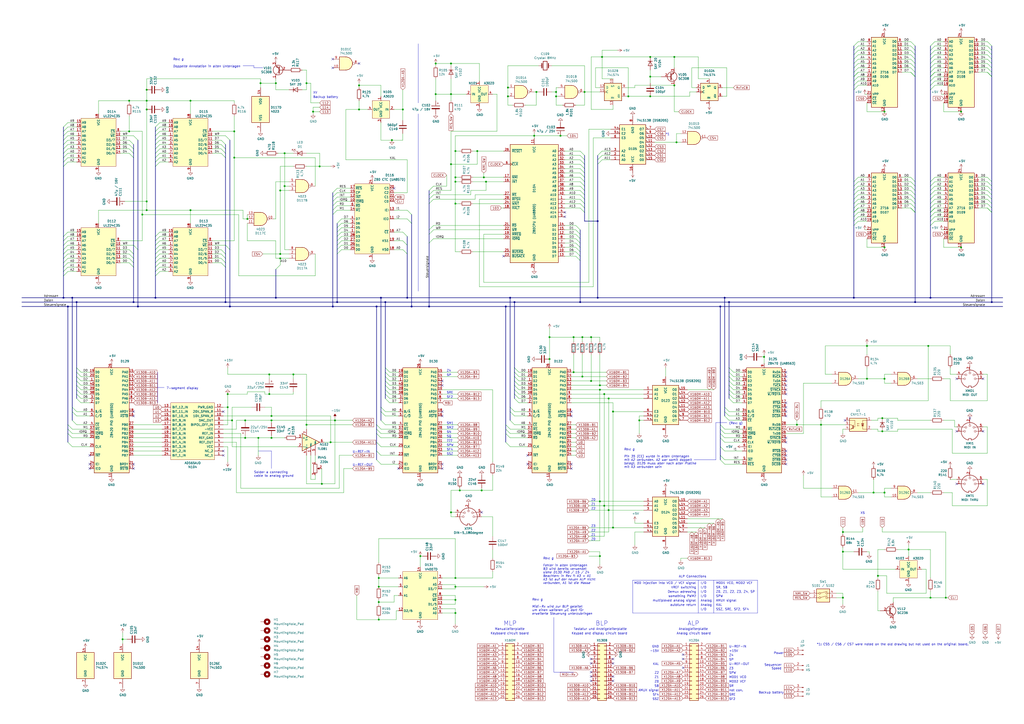
<source format=kicad_sch>
(kicad_sch (version 20230121) (generator eeschema)

  (uuid c5167ad9-1b84-49d1-b078-67bcf04b6164)

  (paper "A2")

  (title_block
    (title "AAC 3/E 142-710")
    (date "2021-12-24")
    (rev "i")
    (company "Polyphonic Synthesizer \"Tiracon 6v\"")
    (comment 1 "ehem. VEB Automatisierungsanlagen Cottbus")
    (comment 2 "Digitalleiterplatte DLP Stromlaufplan")
    (comment 4 "Digital Circuit")
    (comment 9 "Version für Thomas Wagner")
  )

  (lib_symbols
    (symbol "4xxx:4023" (pin_names (offset 1.016)) (in_bom yes) (on_board yes)
      (property "Reference" "U" (at 0 1.27 0)
        (effects (font (size 1.27 1.27)))
      )
      (property "Value" "4023" (at 0 -1.27 0)
        (effects (font (size 1.27 1.27)))
      )
      (property "Footprint" "" (at 0 0 0)
        (effects (font (size 1.27 1.27)) hide)
      )
      (property "Datasheet" "http://www.intersil.com/content/dam/Intersil/documents/cd40/cd4011bms-12bms-23bms.pdf" (at 0 0 0)
        (effects (font (size 1.27 1.27)) hide)
      )
      (property "ki_locked" "" (at 0 0 0)
        (effects (font (size 1.27 1.27)))
      )
      (property "ki_keywords" "CMOS Nand3" (at 0 0 0)
        (effects (font (size 1.27 1.27)) hide)
      )
      (property "ki_description" "Triple Nand 3 inputs" (at 0 0 0)
        (effects (font (size 1.27 1.27)) hide)
      )
      (property "ki_fp_filters" "DIP?14*" (at 0 0 0)
        (effects (font (size 1.27 1.27)) hide)
      )
      (symbol "4023_1_1"
        (arc (start 0 -3.81) (mid 3.7934 0) (end 0 3.81)
          (stroke (width 0.254) (type default))
          (fill (type background))
        )
        (polyline
          (pts
            (xy 0 3.81)
            (xy -3.81 3.81)
            (xy -3.81 -3.81)
            (xy 0 -3.81)
          )
          (stroke (width 0.254) (type default))
          (fill (type background))
        )
        (pin input line (at -7.62 2.54 0) (length 3.81)
          (name "~" (effects (font (size 1.27 1.27))))
          (number "1" (effects (font (size 1.27 1.27))))
        )
        (pin input line (at -7.62 0 0) (length 3.81)
          (name "~" (effects (font (size 1.27 1.27))))
          (number "2" (effects (font (size 1.27 1.27))))
        )
        (pin input line (at -7.62 -2.54 0) (length 3.81)
          (name "~" (effects (font (size 1.27 1.27))))
          (number "8" (effects (font (size 1.27 1.27))))
        )
        (pin output inverted (at 7.62 0 180) (length 3.81)
          (name "~" (effects (font (size 1.27 1.27))))
          (number "9" (effects (font (size 1.27 1.27))))
        )
      )
      (symbol "4023_1_2"
        (arc (start -3.81 -3.81) (mid -2.589 0) (end -3.81 3.81)
          (stroke (width 0.254) (type default))
          (fill (type none))
        )
        (arc (start -0.6096 -3.81) (mid 2.1842 -2.5851) (end 3.81 0)
          (stroke (width 0.254) (type default))
          (fill (type background))
        )
        (polyline
          (pts
            (xy -3.81 -3.81)
            (xy -0.635 -3.81)
          )
          (stroke (width 0.254) (type default))
          (fill (type background))
        )
        (polyline
          (pts
            (xy -3.81 3.81)
            (xy -0.635 3.81)
          )
          (stroke (width 0.254) (type default))
          (fill (type background))
        )
        (polyline
          (pts
            (xy -0.635 3.81)
            (xy -3.81 3.81)
            (xy -3.81 3.81)
            (xy -3.556 3.4036)
            (xy -3.0226 2.2606)
            (xy -2.6924 1.0414)
            (xy -2.6162 -0.254)
            (xy -2.7686 -1.4986)
            (xy -3.175 -2.7178)
            (xy -3.81 -3.81)
            (xy -3.81 -3.81)
            (xy -0.635 -3.81)
          )
          (stroke (width -25.4) (type default))
          (fill (type background))
        )
        (arc (start 3.81 0) (mid 2.1915 2.5936) (end -0.6096 3.81)
          (stroke (width 0.254) (type default))
          (fill (type background))
        )
        (pin input inverted (at -7.62 2.54 0) (length 4.318)
          (name "~" (effects (font (size 1.27 1.27))))
          (number "1" (effects (font (size 1.27 1.27))))
        )
        (pin input inverted (at -7.62 0 0) (length 4.953)
          (name "~" (effects (font (size 1.27 1.27))))
          (number "2" (effects (font (size 1.27 1.27))))
        )
        (pin input inverted (at -7.62 -2.54 0) (length 4.318)
          (name "~" (effects (font (size 1.27 1.27))))
          (number "8" (effects (font (size 1.27 1.27))))
        )
        (pin output line (at 7.62 0 180) (length 3.81)
          (name "~" (effects (font (size 1.27 1.27))))
          (number "9" (effects (font (size 1.27 1.27))))
        )
      )
      (symbol "4023_2_1"
        (arc (start 0 -3.81) (mid 3.7934 0) (end 0 3.81)
          (stroke (width 0.254) (type default))
          (fill (type background))
        )
        (polyline
          (pts
            (xy 0 3.81)
            (xy -3.81 3.81)
            (xy -3.81 -3.81)
            (xy 0 -3.81)
          )
          (stroke (width 0.254) (type default))
          (fill (type background))
        )
        (pin input line (at -7.62 2.54 0) (length 3.81)
          (name "~" (effects (font (size 1.27 1.27))))
          (number "3" (effects (font (size 1.27 1.27))))
        )
        (pin input line (at -7.62 0 0) (length 3.81)
          (name "~" (effects (font (size 1.27 1.27))))
          (number "4" (effects (font (size 1.27 1.27))))
        )
        (pin input line (at -7.62 -2.54 0) (length 3.81)
          (name "~" (effects (font (size 1.27 1.27))))
          (number "5" (effects (font (size 1.27 1.27))))
        )
        (pin output inverted (at 7.62 0 180) (length 3.81)
          (name "~" (effects (font (size 1.27 1.27))))
          (number "6" (effects (font (size 1.27 1.27))))
        )
      )
      (symbol "4023_2_2"
        (arc (start -3.81 -3.81) (mid -2.589 0) (end -3.81 3.81)
          (stroke (width 0.254) (type default))
          (fill (type none))
        )
        (arc (start -0.6096 -3.81) (mid 2.1842 -2.5851) (end 3.81 0)
          (stroke (width 0.254) (type default))
          (fill (type background))
        )
        (polyline
          (pts
            (xy -3.81 -3.81)
            (xy -0.635 -3.81)
          )
          (stroke (width 0.254) (type default))
          (fill (type background))
        )
        (polyline
          (pts
            (xy -3.81 3.81)
            (xy -0.635 3.81)
          )
          (stroke (width 0.254) (type default))
          (fill (type background))
        )
        (polyline
          (pts
            (xy -0.635 3.81)
            (xy -3.81 3.81)
            (xy -3.81 3.81)
            (xy -3.556 3.4036)
            (xy -3.0226 2.2606)
            (xy -2.6924 1.0414)
            (xy -2.6162 -0.254)
            (xy -2.7686 -1.4986)
            (xy -3.175 -2.7178)
            (xy -3.81 -3.81)
            (xy -3.81 -3.81)
            (xy -0.635 -3.81)
          )
          (stroke (width -25.4) (type default))
          (fill (type background))
        )
        (arc (start 3.81 0) (mid 2.1915 2.5936) (end -0.6096 3.81)
          (stroke (width 0.254) (type default))
          (fill (type background))
        )
        (pin input inverted (at -7.62 2.54 0) (length 4.318)
          (name "~" (effects (font (size 1.27 1.27))))
          (number "3" (effects (font (size 1.27 1.27))))
        )
        (pin input inverted (at -7.62 0 0) (length 4.953)
          (name "~" (effects (font (size 1.27 1.27))))
          (number "4" (effects (font (size 1.27 1.27))))
        )
        (pin input inverted (at -7.62 -2.54 0) (length 4.318)
          (name "~" (effects (font (size 1.27 1.27))))
          (number "5" (effects (font (size 1.27 1.27))))
        )
        (pin output line (at 7.62 0 180) (length 3.81)
          (name "~" (effects (font (size 1.27 1.27))))
          (number "6" (effects (font (size 1.27 1.27))))
        )
      )
      (symbol "4023_3_1"
        (arc (start 0 -3.81) (mid 3.7934 0) (end 0 3.81)
          (stroke (width 0.254) (type default))
          (fill (type background))
        )
        (polyline
          (pts
            (xy 0 3.81)
            (xy -3.81 3.81)
            (xy -3.81 -3.81)
            (xy 0 -3.81)
          )
          (stroke (width 0.254) (type default))
          (fill (type background))
        )
        (pin output inverted (at 7.62 0 180) (length 3.81)
          (name "~" (effects (font (size 1.27 1.27))))
          (number "10" (effects (font (size 1.27 1.27))))
        )
        (pin input line (at -7.62 2.54 0) (length 3.81)
          (name "~" (effects (font (size 1.27 1.27))))
          (number "11" (effects (font (size 1.27 1.27))))
        )
        (pin input line (at -7.62 0 0) (length 3.81)
          (name "~" (effects (font (size 1.27 1.27))))
          (number "12" (effects (font (size 1.27 1.27))))
        )
        (pin input line (at -7.62 -2.54 0) (length 3.81)
          (name "~" (effects (font (size 1.27 1.27))))
          (number "13" (effects (font (size 1.27 1.27))))
        )
      )
      (symbol "4023_3_2"
        (arc (start -3.81 -3.81) (mid -2.589 0) (end -3.81 3.81)
          (stroke (width 0.254) (type default))
          (fill (type none))
        )
        (arc (start -0.6096 -3.81) (mid 2.1842 -2.5851) (end 3.81 0)
          (stroke (width 0.254) (type default))
          (fill (type background))
        )
        (polyline
          (pts
            (xy -3.81 -3.81)
            (xy -0.635 -3.81)
          )
          (stroke (width 0.254) (type default))
          (fill (type background))
        )
        (polyline
          (pts
            (xy -3.81 3.81)
            (xy -0.635 3.81)
          )
          (stroke (width 0.254) (type default))
          (fill (type background))
        )
        (polyline
          (pts
            (xy -0.635 3.81)
            (xy -3.81 3.81)
            (xy -3.81 3.81)
            (xy -3.556 3.4036)
            (xy -3.0226 2.2606)
            (xy -2.6924 1.0414)
            (xy -2.6162 -0.254)
            (xy -2.7686 -1.4986)
            (xy -3.175 -2.7178)
            (xy -3.81 -3.81)
            (xy -3.81 -3.81)
            (xy -0.635 -3.81)
          )
          (stroke (width -25.4) (type default))
          (fill (type background))
        )
        (arc (start 3.81 0) (mid 2.1915 2.5936) (end -0.6096 3.81)
          (stroke (width 0.254) (type default))
          (fill (type background))
        )
        (pin output line (at 7.62 0 180) (length 3.81)
          (name "~" (effects (font (size 1.27 1.27))))
          (number "10" (effects (font (size 1.27 1.27))))
        )
        (pin input inverted (at -7.62 2.54 0) (length 4.318)
          (name "~" (effects (font (size 1.27 1.27))))
          (number "11" (effects (font (size 1.27 1.27))))
        )
        (pin input inverted (at -7.62 0 0) (length 4.953)
          (name "~" (effects (font (size 1.27 1.27))))
          (number "12" (effects (font (size 1.27 1.27))))
        )
        (pin input inverted (at -7.62 -2.54 0) (length 4.318)
          (name "~" (effects (font (size 1.27 1.27))))
          (number "13" (effects (font (size 1.27 1.27))))
        )
      )
      (symbol "4023_4_0"
        (pin power_in line (at 0 12.7 270) (length 5.08)
          (name "VDD" (effects (font (size 1.27 1.27))))
          (number "14" (effects (font (size 1.27 1.27))))
        )
        (pin power_in line (at 0 -12.7 90) (length 5.08)
          (name "VSS" (effects (font (size 1.27 1.27))))
          (number "7" (effects (font (size 1.27 1.27))))
        )
      )
      (symbol "4023_4_1"
        (rectangle (start -5.08 7.62) (end 5.08 -7.62)
          (stroke (width 0.254) (type default))
          (fill (type background))
        )
      )
    )
    (symbol "74xx:74LS00" (pin_names (offset 1.016)) (in_bom yes) (on_board yes)
      (property "Reference" "U" (at 0 1.27 0)
        (effects (font (size 1.27 1.27)))
      )
      (property "Value" "74LS00" (at 0 -1.27 0)
        (effects (font (size 1.27 1.27)))
      )
      (property "Footprint" "" (at 0 0 0)
        (effects (font (size 1.27 1.27)) hide)
      )
      (property "Datasheet" "http://www.ti.com/lit/gpn/sn74ls00" (at 0 0 0)
        (effects (font (size 1.27 1.27)) hide)
      )
      (property "ki_locked" "" (at 0 0 0)
        (effects (font (size 1.27 1.27)))
      )
      (property "ki_keywords" "TTL nand 2-input" (at 0 0 0)
        (effects (font (size 1.27 1.27)) hide)
      )
      (property "ki_description" "quad 2-input NAND gate" (at 0 0 0)
        (effects (font (size 1.27 1.27)) hide)
      )
      (property "ki_fp_filters" "DIP*W7.62mm* SO14*" (at 0 0 0)
        (effects (font (size 1.27 1.27)) hide)
      )
      (symbol "74LS00_1_1"
        (arc (start 0 -3.81) (mid 3.7934 0) (end 0 3.81)
          (stroke (width 0.254) (type default))
          (fill (type background))
        )
        (polyline
          (pts
            (xy 0 3.81)
            (xy -3.81 3.81)
            (xy -3.81 -3.81)
            (xy 0 -3.81)
          )
          (stroke (width 0.254) (type default))
          (fill (type background))
        )
        (pin input line (at -7.62 2.54 0) (length 3.81)
          (name "~" (effects (font (size 1.27 1.27))))
          (number "1" (effects (font (size 1.27 1.27))))
        )
        (pin input line (at -7.62 -2.54 0) (length 3.81)
          (name "~" (effects (font (size 1.27 1.27))))
          (number "2" (effects (font (size 1.27 1.27))))
        )
        (pin output inverted (at 7.62 0 180) (length 3.81)
          (name "~" (effects (font (size 1.27 1.27))))
          (number "3" (effects (font (size 1.27 1.27))))
        )
      )
      (symbol "74LS00_1_2"
        (arc (start -3.81 -3.81) (mid -2.589 0) (end -3.81 3.81)
          (stroke (width 0.254) (type default))
          (fill (type none))
        )
        (arc (start -0.6096 -3.81) (mid 2.1842 -2.5851) (end 3.81 0)
          (stroke (width 0.254) (type default))
          (fill (type background))
        )
        (polyline
          (pts
            (xy -3.81 -3.81)
            (xy -0.635 -3.81)
          )
          (stroke (width 0.254) (type default))
          (fill (type background))
        )
        (polyline
          (pts
            (xy -3.81 3.81)
            (xy -0.635 3.81)
          )
          (stroke (width 0.254) (type default))
          (fill (type background))
        )
        (polyline
          (pts
            (xy -0.635 3.81)
            (xy -3.81 3.81)
            (xy -3.81 3.81)
            (xy -3.556 3.4036)
            (xy -3.0226 2.2606)
            (xy -2.6924 1.0414)
            (xy -2.6162 -0.254)
            (xy -2.7686 -1.4986)
            (xy -3.175 -2.7178)
            (xy -3.81 -3.81)
            (xy -3.81 -3.81)
            (xy -0.635 -3.81)
          )
          (stroke (width -25.4) (type default))
          (fill (type background))
        )
        (arc (start 3.81 0) (mid 2.1915 2.5936) (end -0.6096 3.81)
          (stroke (width 0.254) (type default))
          (fill (type background))
        )
        (pin input inverted (at -7.62 2.54 0) (length 4.318)
          (name "~" (effects (font (size 1.27 1.27))))
          (number "1" (effects (font (size 1.27 1.27))))
        )
        (pin input inverted (at -7.62 -2.54 0) (length 4.318)
          (name "~" (effects (font (size 1.27 1.27))))
          (number "2" (effects (font (size 1.27 1.27))))
        )
        (pin output line (at 7.62 0 180) (length 3.81)
          (name "~" (effects (font (size 1.27 1.27))))
          (number "3" (effects (font (size 1.27 1.27))))
        )
      )
      (symbol "74LS00_2_1"
        (arc (start 0 -3.81) (mid 3.7934 0) (end 0 3.81)
          (stroke (width 0.254) (type default))
          (fill (type background))
        )
        (polyline
          (pts
            (xy 0 3.81)
            (xy -3.81 3.81)
            (xy -3.81 -3.81)
            (xy 0 -3.81)
          )
          (stroke (width 0.254) (type default))
          (fill (type background))
        )
        (pin input line (at -7.62 2.54 0) (length 3.81)
          (name "~" (effects (font (size 1.27 1.27))))
          (number "4" (effects (font (size 1.27 1.27))))
        )
        (pin input line (at -7.62 -2.54 0) (length 3.81)
          (name "~" (effects (font (size 1.27 1.27))))
          (number "5" (effects (font (size 1.27 1.27))))
        )
        (pin output inverted (at 7.62 0 180) (length 3.81)
          (name "~" (effects (font (size 1.27 1.27))))
          (number "6" (effects (font (size 1.27 1.27))))
        )
      )
      (symbol "74LS00_2_2"
        (arc (start -3.81 -3.81) (mid -2.589 0) (end -3.81 3.81)
          (stroke (width 0.254) (type default))
          (fill (type none))
        )
        (arc (start -0.6096 -3.81) (mid 2.1842 -2.5851) (end 3.81 0)
          (stroke (width 0.254) (type default))
          (fill (type background))
        )
        (polyline
          (pts
            (xy -3.81 -3.81)
            (xy -0.635 -3.81)
          )
          (stroke (width 0.254) (type default))
          (fill (type background))
        )
        (polyline
          (pts
            (xy -3.81 3.81)
            (xy -0.635 3.81)
          )
          (stroke (width 0.254) (type default))
          (fill (type background))
        )
        (polyline
          (pts
            (xy -0.635 3.81)
            (xy -3.81 3.81)
            (xy -3.81 3.81)
            (xy -3.556 3.4036)
            (xy -3.0226 2.2606)
            (xy -2.6924 1.0414)
            (xy -2.6162 -0.254)
            (xy -2.7686 -1.4986)
            (xy -3.175 -2.7178)
            (xy -3.81 -3.81)
            (xy -3.81 -3.81)
            (xy -0.635 -3.81)
          )
          (stroke (width -25.4) (type default))
          (fill (type background))
        )
        (arc (start 3.81 0) (mid 2.1915 2.5936) (end -0.6096 3.81)
          (stroke (width 0.254) (type default))
          (fill (type background))
        )
        (pin input inverted (at -7.62 2.54 0) (length 4.318)
          (name "~" (effects (font (size 1.27 1.27))))
          (number "4" (effects (font (size 1.27 1.27))))
        )
        (pin input inverted (at -7.62 -2.54 0) (length 4.318)
          (name "~" (effects (font (size 1.27 1.27))))
          (number "5" (effects (font (size 1.27 1.27))))
        )
        (pin output line (at 7.62 0 180) (length 3.81)
          (name "~" (effects (font (size 1.27 1.27))))
          (number "6" (effects (font (size 1.27 1.27))))
        )
      )
      (symbol "74LS00_3_1"
        (arc (start 0 -3.81) (mid 3.7934 0) (end 0 3.81)
          (stroke (width 0.254) (type default))
          (fill (type background))
        )
        (polyline
          (pts
            (xy 0 3.81)
            (xy -3.81 3.81)
            (xy -3.81 -3.81)
            (xy 0 -3.81)
          )
          (stroke (width 0.254) (type default))
          (fill (type background))
        )
        (pin input line (at -7.62 -2.54 0) (length 3.81)
          (name "~" (effects (font (size 1.27 1.27))))
          (number "10" (effects (font (size 1.27 1.27))))
        )
        (pin output inverted (at 7.62 0 180) (length 3.81)
          (name "~" (effects (font (size 1.27 1.27))))
          (number "8" (effects (font (size 1.27 1.27))))
        )
        (pin input line (at -7.62 2.54 0) (length 3.81)
          (name "~" (effects (font (size 1.27 1.27))))
          (number "9" (effects (font (size 1.27 1.27))))
        )
      )
      (symbol "74LS00_3_2"
        (arc (start -3.81 -3.81) (mid -2.589 0) (end -3.81 3.81)
          (stroke (width 0.254) (type default))
          (fill (type none))
        )
        (arc (start -0.6096 -3.81) (mid 2.1842 -2.5851) (end 3.81 0)
          (stroke (width 0.254) (type default))
          (fill (type background))
        )
        (polyline
          (pts
            (xy -3.81 -3.81)
            (xy -0.635 -3.81)
          )
          (stroke (width 0.254) (type default))
          (fill (type background))
        )
        (polyline
          (pts
            (xy -3.81 3.81)
            (xy -0.635 3.81)
          )
          (stroke (width 0.254) (type default))
          (fill (type background))
        )
        (polyline
          (pts
            (xy -0.635 3.81)
            (xy -3.81 3.81)
            (xy -3.81 3.81)
            (xy -3.556 3.4036)
            (xy -3.0226 2.2606)
            (xy -2.6924 1.0414)
            (xy -2.6162 -0.254)
            (xy -2.7686 -1.4986)
            (xy -3.175 -2.7178)
            (xy -3.81 -3.81)
            (xy -3.81 -3.81)
            (xy -0.635 -3.81)
          )
          (stroke (width -25.4) (type default))
          (fill (type background))
        )
        (arc (start 3.81 0) (mid 2.1915 2.5936) (end -0.6096 3.81)
          (stroke (width 0.254) (type default))
          (fill (type background))
        )
        (pin input inverted (at -7.62 -2.54 0) (length 4.318)
          (name "~" (effects (font (size 1.27 1.27))))
          (number "10" (effects (font (size 1.27 1.27))))
        )
        (pin output line (at 7.62 0 180) (length 3.81)
          (name "~" (effects (font (size 1.27 1.27))))
          (number "8" (effects (font (size 1.27 1.27))))
        )
        (pin input inverted (at -7.62 2.54 0) (length 4.318)
          (name "~" (effects (font (size 1.27 1.27))))
          (number "9" (effects (font (size 1.27 1.27))))
        )
      )
      (symbol "74LS00_4_1"
        (arc (start 0 -3.81) (mid 3.7934 0) (end 0 3.81)
          (stroke (width 0.254) (type default))
          (fill (type background))
        )
        (polyline
          (pts
            (xy 0 3.81)
            (xy -3.81 3.81)
            (xy -3.81 -3.81)
            (xy 0 -3.81)
          )
          (stroke (width 0.254) (type default))
          (fill (type background))
        )
        (pin output inverted (at 7.62 0 180) (length 3.81)
          (name "~" (effects (font (size 1.27 1.27))))
          (number "11" (effects (font (size 1.27 1.27))))
        )
        (pin input line (at -7.62 2.54 0) (length 3.81)
          (name "~" (effects (font (size 1.27 1.27))))
          (number "12" (effects (font (size 1.27 1.27))))
        )
        (pin input line (at -7.62 -2.54 0) (length 3.81)
          (name "~" (effects (font (size 1.27 1.27))))
          (number "13" (effects (font (size 1.27 1.27))))
        )
      )
      (symbol "74LS00_4_2"
        (arc (start -3.81 -3.81) (mid -2.589 0) (end -3.81 3.81)
          (stroke (width 0.254) (type default))
          (fill (type none))
        )
        (arc (start -0.6096 -3.81) (mid 2.1842 -2.5851) (end 3.81 0)
          (stroke (width 0.254) (type default))
          (fill (type background))
        )
        (polyline
          (pts
            (xy -3.81 -3.81)
            (xy -0.635 -3.81)
          )
          (stroke (width 0.254) (type default))
          (fill (type background))
        )
        (polyline
          (pts
            (xy -3.81 3.81)
            (xy -0.635 3.81)
          )
          (stroke (width 0.254) (type default))
          (fill (type background))
        )
        (polyline
          (pts
            (xy -0.635 3.81)
            (xy -3.81 3.81)
            (xy -3.81 3.81)
            (xy -3.556 3.4036)
            (xy -3.0226 2.2606)
            (xy -2.6924 1.0414)
            (xy -2.6162 -0.254)
            (xy -2.7686 -1.4986)
            (xy -3.175 -2.7178)
            (xy -3.81 -3.81)
            (xy -3.81 -3.81)
            (xy -0.635 -3.81)
          )
          (stroke (width -25.4) (type default))
          (fill (type background))
        )
        (arc (start 3.81 0) (mid 2.1915 2.5936) (end -0.6096 3.81)
          (stroke (width 0.254) (type default))
          (fill (type background))
        )
        (pin output line (at 7.62 0 180) (length 3.81)
          (name "~" (effects (font (size 1.27 1.27))))
          (number "11" (effects (font (size 1.27 1.27))))
        )
        (pin input inverted (at -7.62 2.54 0) (length 4.318)
          (name "~" (effects (font (size 1.27 1.27))))
          (number "12" (effects (font (size 1.27 1.27))))
        )
        (pin input inverted (at -7.62 -2.54 0) (length 4.318)
          (name "~" (effects (font (size 1.27 1.27))))
          (number "13" (effects (font (size 1.27 1.27))))
        )
      )
      (symbol "74LS00_5_0"
        (pin power_in line (at 0 12.7 270) (length 5.08)
          (name "VCC" (effects (font (size 1.27 1.27))))
          (number "14" (effects (font (size 1.27 1.27))))
        )
        (pin power_in line (at 0 -12.7 90) (length 5.08)
          (name "GND" (effects (font (size 1.27 1.27))))
          (number "7" (effects (font (size 1.27 1.27))))
        )
      )
      (symbol "74LS00_5_1"
        (rectangle (start -5.08 7.62) (end 5.08 -7.62)
          (stroke (width 0.254) (type default))
          (fill (type background))
        )
      )
    )
    (symbol "74xx:74LS03" (pin_names (offset 1.016)) (in_bom yes) (on_board yes)
      (property "Reference" "U" (at 0 1.27 0)
        (effects (font (size 1.27 1.27)))
      )
      (property "Value" "74LS03" (at 0 -1.27 0)
        (effects (font (size 1.27 1.27)))
      )
      (property "Footprint" "" (at 0 0 0)
        (effects (font (size 1.27 1.27)) hide)
      )
      (property "Datasheet" "http://www.ti.com/lit/gpn/sn74LS03" (at 0 0 0)
        (effects (font (size 1.27 1.27)) hide)
      )
      (property "ki_locked" "" (at 0 0 0)
        (effects (font (size 1.27 1.27)))
      )
      (property "ki_keywords" "TTL Nand2 OpenColl" (at 0 0 0)
        (effects (font (size 1.27 1.27)) hide)
      )
      (property "ki_description" "Quad 2-input NAND open collector" (at 0 0 0)
        (effects (font (size 1.27 1.27)) hide)
      )
      (property "ki_fp_filters" "DIP*W7.62mm**" (at 0 0 0)
        (effects (font (size 1.27 1.27)) hide)
      )
      (symbol "74LS03_1_1"
        (arc (start 0 -3.81) (mid 3.7934 0) (end 0 3.81)
          (stroke (width 0.254) (type default))
          (fill (type background))
        )
        (polyline
          (pts
            (xy 0 3.81)
            (xy -3.81 3.81)
            (xy -3.81 -3.81)
            (xy 0 -3.81)
          )
          (stroke (width 0.254) (type default))
          (fill (type background))
        )
        (pin input line (at -7.62 2.54 0) (length 3.81)
          (name "~" (effects (font (size 1.27 1.27))))
          (number "1" (effects (font (size 1.27 1.27))))
        )
        (pin input line (at -7.62 -2.54 0) (length 3.81)
          (name "~" (effects (font (size 1.27 1.27))))
          (number "2" (effects (font (size 1.27 1.27))))
        )
        (pin open_collector inverted (at 7.62 0 180) (length 3.81)
          (name "~" (effects (font (size 1.27 1.27))))
          (number "3" (effects (font (size 1.27 1.27))))
        )
      )
      (symbol "74LS03_1_2"
        (arc (start -3.81 -3.81) (mid -2.589 0) (end -3.81 3.81)
          (stroke (width 0.254) (type default))
          (fill (type none))
        )
        (arc (start -0.6096 -3.81) (mid 2.1842 -2.5851) (end 3.81 0)
          (stroke (width 0.254) (type default))
          (fill (type background))
        )
        (polyline
          (pts
            (xy -3.81 -3.81)
            (xy -0.635 -3.81)
          )
          (stroke (width 0.254) (type default))
          (fill (type background))
        )
        (polyline
          (pts
            (xy -3.81 3.81)
            (xy -0.635 3.81)
          )
          (stroke (width 0.254) (type default))
          (fill (type background))
        )
        (polyline
          (pts
            (xy -0.635 3.81)
            (xy -3.81 3.81)
            (xy -3.81 3.81)
            (xy -3.556 3.4036)
            (xy -3.0226 2.2606)
            (xy -2.6924 1.0414)
            (xy -2.6162 -0.254)
            (xy -2.7686 -1.4986)
            (xy -3.175 -2.7178)
            (xy -3.81 -3.81)
            (xy -3.81 -3.81)
            (xy -0.635 -3.81)
          )
          (stroke (width -25.4) (type default))
          (fill (type background))
        )
        (arc (start 3.81 0) (mid 2.1915 2.5936) (end -0.6096 3.81)
          (stroke (width 0.254) (type default))
          (fill (type background))
        )
        (pin input inverted (at -7.62 2.54 0) (length 4.318)
          (name "~" (effects (font (size 1.27 1.27))))
          (number "1" (effects (font (size 1.27 1.27))))
        )
        (pin input inverted (at -7.62 -2.54 0) (length 4.318)
          (name "~" (effects (font (size 1.27 1.27))))
          (number "2" (effects (font (size 1.27 1.27))))
        )
        (pin open_collector line (at 7.62 0 180) (length 3.81)
          (name "~" (effects (font (size 1.27 1.27))))
          (number "3" (effects (font (size 1.27 1.27))))
        )
      )
      (symbol "74LS03_2_1"
        (arc (start 0 -3.81) (mid 3.7934 0) (end 0 3.81)
          (stroke (width 0.254) (type default))
          (fill (type background))
        )
        (polyline
          (pts
            (xy 0 3.81)
            (xy -3.81 3.81)
            (xy -3.81 -3.81)
            (xy 0 -3.81)
          )
          (stroke (width 0.254) (type default))
          (fill (type background))
        )
        (pin input line (at -7.62 2.54 0) (length 3.81)
          (name "~" (effects (font (size 1.27 1.27))))
          (number "4" (effects (font (size 1.27 1.27))))
        )
        (pin input line (at -7.62 -2.54 0) (length 3.81)
          (name "~" (effects (font (size 1.27 1.27))))
          (number "5" (effects (font (size 1.27 1.27))))
        )
        (pin open_collector inverted (at 7.62 0 180) (length 3.81)
          (name "~" (effects (font (size 1.27 1.27))))
          (number "6" (effects (font (size 1.27 1.27))))
        )
      )
      (symbol "74LS03_2_2"
        (arc (start -3.81 -3.81) (mid -2.589 0) (end -3.81 3.81)
          (stroke (width 0.254) (type default))
          (fill (type none))
        )
        (arc (start -0.6096 -3.81) (mid 2.1842 -2.5851) (end 3.81 0)
          (stroke (width 0.254) (type default))
          (fill (type background))
        )
        (polyline
          (pts
            (xy -3.81 -3.81)
            (xy -0.635 -3.81)
          )
          (stroke (width 0.254) (type default))
          (fill (type background))
        )
        (polyline
          (pts
            (xy -3.81 3.81)
            (xy -0.635 3.81)
          )
          (stroke (width 0.254) (type default))
          (fill (type background))
        )
        (polyline
          (pts
            (xy -0.635 3.81)
            (xy -3.81 3.81)
            (xy -3.81 3.81)
            (xy -3.556 3.4036)
            (xy -3.0226 2.2606)
            (xy -2.6924 1.0414)
            (xy -2.6162 -0.254)
            (xy -2.7686 -1.4986)
            (xy -3.175 -2.7178)
            (xy -3.81 -3.81)
            (xy -3.81 -3.81)
            (xy -0.635 -3.81)
          )
          (stroke (width -25.4) (type default))
          (fill (type background))
        )
        (arc (start 3.81 0) (mid 2.1915 2.5936) (end -0.6096 3.81)
          (stroke (width 0.254) (type default))
          (fill (type background))
        )
        (pin input inverted (at -7.62 2.54 0) (length 4.318)
          (name "~" (effects (font (size 1.27 1.27))))
          (number "4" (effects (font (size 1.27 1.27))))
        )
        (pin input inverted (at -7.62 -2.54 0) (length 4.318)
          (name "~" (effects (font (size 1.27 1.27))))
          (number "5" (effects (font (size 1.27 1.27))))
        )
        (pin open_collector line (at 7.62 0 180) (length 3.81)
          (name "~" (effects (font (size 1.27 1.27))))
          (number "6" (effects (font (size 1.27 1.27))))
        )
      )
      (symbol "74LS03_3_1"
        (arc (start 0 -3.81) (mid 3.7934 0) (end 0 3.81)
          (stroke (width 0.254) (type default))
          (fill (type background))
        )
        (polyline
          (pts
            (xy 0 3.81)
            (xy -3.81 3.81)
            (xy -3.81 -3.81)
            (xy 0 -3.81)
          )
          (stroke (width 0.254) (type default))
          (fill (type background))
        )
        (pin input line (at -7.62 -2.54 0) (length 3.81)
          (name "~" (effects (font (size 1.27 1.27))))
          (number "10" (effects (font (size 1.27 1.27))))
        )
        (pin open_collector inverted (at 7.62 0 180) (length 3.81)
          (name "~" (effects (font (size 1.27 1.27))))
          (number "8" (effects (font (size 1.27 1.27))))
        )
        (pin input line (at -7.62 2.54 0) (length 3.81)
          (name "~" (effects (font (size 1.27 1.27))))
          (number "9" (effects (font (size 1.27 1.27))))
        )
      )
      (symbol "74LS03_3_2"
        (arc (start -3.81 -3.81) (mid -2.589 0) (end -3.81 3.81)
          (stroke (width 0.254) (type default))
          (fill (type none))
        )
        (arc (start -0.6096 -3.81) (mid 2.1842 -2.5851) (end 3.81 0)
          (stroke (width 0.254) (type default))
          (fill (type background))
        )
        (polyline
          (pts
            (xy -3.81 -3.81)
            (xy -0.635 -3.81)
          )
          (stroke (width 0.254) (type default))
          (fill (type background))
        )
        (polyline
          (pts
            (xy -3.81 3.81)
            (xy -0.635 3.81)
          )
          (stroke (width 0.254) (type default))
          (fill (type background))
        )
        (polyline
          (pts
            (xy -0.635 3.81)
            (xy -3.81 3.81)
            (xy -3.81 3.81)
            (xy -3.556 3.4036)
            (xy -3.0226 2.2606)
            (xy -2.6924 1.0414)
            (xy -2.6162 -0.254)
            (xy -2.7686 -1.4986)
            (xy -3.175 -2.7178)
            (xy -3.81 -3.81)
            (xy -3.81 -3.81)
            (xy -0.635 -3.81)
          )
          (stroke (width -25.4) (type default))
          (fill (type background))
        )
        (arc (start 3.81 0) (mid 2.1915 2.5936) (end -0.6096 3.81)
          (stroke (width 0.254) (type default))
          (fill (type background))
        )
        (pin input inverted (at -7.62 -2.54 0) (length 4.318)
          (name "~" (effects (font (size 1.27 1.27))))
          (number "10" (effects (font (size 1.27 1.27))))
        )
        (pin open_collector line (at 7.62 0 180) (length 3.81)
          (name "~" (effects (font (size 1.27 1.27))))
          (number "8" (effects (font (size 1.27 1.27))))
        )
        (pin input inverted (at -7.62 2.54 0) (length 4.318)
          (name "~" (effects (font (size 1.27 1.27))))
          (number "9" (effects (font (size 1.27 1.27))))
        )
      )
      (symbol "74LS03_4_1"
        (arc (start 0 -3.81) (mid 3.7934 0) (end 0 3.81)
          (stroke (width 0.254) (type default))
          (fill (type background))
        )
        (polyline
          (pts
            (xy 0 3.81)
            (xy -3.81 3.81)
            (xy -3.81 -3.81)
            (xy 0 -3.81)
          )
          (stroke (width 0.254) (type default))
          (fill (type background))
        )
        (pin open_collector inverted (at 7.62 0 180) (length 3.81)
          (name "~" (effects (font (size 1.27 1.27))))
          (number "11" (effects (font (size 1.27 1.27))))
        )
        (pin input line (at -7.62 2.54 0) (length 3.81)
          (name "~" (effects (font (size 1.27 1.27))))
          (number "12" (effects (font (size 1.27 1.27))))
        )
        (pin input line (at -7.62 -2.54 0) (length 3.81)
          (name "~" (effects (font (size 1.27 1.27))))
          (number "13" (effects (font (size 1.27 1.27))))
        )
      )
      (symbol "74LS03_4_2"
        (arc (start -3.81 -3.81) (mid -2.589 0) (end -3.81 3.81)
          (stroke (width 0.254) (type default))
          (fill (type none))
        )
        (arc (start -0.6096 -3.81) (mid 2.1842 -2.5851) (end 3.81 0)
          (stroke (width 0.254) (type default))
          (fill (type background))
        )
        (polyline
          (pts
            (xy -3.81 -3.81)
            (xy -0.635 -3.81)
          )
          (stroke (width 0.254) (type default))
          (fill (type background))
        )
        (polyline
          (pts
            (xy -3.81 3.81)
            (xy -0.635 3.81)
          )
          (stroke (width 0.254) (type default))
          (fill (type background))
        )
        (polyline
          (pts
            (xy -0.635 3.81)
            (xy -3.81 3.81)
            (xy -3.81 3.81)
            (xy -3.556 3.4036)
            (xy -3.0226 2.2606)
            (xy -2.6924 1.0414)
            (xy -2.6162 -0.254)
            (xy -2.7686 -1.4986)
            (xy -3.175 -2.7178)
            (xy -3.81 -3.81)
            (xy -3.81 -3.81)
            (xy -0.635 -3.81)
          )
          (stroke (width -25.4) (type default))
          (fill (type background))
        )
        (arc (start 3.81 0) (mid 2.1915 2.5936) (end -0.6096 3.81)
          (stroke (width 0.254) (type default))
          (fill (type background))
        )
        (pin open_collector line (at 7.62 0 180) (length 3.81)
          (name "~" (effects (font (size 1.27 1.27))))
          (number "11" (effects (font (size 1.27 1.27))))
        )
        (pin input inverted (at -7.62 2.54 0) (length 4.318)
          (name "~" (effects (font (size 1.27 1.27))))
          (number "12" (effects (font (size 1.27 1.27))))
        )
        (pin input inverted (at -7.62 -2.54 0) (length 4.318)
          (name "~" (effects (font (size 1.27 1.27))))
          (number "13" (effects (font (size 1.27 1.27))))
        )
      )
      (symbol "74LS03_5_0"
        (pin power_in line (at 0 12.7 270) (length 5.08)
          (name "VCC" (effects (font (size 1.27 1.27))))
          (number "14" (effects (font (size 1.27 1.27))))
        )
        (pin power_in line (at 0 -12.7 90) (length 5.08)
          (name "GND" (effects (font (size 1.27 1.27))))
          (number "7" (effects (font (size 1.27 1.27))))
        )
      )
      (symbol "74LS03_5_1"
        (rectangle (start -5.08 7.62) (end 5.08 -7.62)
          (stroke (width 0.254) (type default))
          (fill (type background))
        )
      )
    )
    (symbol "74xx:74LS138" (pin_names (offset 1.016)) (in_bom yes) (on_board yes)
      (property "Reference" "U" (at -7.62 11.43 0)
        (effects (font (size 1.27 1.27)))
      )
      (property "Value" "74LS138" (at -7.62 -13.97 0)
        (effects (font (size 1.27 1.27)))
      )
      (property "Footprint" "" (at 0 0 0)
        (effects (font (size 1.27 1.27)) hide)
      )
      (property "Datasheet" "http://www.ti.com/lit/gpn/sn74LS138" (at 0 0 0)
        (effects (font (size 1.27 1.27)) hide)
      )
      (property "ki_locked" "" (at 0 0 0)
        (effects (font (size 1.27 1.27)))
      )
      (property "ki_keywords" "TTL DECOD DECOD8" (at 0 0 0)
        (effects (font (size 1.27 1.27)) hide)
      )
      (property "ki_description" "Decoder 3 to 8 active low outputs" (at 0 0 0)
        (effects (font (size 1.27 1.27)) hide)
      )
      (property "ki_fp_filters" "DIP?16*" (at 0 0 0)
        (effects (font (size 1.27 1.27)) hide)
      )
      (symbol "74LS138_1_0"
        (pin input line (at -12.7 7.62 0) (length 5.08)
          (name "A0" (effects (font (size 1.27 1.27))))
          (number "1" (effects (font (size 1.27 1.27))))
        )
        (pin output output_low (at 12.7 -5.08 180) (length 5.08)
          (name "O5" (effects (font (size 1.27 1.27))))
          (number "10" (effects (font (size 1.27 1.27))))
        )
        (pin output output_low (at 12.7 -2.54 180) (length 5.08)
          (name "O4" (effects (font (size 1.27 1.27))))
          (number "11" (effects (font (size 1.27 1.27))))
        )
        (pin output output_low (at 12.7 0 180) (length 5.08)
          (name "O3" (effects (font (size 1.27 1.27))))
          (number "12" (effects (font (size 1.27 1.27))))
        )
        (pin output output_low (at 12.7 2.54 180) (length 5.08)
          (name "O2" (effects (font (size 1.27 1.27))))
          (number "13" (effects (font (size 1.27 1.27))))
        )
        (pin output output_low (at 12.7 5.08 180) (length 5.08)
          (name "O1" (effects (font (size 1.27 1.27))))
          (number "14" (effects (font (size 1.27 1.27))))
        )
        (pin output output_low (at 12.7 7.62 180) (length 5.08)
          (name "O0" (effects (font (size 1.27 1.27))))
          (number "15" (effects (font (size 1.27 1.27))))
        )
        (pin power_in line (at 0 15.24 270) (length 5.08)
          (name "VCC" (effects (font (size 1.27 1.27))))
          (number "16" (effects (font (size 1.27 1.27))))
        )
        (pin input line (at -12.7 5.08 0) (length 5.08)
          (name "A1" (effects (font (size 1.27 1.27))))
          (number "2" (effects (font (size 1.27 1.27))))
        )
        (pin input line (at -12.7 2.54 0) (length 5.08)
          (name "A2" (effects (font (size 1.27 1.27))))
          (number "3" (effects (font (size 1.27 1.27))))
        )
        (pin input input_low (at -12.7 -10.16 0) (length 5.08)
          (name "E1" (effects (font (size 1.27 1.27))))
          (number "4" (effects (font (size 1.27 1.27))))
        )
        (pin input input_low (at -12.7 -7.62 0) (length 5.08)
          (name "E2" (effects (font (size 1.27 1.27))))
          (number "5" (effects (font (size 1.27 1.27))))
        )
        (pin input line (at -12.7 -5.08 0) (length 5.08)
          (name "E3" (effects (font (size 1.27 1.27))))
          (number "6" (effects (font (size 1.27 1.27))))
        )
        (pin output output_low (at 12.7 -10.16 180) (length 5.08)
          (name "O7" (effects (font (size 1.27 1.27))))
          (number "7" (effects (font (size 1.27 1.27))))
        )
        (pin power_in line (at 0 -17.78 90) (length 5.08)
          (name "GND" (effects (font (size 1.27 1.27))))
          (number "8" (effects (font (size 1.27 1.27))))
        )
        (pin output output_low (at 12.7 -7.62 180) (length 5.08)
          (name "O6" (effects (font (size 1.27 1.27))))
          (number "9" (effects (font (size 1.27 1.27))))
        )
      )
      (symbol "74LS138_1_1"
        (rectangle (start -7.62 10.16) (end 7.62 -12.7)
          (stroke (width 0.254) (type default))
          (fill (type background))
        )
      )
    )
    (symbol "74xx:74LS74" (pin_names (offset 1.016)) (in_bom yes) (on_board yes)
      (property "Reference" "U" (at -7.62 8.89 0)
        (effects (font (size 1.27 1.27)))
      )
      (property "Value" "74LS74" (at -7.62 -8.89 0)
        (effects (font (size 1.27 1.27)))
      )
      (property "Footprint" "" (at 0 0 0)
        (effects (font (size 1.27 1.27)) hide)
      )
      (property "Datasheet" "74xx/74hc_hct74.pdf" (at 0 0 0)
        (effects (font (size 1.27 1.27)) hide)
      )
      (property "ki_locked" "" (at 0 0 0)
        (effects (font (size 1.27 1.27)))
      )
      (property "ki_keywords" "TTL DFF" (at 0 0 0)
        (effects (font (size 1.27 1.27)) hide)
      )
      (property "ki_description" "Dual D Flip-flop, Set & Reset" (at 0 0 0)
        (effects (font (size 1.27 1.27)) hide)
      )
      (property "ki_fp_filters" "DIP*W7.62mm*" (at 0 0 0)
        (effects (font (size 1.27 1.27)) hide)
      )
      (symbol "74LS74_1_0"
        (pin input line (at 0 -7.62 90) (length 2.54)
          (name "~{R}" (effects (font (size 1.27 1.27))))
          (number "1" (effects (font (size 1.27 1.27))))
        )
        (pin input line (at -7.62 2.54 0) (length 2.54)
          (name "D" (effects (font (size 1.27 1.27))))
          (number "2" (effects (font (size 1.27 1.27))))
        )
        (pin input clock (at -7.62 0 0) (length 2.54)
          (name "C" (effects (font (size 1.27 1.27))))
          (number "3" (effects (font (size 1.27 1.27))))
        )
        (pin input line (at 0 7.62 270) (length 2.54)
          (name "~{S}" (effects (font (size 1.27 1.27))))
          (number "4" (effects (font (size 1.27 1.27))))
        )
        (pin output line (at 7.62 2.54 180) (length 2.54)
          (name "Q" (effects (font (size 1.27 1.27))))
          (number "5" (effects (font (size 1.27 1.27))))
        )
        (pin output line (at 7.62 -2.54 180) (length 2.54)
          (name "~{Q}" (effects (font (size 1.27 1.27))))
          (number "6" (effects (font (size 1.27 1.27))))
        )
      )
      (symbol "74LS74_1_1"
        (rectangle (start -5.08 5.08) (end 5.08 -5.08)
          (stroke (width 0.254) (type default))
          (fill (type background))
        )
      )
      (symbol "74LS74_2_0"
        (pin input line (at 0 7.62 270) (length 2.54)
          (name "~{S}" (effects (font (size 1.27 1.27))))
          (number "10" (effects (font (size 1.27 1.27))))
        )
        (pin input clock (at -7.62 0 0) (length 2.54)
          (name "C" (effects (font (size 1.27 1.27))))
          (number "11" (effects (font (size 1.27 1.27))))
        )
        (pin input line (at -7.62 2.54 0) (length 2.54)
          (name "D" (effects (font (size 1.27 1.27))))
          (number "12" (effects (font (size 1.27 1.27))))
        )
        (pin input line (at 0 -7.62 90) (length 2.54)
          (name "~{R}" (effects (font (size 1.27 1.27))))
          (number "13" (effects (font (size 1.27 1.27))))
        )
        (pin output line (at 7.62 -2.54 180) (length 2.54)
          (name "~{Q}" (effects (font (size 1.27 1.27))))
          (number "8" (effects (font (size 1.27 1.27))))
        )
        (pin output line (at 7.62 2.54 180) (length 2.54)
          (name "Q" (effects (font (size 1.27 1.27))))
          (number "9" (effects (font (size 1.27 1.27))))
        )
      )
      (symbol "74LS74_2_1"
        (rectangle (start -5.08 5.08) (end 5.08 -5.08)
          (stroke (width 0.254) (type default))
          (fill (type background))
        )
      )
      (symbol "74LS74_3_0"
        (pin power_in line (at 0 10.16 270) (length 2.54)
          (name "VCC" (effects (font (size 1.27 1.27))))
          (number "14" (effects (font (size 1.27 1.27))))
        )
        (pin power_in line (at 0 -10.16 90) (length 2.54)
          (name "GND" (effects (font (size 1.27 1.27))))
          (number "7" (effects (font (size 1.27 1.27))))
        )
      )
      (symbol "74LS74_3_1"
        (rectangle (start -5.08 7.62) (end 5.08 -7.62)
          (stroke (width 0.254) (type default))
          (fill (type background))
        )
      )
    )
    (symbol "Amplifier_Operational:TL081" (pin_names (offset 0.127)) (in_bom yes) (on_board yes)
      (property "Reference" "U" (at 0 6.35 0)
        (effects (font (size 1.27 1.27)) (justify left))
      )
      (property "Value" "TL081" (at 0 3.81 0)
        (effects (font (size 1.27 1.27)) (justify left))
      )
      (property "Footprint" "" (at 1.27 1.27 0)
        (effects (font (size 1.27 1.27)) hide)
      )
      (property "Datasheet" "http://www.ti.com/lit/ds/symlink/tl081.pdf" (at 3.81 3.81 0)
        (effects (font (size 1.27 1.27)) hide)
      )
      (property "ki_keywords" "single opamp" (at 0 0 0)
        (effects (font (size 1.27 1.27)) hide)
      )
      (property "ki_description" "Single JFET-Input Operational Amplifiers, DIP-8/SOIC-8" (at 0 0 0)
        (effects (font (size 1.27 1.27)) hide)
      )
      (property "ki_fp_filters" "SOIC*3.9x4.9mm*P1.27mm* DIP*W7.62mm* TSSOP*3x3mm*P0.65mm*" (at 0 0 0)
        (effects (font (size 1.27 1.27)) hide)
      )
      (symbol "TL081_0_1"
        (polyline
          (pts
            (xy -5.08 5.08)
            (xy 5.08 0)
            (xy -5.08 -5.08)
            (xy -5.08 5.08)
          )
          (stroke (width 0.254) (type default))
          (fill (type background))
        )
      )
      (symbol "TL081_1_1"
        (pin input line (at 0 -7.62 90) (length 5.08)
          (name "NULL" (effects (font (size 0.508 0.508))))
          (number "1" (effects (font (size 1.27 1.27))))
        )
        (pin input line (at -7.62 -2.54 0) (length 2.54)
          (name "-" (effects (font (size 1.27 1.27))))
          (number "2" (effects (font (size 1.27 1.27))))
        )
        (pin input line (at -7.62 2.54 0) (length 2.54)
          (name "+" (effects (font (size 1.27 1.27))))
          (number "3" (effects (font (size 1.27 1.27))))
        )
        (pin power_in line (at -2.54 -7.62 90) (length 3.81)
          (name "V-" (effects (font (size 1.27 1.27))))
          (number "4" (effects (font (size 1.27 1.27))))
        )
        (pin input line (at 2.54 -7.62 90) (length 6.35)
          (name "NULL" (effects (font (size 0.508 0.508))))
          (number "5" (effects (font (size 1.27 1.27))))
        )
        (pin output line (at 7.62 0 180) (length 2.54)
          (name "~" (effects (font (size 1.27 1.27))))
          (number "6" (effects (font (size 1.27 1.27))))
        )
        (pin power_in line (at -2.54 7.62 270) (length 3.81)
          (name "V+" (effects (font (size 1.27 1.27))))
          (number "7" (effects (font (size 1.27 1.27))))
        )
        (pin no_connect line (at 0 2.54 270) (length 2.54) hide
          (name "NC" (effects (font (size 1.27 1.27))))
          (number "8" (effects (font (size 1.27 1.27))))
        )
      )
    )
    (symbol "CPU:Z80CPU" (pin_names (offset 1.016)) (in_bom yes) (on_board yes)
      (property "Reference" "U" (at -13.97 35.56 0)
        (effects (font (size 1.27 1.27)) (justify left))
      )
      (property "Value" "Z80CPU" (at 6.35 35.56 0)
        (effects (font (size 1.27 1.27)) (justify left))
      )
      (property "Footprint" "" (at 0 10.16 0)
        (effects (font (size 1.27 1.27)) hide)
      )
      (property "Datasheet" "www.zilog.com/manage_directlink.php?filepath=docs/z80/um0080" (at 0 10.16 0)
        (effects (font (size 1.27 1.27)) hide)
      )
      (property "ki_keywords" "Z80 CPU uP" (at 0 0 0)
        (effects (font (size 1.27 1.27)) hide)
      )
      (property "ki_description" "8-bit General Purpose Microprocessor, DIP-40" (at 0 0 0)
        (effects (font (size 1.27 1.27)) hide)
      )
      (property "ki_fp_filters" "DIP* PDIP*" (at 0 0 0)
        (effects (font (size 1.27 1.27)) hide)
      )
      (symbol "Z80CPU_0_1"
        (rectangle (start -13.97 34.29) (end 13.97 -34.29)
          (stroke (width 0.254) (type default))
          (fill (type background))
        )
      )
      (symbol "Z80CPU_1_1"
        (pin output line (at 17.78 2.54 180) (length 3.81)
          (name "A11" (effects (font (size 1.27 1.27))))
          (number "1" (effects (font (size 1.27 1.27))))
        )
        (pin bidirectional line (at 17.78 -27.94 180) (length 3.81)
          (name "D6" (effects (font (size 1.27 1.27))))
          (number "10" (effects (font (size 1.27 1.27))))
        )
        (pin power_in line (at 0 38.1 270) (length 3.81)
          (name "VCC" (effects (font (size 1.27 1.27))))
          (number "11" (effects (font (size 1.27 1.27))))
        )
        (pin bidirectional line (at 17.78 -17.78 180) (length 3.81)
          (name "D2" (effects (font (size 1.27 1.27))))
          (number "12" (effects (font (size 1.27 1.27))))
        )
        (pin bidirectional line (at 17.78 -30.48 180) (length 3.81)
          (name "D7" (effects (font (size 1.27 1.27))))
          (number "13" (effects (font (size 1.27 1.27))))
        )
        (pin bidirectional line (at 17.78 -12.7 180) (length 3.81)
          (name "D0" (effects (font (size 1.27 1.27))))
          (number "14" (effects (font (size 1.27 1.27))))
        )
        (pin bidirectional line (at 17.78 -15.24 180) (length 3.81)
          (name "D1" (effects (font (size 1.27 1.27))))
          (number "15" (effects (font (size 1.27 1.27))))
        )
        (pin input line (at -17.78 12.7 0) (length 3.81)
          (name "~{INT}" (effects (font (size 1.27 1.27))))
          (number "16" (effects (font (size 1.27 1.27))))
        )
        (pin input line (at -17.78 15.24 0) (length 3.81)
          (name "~{NMI}" (effects (font (size 1.27 1.27))))
          (number "17" (effects (font (size 1.27 1.27))))
        )
        (pin output line (at -17.78 -2.54 0) (length 3.81)
          (name "~{HALT}" (effects (font (size 1.27 1.27))))
          (number "18" (effects (font (size 1.27 1.27))))
        )
        (pin output line (at -17.78 -17.78 0) (length 3.81)
          (name "~{MREQ}" (effects (font (size 1.27 1.27))))
          (number "19" (effects (font (size 1.27 1.27))))
        )
        (pin output line (at 17.78 0 180) (length 3.81)
          (name "A12" (effects (font (size 1.27 1.27))))
          (number "2" (effects (font (size 1.27 1.27))))
        )
        (pin output line (at -17.78 -20.32 0) (length 3.81)
          (name "~{IORQ}" (effects (font (size 1.27 1.27))))
          (number "20" (effects (font (size 1.27 1.27))))
        )
        (pin output line (at -17.78 -12.7 0) (length 3.81)
          (name "~{RD}" (effects (font (size 1.27 1.27))))
          (number "21" (effects (font (size 1.27 1.27))))
        )
        (pin output line (at -17.78 -15.24 0) (length 3.81)
          (name "~{WR}" (effects (font (size 1.27 1.27))))
          (number "22" (effects (font (size 1.27 1.27))))
        )
        (pin output line (at -17.78 -30.48 0) (length 3.81)
          (name "~{BUSACK}" (effects (font (size 1.27 1.27))))
          (number "23" (effects (font (size 1.27 1.27))))
        )
        (pin input line (at -17.78 0 0) (length 3.81)
          (name "~{WAIT}" (effects (font (size 1.27 1.27))))
          (number "24" (effects (font (size 1.27 1.27))))
        )
        (pin input line (at -17.78 -27.94 0) (length 3.81)
          (name "~{BUSRQ}" (effects (font (size 1.27 1.27))))
          (number "25" (effects (font (size 1.27 1.27))))
        )
        (pin input line (at -17.78 30.48 0) (length 3.81)
          (name "~{RESET}" (effects (font (size 1.27 1.27))))
          (number "26" (effects (font (size 1.27 1.27))))
        )
        (pin output line (at -17.78 5.08 0) (length 3.81)
          (name "~{M1}" (effects (font (size 1.27 1.27))))
          (number "27" (effects (font (size 1.27 1.27))))
        )
        (pin output line (at -17.78 2.54 0) (length 3.81)
          (name "~{RFSH}" (effects (font (size 1.27 1.27))))
          (number "28" (effects (font (size 1.27 1.27))))
        )
        (pin power_in line (at 0 -38.1 90) (length 3.81)
          (name "GND" (effects (font (size 1.27 1.27))))
          (number "29" (effects (font (size 1.27 1.27))))
        )
        (pin output line (at 17.78 -2.54 180) (length 3.81)
          (name "A13" (effects (font (size 1.27 1.27))))
          (number "3" (effects (font (size 1.27 1.27))))
        )
        (pin output line (at 17.78 30.48 180) (length 3.81)
          (name "A0" (effects (font (size 1.27 1.27))))
          (number "30" (effects (font (size 1.27 1.27))))
        )
        (pin output line (at 17.78 27.94 180) (length 3.81)
          (name "A1" (effects (font (size 1.27 1.27))))
          (number "31" (effects (font (size 1.27 1.27))))
        )
        (pin output line (at 17.78 25.4 180) (length 3.81)
          (name "A2" (effects (font (size 1.27 1.27))))
          (number "32" (effects (font (size 1.27 1.27))))
        )
        (pin output line (at 17.78 22.86 180) (length 3.81)
          (name "A3" (effects (font (size 1.27 1.27))))
          (number "33" (effects (font (size 1.27 1.27))))
        )
        (pin output line (at 17.78 20.32 180) (length 3.81)
          (name "A4" (effects (font (size 1.27 1.27))))
          (number "34" (effects (font (size 1.27 1.27))))
        )
        (pin output line (at 17.78 17.78 180) (length 3.81)
          (name "A5" (effects (font (size 1.27 1.27))))
          (number "35" (effects (font (size 1.27 1.27))))
        )
        (pin output line (at 17.78 15.24 180) (length 3.81)
          (name "A6" (effects (font (size 1.27 1.27))))
          (number "36" (effects (font (size 1.27 1.27))))
        )
        (pin output line (at 17.78 12.7 180) (length 3.81)
          (name "A7" (effects (font (size 1.27 1.27))))
          (number "37" (effects (font (size 1.27 1.27))))
        )
        (pin output line (at 17.78 10.16 180) (length 3.81)
          (name "A8" (effects (font (size 1.27 1.27))))
          (number "38" (effects (font (size 1.27 1.27))))
        )
        (pin output line (at 17.78 7.62 180) (length 3.81)
          (name "A9" (effects (font (size 1.27 1.27))))
          (number "39" (effects (font (size 1.27 1.27))))
        )
        (pin output line (at 17.78 -5.08 180) (length 3.81)
          (name "A14" (effects (font (size 1.27 1.27))))
          (number "4" (effects (font (size 1.27 1.27))))
        )
        (pin output line (at 17.78 5.08 180) (length 3.81)
          (name "A10" (effects (font (size 1.27 1.27))))
          (number "40" (effects (font (size 1.27 1.27))))
        )
        (pin output line (at 17.78 -7.62 180) (length 3.81)
          (name "A15" (effects (font (size 1.27 1.27))))
          (number "5" (effects (font (size 1.27 1.27))))
        )
        (pin input clock (at -17.78 22.86 0) (length 3.81)
          (name "~{CLK}" (effects (font (size 1.27 1.27))))
          (number "6" (effects (font (size 1.27 1.27))))
        )
        (pin bidirectional line (at 17.78 -22.86 180) (length 3.81)
          (name "D4" (effects (font (size 1.27 1.27))))
          (number "7" (effects (font (size 1.27 1.27))))
        )
        (pin bidirectional line (at 17.78 -20.32 180) (length 3.81)
          (name "D3" (effects (font (size 1.27 1.27))))
          (number "8" (effects (font (size 1.27 1.27))))
        )
        (pin bidirectional line (at 17.78 -25.4 180) (length 3.81)
          (name "D5" (effects (font (size 1.27 1.27))))
          (number "9" (effects (font (size 1.27 1.27))))
        )
      )
    )
    (symbol "Connector:Conn_01x02_Pin" (pin_names (offset 1.016) hide) (in_bom yes) (on_board yes)
      (property "Reference" "J" (at 0 2.54 0)
        (effects (font (size 1.27 1.27)))
      )
      (property "Value" "Conn_01x02_Pin" (at 0 -5.08 0)
        (effects (font (size 1.27 1.27)))
      )
      (property "Footprint" "" (at 0 0 0)
        (effects (font (size 1.27 1.27)) hide)
      )
      (property "Datasheet" "~" (at 0 0 0)
        (effects (font (size 1.27 1.27)) hide)
      )
      (property "ki_locked" "" (at 0 0 0)
        (effects (font (size 1.27 1.27)))
      )
      (property "ki_keywords" "connector" (at 0 0 0)
        (effects (font (size 1.27 1.27)) hide)
      )
      (property "ki_description" "Generic connector, single row, 01x02, script generated" (at 0 0 0)
        (effects (font (size 1.27 1.27)) hide)
      )
      (property "ki_fp_filters" "Connector*:*_1x??_*" (at 0 0 0)
        (effects (font (size 1.27 1.27)) hide)
      )
      (symbol "Conn_01x02_Pin_1_1"
        (polyline
          (pts
            (xy 1.27 -2.54)
            (xy 0.8636 -2.54)
          )
          (stroke (width 0.1524) (type default))
          (fill (type none))
        )
        (polyline
          (pts
            (xy 1.27 0)
            (xy 0.8636 0)
          )
          (stroke (width 0.1524) (type default))
          (fill (type none))
        )
        (rectangle (start 0.8636 -2.413) (end 0 -2.667)
          (stroke (width 0.1524) (type default))
          (fill (type outline))
        )
        (rectangle (start 0.8636 0.127) (end 0 -0.127)
          (stroke (width 0.1524) (type default))
          (fill (type outline))
        )
        (pin passive line (at 5.08 0 180) (length 3.81)
          (name "Pin_1" (effects (font (size 1.27 1.27))))
          (number "1" (effects (font (size 1.27 1.27))))
        )
        (pin passive line (at 5.08 -2.54 180) (length 3.81)
          (name "Pin_2" (effects (font (size 1.27 1.27))))
          (number "2" (effects (font (size 1.27 1.27))))
        )
      )
    )
    (symbol "Connector:DIN-5_180degree" (pin_names (offset 1.016)) (in_bom yes) (on_board yes)
      (property "Reference" "J" (at 3.175 5.715 0)
        (effects (font (size 1.27 1.27)))
      )
      (property "Value" "DIN-5_180degree" (at 0 -6.35 0)
        (effects (font (size 1.27 1.27)))
      )
      (property "Footprint" "" (at 0 0 0)
        (effects (font (size 1.27 1.27)) hide)
      )
      (property "Datasheet" "http://www.mouser.com/ds/2/18/40_c091_abd_e-75918.pdf" (at 0 0 0)
        (effects (font (size 1.27 1.27)) hide)
      )
      (property "ki_keywords" "circular DIN connector stereo audio" (at 0 0 0)
        (effects (font (size 1.27 1.27)) hide)
      )
      (property "ki_description" "5-pin DIN connector (5-pin DIN-5 stereo)" (at 0 0 0)
        (effects (font (size 1.27 1.27)) hide)
      )
      (property "ki_fp_filters" "DIN*" (at 0 0 0)
        (effects (font (size 1.27 1.27)) hide)
      )
      (symbol "DIN-5_180degree_0_1"
        (arc (start -5.08 0) (mid -3.8609 -3.3364) (end -0.762 -5.08)
          (stroke (width 0.254) (type default))
          (fill (type none))
        )
        (circle (center -3.048 0) (radius 0.508)
          (stroke (width 0) (type default))
          (fill (type none))
        )
        (circle (center -2.286 2.286) (radius 0.508)
          (stroke (width 0) (type default))
          (fill (type none))
        )
        (polyline
          (pts
            (xy -5.08 0)
            (xy -3.556 0)
          )
          (stroke (width 0) (type default))
          (fill (type none))
        )
        (polyline
          (pts
            (xy 0 5.08)
            (xy 0 3.81)
          )
          (stroke (width 0) (type default))
          (fill (type none))
        )
        (polyline
          (pts
            (xy 5.08 0)
            (xy 3.556 0)
          )
          (stroke (width 0) (type default))
          (fill (type none))
        )
        (polyline
          (pts
            (xy -5.08 2.54)
            (xy -4.318 2.54)
            (xy -2.794 2.286)
          )
          (stroke (width 0) (type default))
          (fill (type none))
        )
        (polyline
          (pts
            (xy 5.08 2.54)
            (xy 4.318 2.54)
            (xy 2.794 2.286)
          )
          (stroke (width 0) (type default))
          (fill (type none))
        )
        (polyline
          (pts
            (xy -0.762 -4.953)
            (xy -0.762 -4.191)
            (xy 0.762 -4.191)
            (xy 0.762 -4.953)
          )
          (stroke (width 0.254) (type default))
          (fill (type none))
        )
        (circle (center 0 3.302) (radius 0.508)
          (stroke (width 0) (type default))
          (fill (type none))
        )
        (arc (start 0.762 -5.08) (mid 3.8685 -3.343) (end 5.08 0)
          (stroke (width 0.254) (type default))
          (fill (type none))
        )
        (circle (center 2.286 2.286) (radius 0.508)
          (stroke (width 0) (type default))
          (fill (type none))
        )
        (circle (center 3.048 0) (radius 0.508)
          (stroke (width 0) (type default))
          (fill (type none))
        )
        (arc (start 5.08 0) (mid 0 5.0579) (end -5.08 0)
          (stroke (width 0.254) (type default))
          (fill (type none))
        )
      )
      (symbol "DIN-5_180degree_1_1"
        (pin passive line (at -7.62 0 0) (length 2.54)
          (name "~" (effects (font (size 1.27 1.27))))
          (number "1" (effects (font (size 1.27 1.27))))
        )
        (pin passive line (at 0 7.62 270) (length 2.54)
          (name "~" (effects (font (size 1.27 1.27))))
          (number "2" (effects (font (size 1.27 1.27))))
        )
        (pin passive line (at 7.62 0 180) (length 2.54)
          (name "~" (effects (font (size 1.27 1.27))))
          (number "3" (effects (font (size 1.27 1.27))))
        )
        (pin passive line (at -7.62 2.54 0) (length 2.54)
          (name "~" (effects (font (size 1.27 1.27))))
          (number "4" (effects (font (size 1.27 1.27))))
        )
        (pin passive line (at 7.62 2.54 180) (length 2.54)
          (name "~" (effects (font (size 1.27 1.27))))
          (number "5" (effects (font (size 1.27 1.27))))
        )
      )
    )
    (symbol "Connector_Generic:Conn_02x13_Odd_Even" (pin_names (offset 1.016) hide) (in_bom yes) (on_board yes)
      (property "Reference" "J" (at 1.27 17.78 0)
        (effects (font (size 1.27 1.27)))
      )
      (property "Value" "Conn_02x13_Odd_Even" (at 1.27 -17.78 0)
        (effects (font (size 1.27 1.27)))
      )
      (property "Footprint" "" (at 0 0 0)
        (effects (font (size 1.27 1.27)) hide)
      )
      (property "Datasheet" "~" (at 0 0 0)
        (effects (font (size 1.27 1.27)) hide)
      )
      (property "ki_keywords" "connector" (at 0 0 0)
        (effects (font (size 1.27 1.27)) hide)
      )
      (property "ki_description" "Generic connector, double row, 02x13, odd/even pin numbering scheme (row 1 odd numbers, row 2 even numbers), script generated (kicad-library-utils/schlib/autogen/connector/)" (at 0 0 0)
        (effects (font (size 1.27 1.27)) hide)
      )
      (property "ki_fp_filters" "Connector*:*_2x??_*" (at 0 0 0)
        (effects (font (size 1.27 1.27)) hide)
      )
      (symbol "Conn_02x13_Odd_Even_1_1"
        (rectangle (start -1.27 -15.113) (end 0 -15.367)
          (stroke (width 0.1524) (type default))
          (fill (type none))
        )
        (rectangle (start -1.27 -12.573) (end 0 -12.827)
          (stroke (width 0.1524) (type default))
          (fill (type none))
        )
        (rectangle (start -1.27 -10.033) (end 0 -10.287)
          (stroke (width 0.1524) (type default))
          (fill (type none))
        )
        (rectangle (start -1.27 -7.493) (end 0 -7.747)
          (stroke (width 0.1524) (type default))
          (fill (type none))
        )
        (rectangle (start -1.27 -4.953) (end 0 -5.207)
          (stroke (width 0.1524) (type default))
          (fill (type none))
        )
        (rectangle (start -1.27 -2.413) (end 0 -2.667)
          (stroke (width 0.1524) (type default))
          (fill (type none))
        )
        (rectangle (start -1.27 0.127) (end 0 -0.127)
          (stroke (width 0.1524) (type default))
          (fill (type none))
        )
        (rectangle (start -1.27 2.667) (end 0 2.413)
          (stroke (width 0.1524) (type default))
          (fill (type none))
        )
        (rectangle (start -1.27 5.207) (end 0 4.953)
          (stroke (width 0.1524) (type default))
          (fill (type none))
        )
        (rectangle (start -1.27 7.747) (end 0 7.493)
          (stroke (width 0.1524) (type default))
          (fill (type none))
        )
        (rectangle (start -1.27 10.287) (end 0 10.033)
          (stroke (width 0.1524) (type default))
          (fill (type none))
        )
        (rectangle (start -1.27 12.827) (end 0 12.573)
          (stroke (width 0.1524) (type default))
          (fill (type none))
        )
        (rectangle (start -1.27 15.367) (end 0 15.113)
          (stroke (width 0.1524) (type default))
          (fill (type none))
        )
        (rectangle (start -1.27 16.51) (end 3.81 -16.51)
          (stroke (width 0.254) (type default))
          (fill (type background))
        )
        (rectangle (start 3.81 -15.113) (end 2.54 -15.367)
          (stroke (width 0.1524) (type default))
          (fill (type none))
        )
        (rectangle (start 3.81 -12.573) (end 2.54 -12.827)
          (stroke (width 0.1524) (type default))
          (fill (type none))
        )
        (rectangle (start 3.81 -10.033) (end 2.54 -10.287)
          (stroke (width 0.1524) (type default))
          (fill (type none))
        )
        (rectangle (start 3.81 -7.493) (end 2.54 -7.747)
          (stroke (width 0.1524) (type default))
          (fill (type none))
        )
        (rectangle (start 3.81 -4.953) (end 2.54 -5.207)
          (stroke (width 0.1524) (type default))
          (fill (type none))
        )
        (rectangle (start 3.81 -2.413) (end 2.54 -2.667)
          (stroke (width 0.1524) (type default))
          (fill (type none))
        )
        (rectangle (start 3.81 0.127) (end 2.54 -0.127)
          (stroke (width 0.1524) (type default))
          (fill (type none))
        )
        (rectangle (start 3.81 2.667) (end 2.54 2.413)
          (stroke (width 0.1524) (type default))
          (fill (type none))
        )
        (rectangle (start 3.81 5.207) (end 2.54 4.953)
          (stroke (width 0.1524) (type default))
          (fill (type none))
        )
        (rectangle (start 3.81 7.747) (end 2.54 7.493)
          (stroke (width 0.1524) (type default))
          (fill (type none))
        )
        (rectangle (start 3.81 10.287) (end 2.54 10.033)
          (stroke (width 0.1524) (type default))
          (fill (type none))
        )
        (rectangle (start 3.81 12.827) (end 2.54 12.573)
          (stroke (width 0.1524) (type default))
          (fill (type none))
        )
        (rectangle (start 3.81 15.367) (end 2.54 15.113)
          (stroke (width 0.1524) (type default))
          (fill (type none))
        )
        (pin passive line (at -5.08 15.24 0) (length 3.81)
          (name "Pin_1" (effects (font (size 1.27 1.27))))
          (number "1" (effects (font (size 1.27 1.27))))
        )
        (pin passive line (at 7.62 5.08 180) (length 3.81)
          (name "Pin_10" (effects (font (size 1.27 1.27))))
          (number "10" (effects (font (size 1.27 1.27))))
        )
        (pin passive line (at -5.08 2.54 0) (length 3.81)
          (name "Pin_11" (effects (font (size 1.27 1.27))))
          (number "11" (effects (font (size 1.27 1.27))))
        )
        (pin passive line (at 7.62 2.54 180) (length 3.81)
          (name "Pin_12" (effects (font (size 1.27 1.27))))
          (number "12" (effects (font (size 1.27 1.27))))
        )
        (pin passive line (at -5.08 0 0) (length 3.81)
          (name "Pin_13" (effects (font (size 1.27 1.27))))
          (number "13" (effects (font (size 1.27 1.27))))
        )
        (pin passive line (at 7.62 0 180) (length 3.81)
          (name "Pin_14" (effects (font (size 1.27 1.27))))
          (number "14" (effects (font (size 1.27 1.27))))
        )
        (pin passive line (at -5.08 -2.54 0) (length 3.81)
          (name "Pin_15" (effects (font (size 1.27 1.27))))
          (number "15" (effects (font (size 1.27 1.27))))
        )
        (pin passive line (at 7.62 -2.54 180) (length 3.81)
          (name "Pin_16" (effects (font (size 1.27 1.27))))
          (number "16" (effects (font (size 1.27 1.27))))
        )
        (pin passive line (at -5.08 -5.08 0) (length 3.81)
          (name "Pin_17" (effects (font (size 1.27 1.27))))
          (number "17" (effects (font (size 1.27 1.27))))
        )
        (pin passive line (at 7.62 -5.08 180) (length 3.81)
          (name "Pin_18" (effects (font (size 1.27 1.27))))
          (number "18" (effects (font (size 1.27 1.27))))
        )
        (pin passive line (at -5.08 -7.62 0) (length 3.81)
          (name "Pin_19" (effects (font (size 1.27 1.27))))
          (number "19" (effects (font (size 1.27 1.27))))
        )
        (pin passive line (at 7.62 15.24 180) (length 3.81)
          (name "Pin_2" (effects (font (size 1.27 1.27))))
          (number "2" (effects (font (size 1.27 1.27))))
        )
        (pin passive line (at 7.62 -7.62 180) (length 3.81)
          (name "Pin_20" (effects (font (size 1.27 1.27))))
          (number "20" (effects (font (size 1.27 1.27))))
        )
        (pin passive line (at -5.08 -10.16 0) (length 3.81)
          (name "Pin_21" (effects (font (size 1.27 1.27))))
          (number "21" (effects (font (size 1.27 1.27))))
        )
        (pin passive line (at 7.62 -10.16 180) (length 3.81)
          (name "Pin_22" (effects (font (size 1.27 1.27))))
          (number "22" (effects (font (size 1.27 1.27))))
        )
        (pin passive line (at -5.08 -12.7 0) (length 3.81)
          (name "Pin_23" (effects (font (size 1.27 1.27))))
          (number "23" (effects (font (size 1.27 1.27))))
        )
        (pin passive line (at 7.62 -12.7 180) (length 3.81)
          (name "Pin_24" (effects (font (size 1.27 1.27))))
          (number "24" (effects (font (size 1.27 1.27))))
        )
        (pin passive line (at -5.08 -15.24 0) (length 3.81)
          (name "Pin_25" (effects (font (size 1.27 1.27))))
          (number "25" (effects (font (size 1.27 1.27))))
        )
        (pin passive line (at 7.62 -15.24 180) (length 3.81)
          (name "Pin_26" (effects (font (size 1.27 1.27))))
          (number "26" (effects (font (size 1.27 1.27))))
        )
        (pin passive line (at -5.08 12.7 0) (length 3.81)
          (name "Pin_3" (effects (font (size 1.27 1.27))))
          (number "3" (effects (font (size 1.27 1.27))))
        )
        (pin passive line (at 7.62 12.7 180) (length 3.81)
          (name "Pin_4" (effects (font (size 1.27 1.27))))
          (number "4" (effects (font (size 1.27 1.27))))
        )
        (pin passive line (at -5.08 10.16 0) (length 3.81)
          (name "Pin_5" (effects (font (size 1.27 1.27))))
          (number "5" (effects (font (size 1.27 1.27))))
        )
        (pin passive line (at 7.62 10.16 180) (length 3.81)
          (name "Pin_6" (effects (font (size 1.27 1.27))))
          (number "6" (effects (font (size 1.27 1.27))))
        )
        (pin passive line (at -5.08 7.62 0) (length 3.81)
          (name "Pin_7" (effects (font (size 1.27 1.27))))
          (number "7" (effects (font (size 1.27 1.27))))
        )
        (pin passive line (at 7.62 7.62 180) (length 3.81)
          (name "Pin_8" (effects (font (size 1.27 1.27))))
          (number "8" (effects (font (size 1.27 1.27))))
        )
        (pin passive line (at -5.08 5.08 0) (length 3.81)
          (name "Pin_9" (effects (font (size 1.27 1.27))))
          (number "9" (effects (font (size 1.27 1.27))))
        )
      )
    )
    (symbol "DLP-rescue:2716-Memory_EPROM" (in_bom yes) (on_board yes)
      (property "Reference" "U" (at -7.62 24.13 0)
        (effects (font (size 1.27 1.27)))
      )
      (property "Value" "Memory_EPROM_2716" (at 2.54 -19.05 0)
        (effects (font (size 1.27 1.27)) (justify left))
      )
      (property "Footprint" "Package_DIP:DIP-24_W15.24mm_LongPads" (at 0 0 0)
        (effects (font (size 1.27 1.27)) hide)
      )
      (property "Datasheet" "" (at 0 0 0)
        (effects (font (size 1.27 1.27)) hide)
      )
      (property "ki_fp_filters" "DIP*W15.24mm*" (at 0 0 0)
        (effects (font (size 1.27 1.27)) hide)
      )
      (symbol "2716-Memory_EPROM_1_1"
        (rectangle (start -7.62 22.86) (end 7.62 -17.78)
          (stroke (width 0.254) (type solid))
          (fill (type background))
        )
        (pin input line (at -10.16 2.54 0) (length 2.54)
          (name "A7" (effects (font (size 1.27 1.27))))
          (number "1" (effects (font (size 1.27 1.27))))
        )
        (pin tri_state line (at 10.16 17.78 180) (length 2.54)
          (name "D1" (effects (font (size 1.27 1.27))))
          (number "10" (effects (font (size 1.27 1.27))))
        )
        (pin tri_state line (at 10.16 15.24 180) (length 2.54)
          (name "D2" (effects (font (size 1.27 1.27))))
          (number "11" (effects (font (size 1.27 1.27))))
        )
        (pin power_in line (at 0 -20.32 90) (length 2.54)
          (name "GND" (effects (font (size 1.27 1.27))))
          (number "12" (effects (font (size 1.27 1.27))))
        )
        (pin tri_state line (at 10.16 12.7 180) (length 2.54)
          (name "D3" (effects (font (size 1.27 1.27))))
          (number "13" (effects (font (size 1.27 1.27))))
        )
        (pin tri_state line (at 10.16 10.16 180) (length 2.54)
          (name "D4" (effects (font (size 1.27 1.27))))
          (number "14" (effects (font (size 1.27 1.27))))
        )
        (pin tri_state line (at 10.16 7.62 180) (length 2.54)
          (name "D5" (effects (font (size 1.27 1.27))))
          (number "15" (effects (font (size 1.27 1.27))))
        )
        (pin tri_state line (at 10.16 5.08 180) (length 2.54)
          (name "D6" (effects (font (size 1.27 1.27))))
          (number "16" (effects (font (size 1.27 1.27))))
        )
        (pin tri_state line (at 10.16 2.54 180) (length 2.54)
          (name "D7" (effects (font (size 1.27 1.27))))
          (number "17" (effects (font (size 1.27 1.27))))
        )
        (pin input line (at -10.16 -12.7 0) (length 2.54)
          (name "~{CE}" (effects (font (size 1.27 1.27))))
          (number "18" (effects (font (size 1.27 1.27))))
        )
        (pin input line (at -10.16 -5.08 0) (length 2.54)
          (name "A10" (effects (font (size 1.27 1.27))))
          (number "19" (effects (font (size 1.27 1.27))))
        )
        (pin input line (at -10.16 5.08 0) (length 2.54)
          (name "A6" (effects (font (size 1.27 1.27))))
          (number "2" (effects (font (size 1.27 1.27))))
        )
        (pin input line (at -10.16 -15.24 0) (length 2.54)
          (name "~{OE}" (effects (font (size 1.27 1.27))))
          (number "20" (effects (font (size 1.27 1.27))))
        )
        (pin input line (at -10.16 -10.16 0) (length 2.54)
          (name "VPP" (effects (font (size 1.27 1.27))))
          (number "21" (effects (font (size 1.27 1.27))))
        )
        (pin input line (at -10.16 -2.54 0) (length 2.54)
          (name "A9" (effects (font (size 1.27 1.27))))
          (number "22" (effects (font (size 1.27 1.27))))
        )
        (pin input line (at -10.16 0 0) (length 2.54)
          (name "A8" (effects (font (size 1.27 1.27))))
          (number "23" (effects (font (size 1.27 1.27))))
        )
        (pin power_in line (at 0 25.4 270) (length 2.54)
          (name "VCC" (effects (font (size 1.27 1.27))))
          (number "24" (effects (font (size 1.27 1.27))))
        )
        (pin input line (at -10.16 7.62 0) (length 2.54)
          (name "A5" (effects (font (size 1.27 1.27))))
          (number "3" (effects (font (size 1.27 1.27))))
        )
        (pin input line (at -10.16 10.16 0) (length 2.54)
          (name "A4" (effects (font (size 1.27 1.27))))
          (number "4" (effects (font (size 1.27 1.27))))
        )
        (pin input line (at -10.16 12.7 0) (length 2.54)
          (name "A3" (effects (font (size 1.27 1.27))))
          (number "5" (effects (font (size 1.27 1.27))))
        )
        (pin input line (at -10.16 15.24 0) (length 2.54)
          (name "A2" (effects (font (size 1.27 1.27))))
          (number "6" (effects (font (size 1.27 1.27))))
        )
        (pin input line (at -10.16 17.78 0) (length 2.54)
          (name "A1" (effects (font (size 1.27 1.27))))
          (number "7" (effects (font (size 1.27 1.27))))
        )
        (pin input line (at -10.16 20.32 0) (length 2.54)
          (name "A0" (effects (font (size 1.27 1.27))))
          (number "8" (effects (font (size 1.27 1.27))))
        )
        (pin tri_state line (at 10.16 20.32 180) (length 2.54)
          (name "D0" (effects (font (size 1.27 1.27))))
          (number "9" (effects (font (size 1.27 1.27))))
        )
      )
    )
    (symbol "DLP-rescue:CP-Device" (pin_numbers hide) (pin_names (offset 0.254)) (in_bom yes) (on_board yes)
      (property "Reference" "C" (at 0.635 2.54 0)
        (effects (font (size 1.27 1.27)) (justify left))
      )
      (property "Value" "Device_CP" (at 0.635 -2.54 0)
        (effects (font (size 1.27 1.27)) (justify left))
      )
      (property "Footprint" "" (at 0.9652 -3.81 0)
        (effects (font (size 1.27 1.27)) hide)
      )
      (property "Datasheet" "" (at 0 0 0)
        (effects (font (size 1.27 1.27)) hide)
      )
      (property "ki_fp_filters" "CP_*" (at 0 0 0)
        (effects (font (size 1.27 1.27)) hide)
      )
      (symbol "CP-Device_0_1"
        (rectangle (start -2.286 0.508) (end 2.286 1.016)
          (stroke (width 0) (type solid))
          (fill (type none))
        )
        (polyline
          (pts
            (xy -1.778 2.286)
            (xy -0.762 2.286)
          )
          (stroke (width 0) (type solid))
          (fill (type none))
        )
        (polyline
          (pts
            (xy -1.27 2.794)
            (xy -1.27 1.778)
          )
          (stroke (width 0) (type solid))
          (fill (type none))
        )
        (rectangle (start 2.286 -0.508) (end -2.286 -1.016)
          (stroke (width 0) (type solid))
          (fill (type outline))
        )
      )
      (symbol "CP-Device_1_1"
        (pin passive line (at 0 3.81 270) (length 2.794)
          (name "~" (effects (font (size 1.27 1.27))))
          (number "1" (effects (font (size 1.27 1.27))))
        )
        (pin passive line (at 0 -3.81 90) (length 2.794)
          (name "~" (effects (font (size 1.27 1.27))))
          (number "2" (effects (font (size 1.27 1.27))))
        )
      )
    )
    (symbol "DLP-rescue:Conn_01x03_Male-Connector" (pin_names (offset 1.016) hide) (in_bom yes) (on_board yes)
      (property "Reference" "J" (at 0 5.08 0)
        (effects (font (size 1.27 1.27)))
      )
      (property "Value" "Connector_Conn_01x03_Male" (at 0 -5.08 0)
        (effects (font (size 1.27 1.27)))
      )
      (property "Footprint" "" (at 0 0 0)
        (effects (font (size 1.27 1.27)) hide)
      )
      (property "Datasheet" "" (at 0 0 0)
        (effects (font (size 1.27 1.27)) hide)
      )
      (property "ki_fp_filters" "Connector*:*_1x??_*" (at 0 0 0)
        (effects (font (size 1.27 1.27)) hide)
      )
      (symbol "Conn_01x03_Male-Connector_1_1"
        (polyline
          (pts
            (xy 1.27 -2.54)
            (xy 0.8636 -2.54)
          )
          (stroke (width 0.1524) (type solid))
          (fill (type none))
        )
        (polyline
          (pts
            (xy 1.27 0)
            (xy 0.8636 0)
          )
          (stroke (width 0.1524) (type solid))
          (fill (type none))
        )
        (polyline
          (pts
            (xy 1.27 2.54)
            (xy 0.8636 2.54)
          )
          (stroke (width 0.1524) (type solid))
          (fill (type none))
        )
        (rectangle (start 0.8636 -2.413) (end 0 -2.667)
          (stroke (width 0.1524) (type solid))
          (fill (type outline))
        )
        (rectangle (start 0.8636 0.127) (end 0 -0.127)
          (stroke (width 0.1524) (type solid))
          (fill (type outline))
        )
        (rectangle (start 0.8636 2.667) (end 0 2.413)
          (stroke (width 0.1524) (type solid))
          (fill (type outline))
        )
        (pin passive line (at 5.08 2.54 180) (length 3.81)
          (name "Pin_1" (effects (font (size 1.27 1.27))))
          (number "1" (effects (font (size 1.27 1.27))))
        )
        (pin passive line (at 5.08 0 180) (length 3.81)
          (name "Pin_2" (effects (font (size 1.27 1.27))))
          (number "2" (effects (font (size 1.27 1.27))))
        )
        (pin passive line (at 5.08 -2.54 180) (length 3.81)
          (name "Pin_3" (effects (font (size 1.27 1.27))))
          (number "3" (effects (font (size 1.27 1.27))))
        )
      )
    )
    (symbol "DLP-rescue:R_POT-Device" (pin_names (offset 1.016) hide) (in_bom yes) (on_board yes)
      (property "Reference" "RV" (at -4.445 0 90)
        (effects (font (size 1.27 1.27)))
      )
      (property "Value" "Device_R_POT" (at -2.54 0 90)
        (effects (font (size 1.27 1.27)))
      )
      (property "Footprint" "" (at 0 0 0)
        (effects (font (size 1.27 1.27)) hide)
      )
      (property "Datasheet" "" (at 0 0 0)
        (effects (font (size 1.27 1.27)) hide)
      )
      (property "ki_fp_filters" "Potentiometer*" (at 0 0 0)
        (effects (font (size 1.27 1.27)) hide)
      )
      (symbol "R_POT-Device_0_1"
        (polyline
          (pts
            (xy 2.54 0)
            (xy 1.524 0)
          )
          (stroke (width 0) (type solid))
          (fill (type none))
        )
        (polyline
          (pts
            (xy 1.143 0)
            (xy 2.286 0.508)
            (xy 2.286 -0.508)
            (xy 1.143 0)
          )
          (stroke (width 0) (type solid))
          (fill (type outline))
        )
        (rectangle (start 1.016 2.54) (end -1.016 -2.54)
          (stroke (width 0.254) (type solid))
          (fill (type none))
        )
      )
      (symbol "R_POT-Device_1_1"
        (pin passive line (at 0 3.81 270) (length 1.27)
          (name "1" (effects (font (size 1.27 1.27))))
          (number "1" (effects (font (size 1.27 1.27))))
        )
        (pin passive line (at 3.81 0 180) (length 1.27)
          (name "2" (effects (font (size 1.27 1.27))))
          (number "2" (effects (font (size 1.27 1.27))))
        )
        (pin passive line (at 0 -3.81 90) (length 1.27)
          (name "3" (effects (font (size 1.27 1.27))))
          (number "3" (effects (font (size 1.27 1.27))))
        )
      )
    )
    (symbol "DLP-rescue:Z8470-Interface" (in_bom yes) (on_board yes)
      (property "Reference" "U" (at -10.16 31.75 0)
        (effects (font (size 1.27 1.27)) (justify left bottom))
      )
      (property "Value" "Interface_Z8470" (at 3.81 31.75 0)
        (effects (font (size 1.27 1.27)) (justify left bottom))
      )
      (property "Footprint" "Package_DIP:DIP-40_W15.24mm" (at 0 -35.56 0)
        (effects (font (size 1.27 1.27)) hide)
      )
      (property "Datasheet" "" (at -1.27 -40.64 0)
        (effects (font (size 1.27 1.27)) hide)
      )
      (property "ki_fp_filters" "DIP*W15.24mm*" (at 0 0 0)
        (effects (font (size 1.27 1.27)) hide)
      )
      (symbol "Z8470-Interface_1_0"
        (rectangle (start -10.16 30.48) (end 10.16 -30.48)
          (stroke (width 0.254) (type solid))
          (fill (type background))
        )
      )
      (symbol "Z8470-Interface_1_1"
        (pin bidirectional line (at -12.7 25.4 0) (length 2.54)
          (name "D1" (effects (font (size 1.27 1.27))))
          (number "1" (effects (font (size 1.27 1.27))))
        )
        (pin bidirectional line (at 12.7 15.24 180) (length 2.54)
          (name "~{W/RDYA}" (effects (font (size 1.27 1.27))))
          (number "10" (effects (font (size 1.27 1.27))))
        )
        (pin bidirectional line (at 12.7 17.78 180) (length 2.54)
          (name "~{SYNCA}" (effects (font (size 1.27 1.27))))
          (number "11" (effects (font (size 1.27 1.27))))
        )
        (pin bidirectional line (at 12.7 27.94 180) (length 2.54)
          (name "RxDA" (effects (font (size 1.27 1.27))))
          (number "12" (effects (font (size 1.27 1.27))))
        )
        (pin bidirectional line (at 12.7 25.4 180) (length 2.54)
          (name "~{RxCA}" (effects (font (size 1.27 1.27))))
          (number "13" (effects (font (size 1.27 1.27))))
        )
        (pin bidirectional line (at 12.7 20.32 180) (length 2.54)
          (name "~{TxCA}" (effects (font (size 1.27 1.27))))
          (number "14" (effects (font (size 1.27 1.27))))
        )
        (pin bidirectional line (at 12.7 22.86 180) (length 2.54)
          (name "TxDA" (effects (font (size 1.27 1.27))))
          (number "15" (effects (font (size 1.27 1.27))))
        )
        (pin bidirectional line (at 12.7 5.08 180) (length 2.54)
          (name "~{DTRA}" (effects (font (size 1.27 1.27))))
          (number "16" (effects (font (size 1.27 1.27))))
        )
        (pin bidirectional line (at 12.7 10.16 180) (length 2.54)
          (name "~{RTSA}" (effects (font (size 1.27 1.27))))
          (number "17" (effects (font (size 1.27 1.27))))
        )
        (pin bidirectional line (at 12.7 7.62 180) (length 2.54)
          (name "~{CTSA}" (effects (font (size 1.27 1.27))))
          (number "18" (effects (font (size 1.27 1.27))))
        )
        (pin bidirectional line (at 12.7 2.54 180) (length 2.54)
          (name "~{DCDA}" (effects (font (size 1.27 1.27))))
          (number "19" (effects (font (size 1.27 1.27))))
        )
        (pin bidirectional line (at -12.7 20.32 0) (length 2.54)
          (name "D3" (effects (font (size 1.27 1.27))))
          (number "2" (effects (font (size 1.27 1.27))))
        )
        (pin input line (at -12.7 -12.7 0) (length 2.54)
          (name "CLK" (effects (font (size 1.27 1.27))))
          (number "20" (effects (font (size 1.27 1.27))))
        )
        (pin open_collector line (at -12.7 -25.4 0) (length 2.54)
          (name "~{RES}" (effects (font (size 1.27 1.27))))
          (number "21" (effects (font (size 1.27 1.27))))
        )
        (pin bidirectional line (at 12.7 -25.4 180) (length 2.54)
          (name "~{DCDB}" (effects (font (size 1.27 1.27))))
          (number "22" (effects (font (size 1.27 1.27))))
        )
        (pin bidirectional line (at 12.7 -20.32 180) (length 2.54)
          (name "~{CTSB}" (effects (font (size 1.27 1.27))))
          (number "23" (effects (font (size 1.27 1.27))))
        )
        (pin bidirectional line (at 12.7 -17.78 180) (length 2.54)
          (name "~{RTSB}" (effects (font (size 1.27 1.27))))
          (number "24" (effects (font (size 1.27 1.27))))
        )
        (pin bidirectional line (at 12.7 -22.86 180) (length 2.54)
          (name "~{DTRB}" (effects (font (size 1.27 1.27))))
          (number "25" (effects (font (size 1.27 1.27))))
        )
        (pin bidirectional line (at 12.7 -7.62 180) (length 2.54)
          (name "TxDB" (effects (font (size 1.27 1.27))))
          (number "26" (effects (font (size 1.27 1.27))))
        )
        (pin bidirectional line (at 12.7 -5.08 180) (length 2.54)
          (name "~{RxTxCB}" (effects (font (size 1.27 1.27))))
          (number "27" (effects (font (size 1.27 1.27))))
        )
        (pin bidirectional line (at 12.7 -2.54 180) (length 2.54)
          (name "RxDB" (effects (font (size 1.27 1.27))))
          (number "28" (effects (font (size 1.27 1.27))))
        )
        (pin bidirectional line (at 12.7 -10.16 180) (length 2.54)
          (name "~{SYNCB}" (effects (font (size 1.27 1.27))))
          (number "29" (effects (font (size 1.27 1.27))))
        )
        (pin bidirectional line (at -12.7 15.24 0) (length 2.54)
          (name "D5" (effects (font (size 1.27 1.27))))
          (number "3" (effects (font (size 1.27 1.27))))
        )
        (pin bidirectional line (at 12.7 -12.7 180) (length 2.54)
          (name "~{W/RDYB}" (effects (font (size 1.27 1.27))))
          (number "30" (effects (font (size 1.27 1.27))))
        )
        (pin power_in line (at 0 -33.02 90) (length 2.54)
          (name "GND" (effects (font (size 1.27 1.27))))
          (number "31" (effects (font (size 1.27 1.27))))
        )
        (pin input line (at -12.7 -10.16 0) (length 2.54)
          (name "~{RD}" (effects (font (size 1.27 1.27))))
          (number "32" (effects (font (size 1.27 1.27))))
        )
        (pin input line (at -12.7 2.54 0) (length 2.54)
          (name "C/~{D}" (effects (font (size 1.27 1.27))))
          (number "33" (effects (font (size 1.27 1.27))))
        )
        (pin input line (at -12.7 5.08 0) (length 2.54)
          (name "B/~{A}" (effects (font (size 1.27 1.27))))
          (number "34" (effects (font (size 1.27 1.27))))
        )
        (pin input line (at -12.7 0 0) (length 2.54)
          (name "~{CE}" (effects (font (size 1.27 1.27))))
          (number "35" (effects (font (size 1.27 1.27))))
        )
        (pin input line (at -12.7 -7.62 0) (length 2.54)
          (name "~{IORQ}" (effects (font (size 1.27 1.27))))
          (number "36" (effects (font (size 1.27 1.27))))
        )
        (pin bidirectional line (at -12.7 12.7 0) (length 2.54)
          (name "D6" (effects (font (size 1.27 1.27))))
          (number "37" (effects (font (size 1.27 1.27))))
        )
        (pin bidirectional line (at -12.7 17.78 0) (length 2.54)
          (name "D4" (effects (font (size 1.27 1.27))))
          (number "38" (effects (font (size 1.27 1.27))))
        )
        (pin bidirectional line (at -12.7 22.86 0) (length 2.54)
          (name "D2" (effects (font (size 1.27 1.27))))
          (number "39" (effects (font (size 1.27 1.27))))
        )
        (pin bidirectional line (at -12.7 10.16 0) (length 2.54)
          (name "D7" (effects (font (size 1.27 1.27))))
          (number "4" (effects (font (size 1.27 1.27))))
        )
        (pin bidirectional line (at -12.7 27.94 0) (length 2.54)
          (name "D0" (effects (font (size 1.27 1.27))))
          (number "40" (effects (font (size 1.27 1.27))))
        )
        (pin open_collector line (at -12.7 -22.86 0) (length 2.54)
          (name "~{INT}" (effects (font (size 1.27 1.27))))
          (number "5" (effects (font (size 1.27 1.27))))
        )
        (pin input line (at -12.7 -15.24 0) (length 2.54)
          (name "IEI" (effects (font (size 1.27 1.27))))
          (number "6" (effects (font (size 1.27 1.27))))
        )
        (pin output line (at -12.7 -17.78 0) (length 2.54)
          (name "IEO" (effects (font (size 1.27 1.27))))
          (number "7" (effects (font (size 1.27 1.27))))
        )
        (pin input line (at -12.7 -5.08 0) (length 2.54)
          (name "~{M1}" (effects (font (size 1.27 1.27))))
          (number "8" (effects (font (size 1.27 1.27))))
        )
        (pin power_in line (at 0 33.02 270) (length 2.54)
          (name "VCC" (effects (font (size 1.27 1.27))))
          (number "9" (effects (font (size 1.27 1.27))))
        )
      )
    )
    (symbol "Device:C" (pin_numbers hide) (pin_names (offset 0.254)) (in_bom yes) (on_board yes)
      (property "Reference" "C" (at 0.635 2.54 0)
        (effects (font (size 1.27 1.27)) (justify left))
      )
      (property "Value" "C" (at 0.635 -2.54 0)
        (effects (font (size 1.27 1.27)) (justify left))
      )
      (property "Footprint" "" (at 0.9652 -3.81 0)
        (effects (font (size 1.27 1.27)) hide)
      )
      (property "Datasheet" "~" (at 0 0 0)
        (effects (font (size 1.27 1.27)) hide)
      )
      (property "ki_keywords" "cap capacitor" (at 0 0 0)
        (effects (font (size 1.27 1.27)) hide)
      )
      (property "ki_description" "Unpolarized capacitor" (at 0 0 0)
        (effects (font (size 1.27 1.27)) hide)
      )
      (property "ki_fp_filters" "C_*" (at 0 0 0)
        (effects (font (size 1.27 1.27)) hide)
      )
      (symbol "C_0_1"
        (polyline
          (pts
            (xy -2.032 -0.762)
            (xy 2.032 -0.762)
          )
          (stroke (width 0.508) (type default))
          (fill (type none))
        )
        (polyline
          (pts
            (xy -2.032 0.762)
            (xy 2.032 0.762)
          )
          (stroke (width 0.508) (type default))
          (fill (type none))
        )
      )
      (symbol "C_1_1"
        (pin passive line (at 0 3.81 270) (length 2.794)
          (name "~" (effects (font (size 1.27 1.27))))
          (number "1" (effects (font (size 1.27 1.27))))
        )
        (pin passive line (at 0 -3.81 90) (length 2.794)
          (name "~" (effects (font (size 1.27 1.27))))
          (number "2" (effects (font (size 1.27 1.27))))
        )
      )
    )
    (symbol "Device:Crystal" (pin_numbers hide) (pin_names (offset 1.016) hide) (in_bom yes) (on_board yes)
      (property "Reference" "Y" (at 0 3.81 0)
        (effects (font (size 1.27 1.27)))
      )
      (property "Value" "Crystal" (at 0 -3.81 0)
        (effects (font (size 1.27 1.27)))
      )
      (property "Footprint" "" (at 0 0 0)
        (effects (font (size 1.27 1.27)) hide)
      )
      (property "Datasheet" "~" (at 0 0 0)
        (effects (font (size 1.27 1.27)) hide)
      )
      (property "ki_keywords" "quartz ceramic resonator oscillator" (at 0 0 0)
        (effects (font (size 1.27 1.27)) hide)
      )
      (property "ki_description" "Two pin crystal" (at 0 0 0)
        (effects (font (size 1.27 1.27)) hide)
      )
      (property "ki_fp_filters" "Crystal*" (at 0 0 0)
        (effects (font (size 1.27 1.27)) hide)
      )
      (symbol "Crystal_0_1"
        (rectangle (start -1.143 2.54) (end 1.143 -2.54)
          (stroke (width 0.3048) (type default))
          (fill (type none))
        )
        (polyline
          (pts
            (xy -2.54 0)
            (xy -1.905 0)
          )
          (stroke (width 0) (type default))
          (fill (type none))
        )
        (polyline
          (pts
            (xy -1.905 -1.27)
            (xy -1.905 1.27)
          )
          (stroke (width 0.508) (type default))
          (fill (type none))
        )
        (polyline
          (pts
            (xy 1.905 -1.27)
            (xy 1.905 1.27)
          )
          (stroke (width 0.508) (type default))
          (fill (type none))
        )
        (polyline
          (pts
            (xy 2.54 0)
            (xy 1.905 0)
          )
          (stroke (width 0) (type default))
          (fill (type none))
        )
      )
      (symbol "Crystal_1_1"
        (pin passive line (at -3.81 0 0) (length 1.27)
          (name "1" (effects (font (size 1.27 1.27))))
          (number "1" (effects (font (size 1.27 1.27))))
        )
        (pin passive line (at 3.81 0 180) (length 1.27)
          (name "2" (effects (font (size 1.27 1.27))))
          (number "2" (effects (font (size 1.27 1.27))))
        )
      )
    )
    (symbol "Device:D" (pin_numbers hide) (pin_names (offset 1.016) hide) (in_bom yes) (on_board yes)
      (property "Reference" "D" (at 0 2.54 0)
        (effects (font (size 1.27 1.27)))
      )
      (property "Value" "D" (at 0 -2.54 0)
        (effects (font (size 1.27 1.27)))
      )
      (property "Footprint" "" (at 0 0 0)
        (effects (font (size 1.27 1.27)) hide)
      )
      (property "Datasheet" "~" (at 0 0 0)
        (effects (font (size 1.27 1.27)) hide)
      )
      (property "Sim.Device" "D" (at 0 0 0)
        (effects (font (size 1.27 1.27)) hide)
      )
      (property "Sim.Pins" "1=K 2=A" (at 0 0 0)
        (effects (font (size 1.27 1.27)) hide)
      )
      (property "ki_keywords" "diode" (at 0 0 0)
        (effects (font (size 1.27 1.27)) hide)
      )
      (property "ki_description" "Diode" (at 0 0 0)
        (effects (font (size 1.27 1.27)) hide)
      )
      (property "ki_fp_filters" "TO-???* *_Diode_* *SingleDiode* D_*" (at 0 0 0)
        (effects (font (size 1.27 1.27)) hide)
      )
      (symbol "D_0_1"
        (polyline
          (pts
            (xy -1.27 1.27)
            (xy -1.27 -1.27)
          )
          (stroke (width 0.254) (type default))
          (fill (type none))
        )
        (polyline
          (pts
            (xy 1.27 0)
            (xy -1.27 0)
          )
          (stroke (width 0) (type default))
          (fill (type none))
        )
        (polyline
          (pts
            (xy 1.27 1.27)
            (xy 1.27 -1.27)
            (xy -1.27 0)
            (xy 1.27 1.27)
          )
          (stroke (width 0.254) (type default))
          (fill (type none))
        )
      )
      (symbol "D_1_1"
        (pin passive line (at -3.81 0 0) (length 2.54)
          (name "K" (effects (font (size 1.27 1.27))))
          (number "1" (effects (font (size 1.27 1.27))))
        )
        (pin passive line (at 3.81 0 180) (length 2.54)
          (name "A" (effects (font (size 1.27 1.27))))
          (number "2" (effects (font (size 1.27 1.27))))
        )
      )
    )
    (symbol "Device:LED" (pin_numbers hide) (pin_names (offset 1.016) hide) (in_bom yes) (on_board yes)
      (property "Reference" "D" (at 0 2.54 0)
        (effects (font (size 1.27 1.27)))
      )
      (property "Value" "LED" (at 0 -2.54 0)
        (effects (font (size 1.27 1.27)))
      )
      (property "Footprint" "" (at 0 0 0)
        (effects (font (size 1.27 1.27)) hide)
      )
      (property "Datasheet" "~" (at 0 0 0)
        (effects (font (size 1.27 1.27)) hide)
      )
      (property "ki_keywords" "LED diode" (at 0 0 0)
        (effects (font (size 1.27 1.27)) hide)
      )
      (property "ki_description" "Light emitting diode" (at 0 0 0)
        (effects (font (size 1.27 1.27)) hide)
      )
      (property "ki_fp_filters" "LED* LED_SMD:* LED_THT:*" (at 0 0 0)
        (effects (font (size 1.27 1.27)) hide)
      )
      (symbol "LED_0_1"
        (polyline
          (pts
            (xy -1.27 -1.27)
            (xy -1.27 1.27)
          )
          (stroke (width 0.254) (type default))
          (fill (type none))
        )
        (polyline
          (pts
            (xy -1.27 0)
            (xy 1.27 0)
          )
          (stroke (width 0) (type default))
          (fill (type none))
        )
        (polyline
          (pts
            (xy 1.27 -1.27)
            (xy 1.27 1.27)
            (xy -1.27 0)
            (xy 1.27 -1.27)
          )
          (stroke (width 0.254) (type default))
          (fill (type none))
        )
        (polyline
          (pts
            (xy -3.048 -0.762)
            (xy -4.572 -2.286)
            (xy -3.81 -2.286)
            (xy -4.572 -2.286)
            (xy -4.572 -1.524)
          )
          (stroke (width 0) (type default))
          (fill (type none))
        )
        (polyline
          (pts
            (xy -1.778 -0.762)
            (xy -3.302 -2.286)
            (xy -2.54 -2.286)
            (xy -3.302 -2.286)
            (xy -3.302 -1.524)
          )
          (stroke (width 0) (type default))
          (fill (type none))
        )
      )
      (symbol "LED_1_1"
        (pin passive line (at -3.81 0 0) (length 2.54)
          (name "K" (effects (font (size 1.27 1.27))))
          (number "1" (effects (font (size 1.27 1.27))))
        )
        (pin passive line (at 3.81 0 180) (length 2.54)
          (name "A" (effects (font (size 1.27 1.27))))
          (number "2" (effects (font (size 1.27 1.27))))
        )
      )
    )
    (symbol "Device:Q_NPN_CBE" (pin_names (offset 0) hide) (in_bom yes) (on_board yes)
      (property "Reference" "Q" (at 5.08 1.27 0)
        (effects (font (size 1.27 1.27)) (justify left))
      )
      (property "Value" "Q_NPN_CBE" (at 5.08 -1.27 0)
        (effects (font (size 1.27 1.27)) (justify left))
      )
      (property "Footprint" "" (at 5.08 2.54 0)
        (effects (font (size 1.27 1.27)) hide)
      )
      (property "Datasheet" "~" (at 0 0 0)
        (effects (font (size 1.27 1.27)) hide)
      )
      (property "ki_keywords" "transistor NPN" (at 0 0 0)
        (effects (font (size 1.27 1.27)) hide)
      )
      (property "ki_description" "NPN transistor, collector/base/emitter" (at 0 0 0)
        (effects (font (size 1.27 1.27)) hide)
      )
      (symbol "Q_NPN_CBE_0_1"
        (polyline
          (pts
            (xy 0.635 0.635)
            (xy 2.54 2.54)
          )
          (stroke (width 0) (type default))
          (fill (type none))
        )
        (polyline
          (pts
            (xy 0.635 -0.635)
            (xy 2.54 -2.54)
            (xy 2.54 -2.54)
          )
          (stroke (width 0) (type default))
          (fill (type none))
        )
        (polyline
          (pts
            (xy 0.635 1.905)
            (xy 0.635 -1.905)
            (xy 0.635 -1.905)
          )
          (stroke (width 0.508) (type default))
          (fill (type none))
        )
        (polyline
          (pts
            (xy 1.27 -1.778)
            (xy 1.778 -1.27)
            (xy 2.286 -2.286)
            (xy 1.27 -1.778)
            (xy 1.27 -1.778)
          )
          (stroke (width 0) (type default))
          (fill (type outline))
        )
        (circle (center 1.27 0) (radius 2.8194)
          (stroke (width 0.254) (type default))
          (fill (type none))
        )
      )
      (symbol "Q_NPN_CBE_1_1"
        (pin passive line (at 2.54 5.08 270) (length 2.54)
          (name "C" (effects (font (size 1.27 1.27))))
          (number "1" (effects (font (size 1.27 1.27))))
        )
        (pin input line (at -5.08 0 0) (length 5.715)
          (name "B" (effects (font (size 1.27 1.27))))
          (number "2" (effects (font (size 1.27 1.27))))
        )
        (pin passive line (at 2.54 -5.08 90) (length 2.54)
          (name "E" (effects (font (size 1.27 1.27))))
          (number "3" (effects (font (size 1.27 1.27))))
        )
      )
    )
    (symbol "Device:Q_PNP_CBE" (pin_names (offset 0) hide) (in_bom yes) (on_board yes)
      (property "Reference" "Q" (at 5.08 1.27 0)
        (effects (font (size 1.27 1.27)) (justify left))
      )
      (property "Value" "Q_PNP_CBE" (at 5.08 -1.27 0)
        (effects (font (size 1.27 1.27)) (justify left))
      )
      (property "Footprint" "" (at 5.08 2.54 0)
        (effects (font (size 1.27 1.27)) hide)
      )
      (property "Datasheet" "~" (at 0 0 0)
        (effects (font (size 1.27 1.27)) hide)
      )
      (property "ki_keywords" "transistor PNP" (at 0 0 0)
        (effects (font (size 1.27 1.27)) hide)
      )
      (property "ki_description" "PNP transistor, collector/base/emitter" (at 0 0 0)
        (effects (font (size 1.27 1.27)) hide)
      )
      (symbol "Q_PNP_CBE_0_1"
        (polyline
          (pts
            (xy 0.635 0.635)
            (xy 2.54 2.54)
          )
          (stroke (width 0) (type default))
          (fill (type none))
        )
        (polyline
          (pts
            (xy 0.635 -0.635)
            (xy 2.54 -2.54)
            (xy 2.54 -2.54)
          )
          (stroke (width 0) (type default))
          (fill (type none))
        )
        (polyline
          (pts
            (xy 0.635 1.905)
            (xy 0.635 -1.905)
            (xy 0.635 -1.905)
          )
          (stroke (width 0.508) (type default))
          (fill (type none))
        )
        (polyline
          (pts
            (xy 2.286 -1.778)
            (xy 1.778 -2.286)
            (xy 1.27 -1.27)
            (xy 2.286 -1.778)
            (xy 2.286 -1.778)
          )
          (stroke (width 0) (type default))
          (fill (type outline))
        )
        (circle (center 1.27 0) (radius 2.8194)
          (stroke (width 0.254) (type default))
          (fill (type none))
        )
      )
      (symbol "Q_PNP_CBE_1_1"
        (pin passive line (at 2.54 5.08 270) (length 2.54)
          (name "C" (effects (font (size 1.27 1.27))))
          (number "1" (effects (font (size 1.27 1.27))))
        )
        (pin input line (at -5.08 0 0) (length 5.715)
          (name "B" (effects (font (size 1.27 1.27))))
          (number "2" (effects (font (size 1.27 1.27))))
        )
        (pin passive line (at 2.54 -5.08 90) (length 2.54)
          (name "E" (effects (font (size 1.27 1.27))))
          (number "3" (effects (font (size 1.27 1.27))))
        )
      )
    )
    (symbol "Device:R" (pin_numbers hide) (pin_names (offset 0)) (in_bom yes) (on_board yes)
      (property "Reference" "R" (at 2.032 0 90)
        (effects (font (size 1.27 1.27)))
      )
      (property "Value" "R" (at 0 0 90)
        (effects (font (size 1.27 1.27)))
      )
      (property "Footprint" "" (at -1.778 0 90)
        (effects (font (size 1.27 1.27)) hide)
      )
      (property "Datasheet" "~" (at 0 0 0)
        (effects (font (size 1.27 1.27)) hide)
      )
      (property "ki_keywords" "R res resistor" (at 0 0 0)
        (effects (font (size 1.27 1.27)) hide)
      )
      (property "ki_description" "Resistor" (at 0 0 0)
        (effects (font (size 1.27 1.27)) hide)
      )
      (property "ki_fp_filters" "R_*" (at 0 0 0)
        (effects (font (size 1.27 1.27)) hide)
      )
      (symbol "R_0_1"
        (rectangle (start -1.016 -2.54) (end 1.016 2.54)
          (stroke (width 0.254) (type default))
          (fill (type none))
        )
      )
      (symbol "R_1_1"
        (pin passive line (at 0 3.81 270) (length 1.27)
          (name "~" (effects (font (size 1.27 1.27))))
          (number "1" (effects (font (size 1.27 1.27))))
        )
        (pin passive line (at 0 -3.81 90) (length 1.27)
          (name "~" (effects (font (size 1.27 1.27))))
          (number "2" (effects (font (size 1.27 1.27))))
        )
      )
    )
    (symbol "Interface:Z8420" (in_bom yes) (on_board yes)
      (property "Reference" "U" (at -10.16 31.75 0)
        (effects (font (size 1.27 1.27)) (justify left bottom))
      )
      (property "Value" "Z8420" (at 3.81 31.75 0)
        (effects (font (size 1.27 1.27)) (justify left bottom))
      )
      (property "Footprint" "Package_DIP:DIP-40_W15.24mm" (at 0 -35.56 0)
        (effects (font (size 1.27 1.27)) hide)
      )
      (property "Datasheet" "https://www.zilog.com/appnotes_download.php?FromPage=DirectLink&dn=PS0180&ft=Product%20Specification%20(Data%20Sheet)%20%20&f=YUhSMGNEb3ZMM2QzZHk1NmFXeHZaeTVqYjIwdlpHOWpjeTk2T0RBdmNITXdNVGd3TG5Ca1pnPT0=" (at -1.27 -40.64 0)
        (effects (font (size 1.27 1.27)) hide)
      )
      (property "ki_keywords" "Z80 PIO parallel" (at 0 0 0)
        (effects (font (size 1.27 1.27)) hide)
      )
      (property "ki_description" "Parallel I/O, DIP-40" (at 0 0 0)
        (effects (font (size 1.27 1.27)) hide)
      )
      (property "ki_fp_filters" "DIP*W15.24mm*" (at 0 0 0)
        (effects (font (size 1.27 1.27)) hide)
      )
      (symbol "Z8420_1_0"
        (rectangle (start -10.16 30.48) (end 10.16 -30.48)
          (stroke (width 0.254) (type default))
          (fill (type background))
        )
      )
      (symbol "Z8420_1_1"
        (pin bidirectional line (at -12.7 22.86 0) (length 2.54)
          (name "D2" (effects (font (size 1.27 1.27))))
          (number "1" (effects (font (size 1.27 1.27))))
        )
        (pin bidirectional line (at 12.7 17.78 180) (length 2.54)
          (name "PA4" (effects (font (size 1.27 1.27))))
          (number "10" (effects (font (size 1.27 1.27))))
        )
        (pin power_in line (at 0 -33.02 90) (length 2.54)
          (name "GND" (effects (font (size 1.27 1.27))))
          (number "11" (effects (font (size 1.27 1.27))))
        )
        (pin bidirectional line (at 12.7 20.32 180) (length 2.54)
          (name "PA3" (effects (font (size 1.27 1.27))))
          (number "12" (effects (font (size 1.27 1.27))))
        )
        (pin bidirectional line (at 12.7 22.86 180) (length 2.54)
          (name "PA2" (effects (font (size 1.27 1.27))))
          (number "13" (effects (font (size 1.27 1.27))))
        )
        (pin bidirectional line (at 12.7 25.4 180) (length 2.54)
          (name "PA1" (effects (font (size 1.27 1.27))))
          (number "14" (effects (font (size 1.27 1.27))))
        )
        (pin bidirectional line (at 12.7 27.94 180) (length 2.54)
          (name "PA0" (effects (font (size 1.27 1.27))))
          (number "15" (effects (font (size 1.27 1.27))))
        )
        (pin input line (at 12.7 2.54 180) (length 2.54)
          (name "~{ASTB}" (effects (font (size 1.27 1.27))))
          (number "16" (effects (font (size 1.27 1.27))))
        )
        (pin input line (at 12.7 -27.94 180) (length 2.54)
          (name "~{BSTB}" (effects (font (size 1.27 1.27))))
          (number "17" (effects (font (size 1.27 1.27))))
        )
        (pin output line (at 12.7 5.08 180) (length 2.54)
          (name "ARDY" (effects (font (size 1.27 1.27))))
          (number "18" (effects (font (size 1.27 1.27))))
        )
        (pin bidirectional line (at -12.7 27.94 0) (length 2.54)
          (name "D0" (effects (font (size 1.27 1.27))))
          (number "19" (effects (font (size 1.27 1.27))))
        )
        (pin bidirectional line (at -12.7 10.16 0) (length 2.54)
          (name "D7" (effects (font (size 1.27 1.27))))
          (number "2" (effects (font (size 1.27 1.27))))
        )
        (pin bidirectional line (at -12.7 25.4 0) (length 2.54)
          (name "D1" (effects (font (size 1.27 1.27))))
          (number "20" (effects (font (size 1.27 1.27))))
        )
        (pin output line (at 12.7 -25.4 180) (length 2.54)
          (name "BRDY" (effects (font (size 1.27 1.27))))
          (number "21" (effects (font (size 1.27 1.27))))
        )
        (pin output line (at -12.7 -27.94 0) (length 2.54)
          (name "IEO" (effects (font (size 1.27 1.27))))
          (number "22" (effects (font (size 1.27 1.27))))
        )
        (pin open_collector line (at -12.7 -20.32 0) (length 2.54)
          (name "~{INT}" (effects (font (size 1.27 1.27))))
          (number "23" (effects (font (size 1.27 1.27))))
        )
        (pin input line (at -12.7 -25.4 0) (length 2.54)
          (name "IEI" (effects (font (size 1.27 1.27))))
          (number "24" (effects (font (size 1.27 1.27))))
        )
        (pin input line (at -12.7 -15.24 0) (length 2.54)
          (name "CLK" (effects (font (size 1.27 1.27))))
          (number "25" (effects (font (size 1.27 1.27))))
        )
        (pin power_in line (at 0 33.02 270) (length 2.54)
          (name "VCC" (effects (font (size 1.27 1.27))))
          (number "26" (effects (font (size 1.27 1.27))))
        )
        (pin bidirectional line (at 12.7 -2.54 180) (length 2.54)
          (name "PB0" (effects (font (size 1.27 1.27))))
          (number "27" (effects (font (size 1.27 1.27))))
        )
        (pin bidirectional line (at 12.7 -5.08 180) (length 2.54)
          (name "PB1" (effects (font (size 1.27 1.27))))
          (number "28" (effects (font (size 1.27 1.27))))
        )
        (pin bidirectional line (at 12.7 -7.62 180) (length 2.54)
          (name "PB2" (effects (font (size 1.27 1.27))))
          (number "29" (effects (font (size 1.27 1.27))))
        )
        (pin bidirectional line (at -12.7 12.7 0) (length 2.54)
          (name "D6" (effects (font (size 1.27 1.27))))
          (number "3" (effects (font (size 1.27 1.27))))
        )
        (pin bidirectional line (at 12.7 -10.16 180) (length 2.54)
          (name "PB3" (effects (font (size 1.27 1.27))))
          (number "30" (effects (font (size 1.27 1.27))))
        )
        (pin bidirectional line (at 12.7 -12.7 180) (length 2.54)
          (name "PB4" (effects (font (size 1.27 1.27))))
          (number "31" (effects (font (size 1.27 1.27))))
        )
        (pin bidirectional line (at 12.7 -15.24 180) (length 2.54)
          (name "PB5" (effects (font (size 1.27 1.27))))
          (number "32" (effects (font (size 1.27 1.27))))
        )
        (pin bidirectional line (at 12.7 -17.78 180) (length 2.54)
          (name "PB6" (effects (font (size 1.27 1.27))))
          (number "33" (effects (font (size 1.27 1.27))))
        )
        (pin bidirectional line (at 12.7 -20.32 180) (length 2.54)
          (name "PB7" (effects (font (size 1.27 1.27))))
          (number "34" (effects (font (size 1.27 1.27))))
        )
        (pin input line (at -12.7 -10.16 0) (length 2.54)
          (name "~{RD}" (effects (font (size 1.27 1.27))))
          (number "35" (effects (font (size 1.27 1.27))))
        )
        (pin input line (at -12.7 -7.62 0) (length 2.54)
          (name "~{IORQ}" (effects (font (size 1.27 1.27))))
          (number "36" (effects (font (size 1.27 1.27))))
        )
        (pin input line (at -12.7 -5.08 0) (length 2.54)
          (name "~{M1}" (effects (font (size 1.27 1.27))))
          (number "37" (effects (font (size 1.27 1.27))))
        )
        (pin bidirectional line (at -12.7 15.24 0) (length 2.54)
          (name "D5" (effects (font (size 1.27 1.27))))
          (number "38" (effects (font (size 1.27 1.27))))
        )
        (pin bidirectional line (at -12.7 17.78 0) (length 2.54)
          (name "D4" (effects (font (size 1.27 1.27))))
          (number "39" (effects (font (size 1.27 1.27))))
        )
        (pin input line (at -12.7 -2.54 0) (length 2.54)
          (name "~{CE}" (effects (font (size 1.27 1.27))))
          (number "4" (effects (font (size 1.27 1.27))))
        )
        (pin bidirectional line (at -12.7 20.32 0) (length 2.54)
          (name "D3" (effects (font (size 1.27 1.27))))
          (number "40" (effects (font (size 1.27 1.27))))
        )
        (pin input line (at -12.7 2.54 0) (length 2.54)
          (name "C/~{D}" (effects (font (size 1.27 1.27))))
          (number "5" (effects (font (size 1.27 1.27))))
        )
        (pin input line (at -12.7 5.08 0) (length 2.54)
          (name "B/~{A}" (effects (font (size 1.27 1.27))))
          (number "6" (effects (font (size 1.27 1.27))))
        )
        (pin bidirectional line (at 12.7 10.16 180) (length 2.54)
          (name "PA7" (effects (font (size 1.27 1.27))))
          (number "7" (effects (font (size 1.27 1.27))))
        )
        (pin bidirectional line (at 12.7 12.7 180) (length 2.54)
          (name "PA6" (effects (font (size 1.27 1.27))))
          (number "8" (effects (font (size 1.27 1.27))))
        )
        (pin bidirectional line (at 12.7 15.24 180) (length 2.54)
          (name "PA5" (effects (font (size 1.27 1.27))))
          (number "9" (effects (font (size 1.27 1.27))))
        )
      )
    )
    (symbol "Isolator:CNY17-1" (pin_names (offset 1.016)) (in_bom yes) (on_board yes)
      (property "Reference" "U" (at -5.08 5.08 0)
        (effects (font (size 1.27 1.27)) (justify left))
      )
      (property "Value" "CNY17-1" (at 0 5.08 0)
        (effects (font (size 1.27 1.27)) (justify left))
      )
      (property "Footprint" "" (at 0 0 0)
        (effects (font (size 1.27 1.27)) (justify left) hide)
      )
      (property "Datasheet" "http://www.vishay.com/docs/83606/cny17.pdf" (at 0 0 0)
        (effects (font (size 1.27 1.27)) (justify left) hide)
      )
      (property "ki_keywords" "NPN DC Optocoupler Base Connected" (at 0 0 0)
        (effects (font (size 1.27 1.27)) hide)
      )
      (property "ki_description" "DC Optocoupler Base Connected, Vce 70V, CTR 40-80%, Viso 5000V (RMS), DIP6" (at 0 0 0)
        (effects (font (size 1.27 1.27)) hide)
      )
      (property "ki_fp_filters" "DIP*W7.62mm* DIP*W10.16mm* SMDIP*W9.53mm*" (at 0 0 0)
        (effects (font (size 1.27 1.27)) hide)
      )
      (symbol "CNY17-1_0_1"
        (rectangle (start -5.08 3.81) (end 5.08 -3.81)
          (stroke (width 0.254) (type default))
          (fill (type background))
        )
        (polyline
          (pts
            (xy -3.175 -0.635)
            (xy -1.905 -0.635)
          )
          (stroke (width 0.254) (type default))
          (fill (type none))
        )
        (polyline
          (pts
            (xy 2.921 -1.397)
            (xy 4.064 -2.54)
          )
          (stroke (width 0) (type default))
          (fill (type none))
        )
        (polyline
          (pts
            (xy 2.921 -1.27)
            (xy 1.905 -1.27)
          )
          (stroke (width 0) (type default))
          (fill (type none))
        )
        (polyline
          (pts
            (xy 2.921 -1.143)
            (xy 4.064 0)
          )
          (stroke (width 0) (type default))
          (fill (type none))
        )
        (polyline
          (pts
            (xy 4.064 -2.54)
            (xy 5.08 -2.54)
          )
          (stroke (width 0) (type default))
          (fill (type none))
        )
        (polyline
          (pts
            (xy 5.08 0)
            (xy 4.064 0)
          )
          (stroke (width 0) (type default))
          (fill (type none))
        )
        (polyline
          (pts
            (xy -5.08 2.54)
            (xy -2.54 2.54)
            (xy -2.54 -0.762)
          )
          (stroke (width 0) (type default))
          (fill (type none))
        )
        (polyline
          (pts
            (xy -2.54 -0.635)
            (xy -2.54 -2.54)
            (xy -5.08 -2.54)
          )
          (stroke (width 0) (type default))
          (fill (type none))
        )
        (polyline
          (pts
            (xy 1.905 -1.27)
            (xy 1.905 2.54)
            (xy 5.08 2.54)
          )
          (stroke (width 0) (type default))
          (fill (type none))
        )
        (polyline
          (pts
            (xy 2.921 -0.254)
            (xy 2.921 -2.286)
            (xy 2.921 -2.286)
          )
          (stroke (width 0.3556) (type default))
          (fill (type none))
        )
        (polyline
          (pts
            (xy -2.54 -0.635)
            (xy -3.175 0.635)
            (xy -1.905 0.635)
            (xy -2.54 -0.635)
          )
          (stroke (width 0.254) (type default))
          (fill (type none))
        )
        (polyline
          (pts
            (xy 3.937 -2.413)
            (xy 3.683 -1.905)
            (xy 3.429 -2.159)
            (xy 3.937 -2.413)
          )
          (stroke (width 0) (type default))
          (fill (type none))
        )
        (polyline
          (pts
            (xy -0.635 -0.508)
            (xy 0.635 -0.508)
            (xy 0.254 -0.635)
            (xy 0.254 -0.381)
            (xy 0.635 -0.508)
          )
          (stroke (width 0) (type default))
          (fill (type none))
        )
        (polyline
          (pts
            (xy -0.635 0.508)
            (xy 0.635 0.508)
            (xy 0.254 0.381)
            (xy 0.254 0.635)
            (xy 0.635 0.508)
          )
          (stroke (width 0) (type default))
          (fill (type none))
        )
      )
      (symbol "CNY17-1_1_1"
        (pin passive line (at -7.62 2.54 0) (length 2.54)
          (name "~" (effects (font (size 1.27 1.27))))
          (number "1" (effects (font (size 1.27 1.27))))
        )
        (pin passive line (at -7.62 -2.54 0) (length 2.54)
          (name "~" (effects (font (size 1.27 1.27))))
          (number "2" (effects (font (size 1.27 1.27))))
        )
        (pin no_connect line (at -5.08 0 0) (length 2.54) hide
          (name "NC" (effects (font (size 1.27 1.27))))
          (number "3" (effects (font (size 1.27 1.27))))
        )
        (pin passive line (at 7.62 -2.54 180) (length 2.54)
          (name "~" (effects (font (size 1.27 1.27))))
          (number "4" (effects (font (size 1.27 1.27))))
        )
        (pin passive line (at 7.62 0 180) (length 2.54)
          (name "~" (effects (font (size 1.27 1.27))))
          (number "5" (effects (font (size 1.27 1.27))))
        )
        (pin passive line (at 7.62 2.54 180) (length 2.54)
          (name "~" (effects (font (size 1.27 1.27))))
          (number "6" (effects (font (size 1.27 1.27))))
        )
      )
    )
    (symbol "Mechanical:MountingHole_Pad" (pin_numbers hide) (pin_names (offset 1.016) hide) (in_bom yes) (on_board yes)
      (property "Reference" "H" (at 0 6.35 0)
        (effects (font (size 1.27 1.27)))
      )
      (property "Value" "MountingHole_Pad" (at 0 4.445 0)
        (effects (font (size 1.27 1.27)))
      )
      (property "Footprint" "" (at 0 0 0)
        (effects (font (size 1.27 1.27)) hide)
      )
      (property "Datasheet" "~" (at 0 0 0)
        (effects (font (size 1.27 1.27)) hide)
      )
      (property "ki_keywords" "mounting hole" (at 0 0 0)
        (effects (font (size 1.27 1.27)) hide)
      )
      (property "ki_description" "Mounting Hole with connection" (at 0 0 0)
        (effects (font (size 1.27 1.27)) hide)
      )
      (property "ki_fp_filters" "MountingHole*Pad*" (at 0 0 0)
        (effects (font (size 1.27 1.27)) hide)
      )
      (symbol "MountingHole_Pad_0_1"
        (circle (center 0 1.27) (radius 1.27)
          (stroke (width 1.27) (type default))
          (fill (type none))
        )
      )
      (symbol "MountingHole_Pad_1_1"
        (pin input line (at 0 -2.54 90) (length 2.54)
          (name "1" (effects (font (size 1.27 1.27))))
          (number "1" (effects (font (size 1.27 1.27))))
        )
      )
    )
    (symbol "Switch:SW_DIP_x02" (pin_names (offset 0) hide) (in_bom yes) (on_board yes)
      (property "Reference" "SW" (at 0 6.35 0)
        (effects (font (size 1.27 1.27)))
      )
      (property "Value" "SW_DIP_x02" (at 0 -3.81 0)
        (effects (font (size 1.27 1.27)))
      )
      (property "Footprint" "" (at 0 0 0)
        (effects (font (size 1.27 1.27)) hide)
      )
      (property "Datasheet" "~" (at 0 0 0)
        (effects (font (size 1.27 1.27)) hide)
      )
      (property "ki_keywords" "dip switch" (at 0 0 0)
        (effects (font (size 1.27 1.27)) hide)
      )
      (property "ki_description" "2x DIP Switch, Single Pole Single Throw (SPST) switch, small symbol" (at 0 0 0)
        (effects (font (size 1.27 1.27)) hide)
      )
      (property "ki_fp_filters" "SW?DIP?x2*" (at 0 0 0)
        (effects (font (size 1.27 1.27)) hide)
      )
      (symbol "SW_DIP_x02_0_0"
        (circle (center -2.032 0) (radius 0.508)
          (stroke (width 0) (type default))
          (fill (type none))
        )
        (circle (center -2.032 2.54) (radius 0.508)
          (stroke (width 0) (type default))
          (fill (type none))
        )
        (polyline
          (pts
            (xy -1.524 0.127)
            (xy 2.3622 1.1684)
          )
          (stroke (width 0) (type default))
          (fill (type none))
        )
        (polyline
          (pts
            (xy -1.524 2.667)
            (xy 2.3622 3.7084)
          )
          (stroke (width 0) (type default))
          (fill (type none))
        )
        (circle (center 2.032 0) (radius 0.508)
          (stroke (width 0) (type default))
          (fill (type none))
        )
        (circle (center 2.032 2.54) (radius 0.508)
          (stroke (width 0) (type default))
          (fill (type none))
        )
      )
      (symbol "SW_DIP_x02_0_1"
        (rectangle (start -3.81 5.08) (end 3.81 -2.54)
          (stroke (width 0.254) (type default))
          (fill (type background))
        )
      )
      (symbol "SW_DIP_x02_1_1"
        (pin passive line (at -7.62 2.54 0) (length 5.08)
          (name "~" (effects (font (size 1.27 1.27))))
          (number "1" (effects (font (size 1.27 1.27))))
        )
        (pin passive line (at -7.62 0 0) (length 5.08)
          (name "~" (effects (font (size 1.27 1.27))))
          (number "2" (effects (font (size 1.27 1.27))))
        )
        (pin passive line (at 7.62 0 180) (length 5.08)
          (name "~" (effects (font (size 1.27 1.27))))
          (number "3" (effects (font (size 1.27 1.27))))
        )
        (pin passive line (at 7.62 2.54 180) (length 5.08)
          (name "~" (effects (font (size 1.27 1.27))))
          (number "4" (effects (font (size 1.27 1.27))))
        )
      )
    )
    (symbol "Tiracon 6V IC:A302D" (in_bom yes) (on_board yes)
      (property "Reference" "U" (at -6.35 6.35 0)
        (effects (font (size 1.27 1.27)) (justify left bottom))
      )
      (property "Value" "A302D" (at 2.54 6.35 0)
        (effects (font (size 1.27 1.27)) (justify left bottom))
      )
      (property "Footprint" "Package_DIP:DIP-18_W7.62mm_Socket_LongPads" (at 0 -17.78 0)
        (effects (font (size 1.27 1.27)) hide)
      )
      (property "Datasheet" "https://www.zilog.com/appnotes_download.php?FromPage=DirectLink&dn=PS0180&ft=Product%20Specification%20(Data%20Sheet)%20%20&f=YUhSMGNEb3ZMM2QzZHk1NmFXeHZaeTVqYjIwdlpHOWpjeTk2T0RBdmNITXdNVGd3TG5Ca1pnPT0=" (at -16.51 -8.89 0)
        (effects (font (size 1.27 1.27)) hide)
      )
      (property "ki_keywords" "Z80 PIO parallel" (at 0 0 0)
        (effects (font (size 1.27 1.27)) hide)
      )
      (property "ki_description" "Parallel I/O, DIP-40" (at 0 0 0)
        (effects (font (size 1.27 1.27)) hide)
      )
      (symbol "A302D_0_1"
        (rectangle (start -5.08 5.08) (end 5.08 -5.08)
          (stroke (width 0) (type solid))
          (fill (type background))
        )
      )
      (symbol "A302D_1_1"
        (pin power_in line (at 0 7.62 270) (length 2.54)
          (name "VCC" (effects (font (size 1.27 1.27))))
          (number "1" (effects (font (size 1.27 1.27))))
        )
        (pin input line (at -7.62 0 0) (length 2.54)
          (name "IN" (effects (font (size 1.27 1.27))))
          (number "2" (effects (font (size 1.27 1.27))))
        )
        (pin power_in line (at 0 -7.62 90) (length 2.54)
          (name "GND" (effects (font (size 1.27 1.27))))
          (number "3" (effects (font (size 1.27 1.27))))
        )
        (pin bidirectional line (at 7.62 0 180) (length 2.54)
          (name "OUT" (effects (font (size 1.27 1.27))))
          (number "4" (effects (font (size 1.27 1.27))))
        )
      )
    )
    (symbol "Tiracon 6V IC:AD565AJD" (pin_names (offset 0.762)) (in_bom yes) (on_board yes)
      (property "Reference" "IC" (at 31.75 7.62 0)
        (effects (font (size 1.27 1.27)) (justify left))
      )
      (property "Value" "AD565AJD" (at 31.75 5.08 0)
        (effects (font (size 1.27 1.27)) (justify left))
      )
      (property "Footprint" "CDIP1537W58P254L3277H572Q24" (at 31.75 2.54 0)
        (effects (font (size 1.27 1.27)) (justify left) hide)
      )
      (property "Datasheet" "https://componentsearchengine.com/Datasheets/2/AD565AJD.pdf" (at 31.75 0 0)
        (effects (font (size 1.27 1.27)) (justify left) hide)
      )
      (property "Description" "Monolithic D/A Converters" (at 31.75 -2.54 0)
        (effects (font (size 1.27 1.27)) (justify left) hide)
      )
      (property "Height" "5.72" (at 31.75 -5.08 0)
        (effects (font (size 1.27 1.27)) (justify left) hide)
      )
      (property "Mouser Part Number" "584-AD565AJD" (at 31.75 -7.62 0)
        (effects (font (size 1.27 1.27)) (justify left) hide)
      )
      (property "Mouser Price/Stock" "https://www.mouser.co.uk/ProductDetail/Analog-Devices/AD565AJD?qs=NmRFExCfTkHtl4TmDzzFVw%3D%3D" (at 31.75 -10.16 0)
        (effects (font (size 1.27 1.27)) (justify left) hide)
      )
      (property "Manufacturer_Name" "Analog Devices" (at 31.75 -12.7 0)
        (effects (font (size 1.27 1.27)) (justify left) hide)
      )
      (property "Manufacturer_Part_Number" "AD565AJD" (at 31.75 -15.24 0)
        (effects (font (size 1.27 1.27)) (justify left) hide)
      )
      (property "ki_description" "Monolithic D/A Converters" (at 0 0 0)
        (effects (font (size 1.27 1.27)) hide)
      )
      (symbol "AD565AJD_0_0"
        (pin passive line (at 0 0 0) (length 5.08)
          (name "NC_1" (effects (font (size 1.27 1.27))))
          (number "1" (effects (font (size 1.27 1.27))))
        )
        (pin passive line (at 0 -22.86 0) (length 5.08)
          (name "10V_SPAN_R" (effects (font (size 1.27 1.27))))
          (number "10" (effects (font (size 1.27 1.27))))
        )
        (pin passive line (at 0 -25.4 0) (length 5.08)
          (name "20V_SPAN_R" (effects (font (size 1.27 1.27))))
          (number "11" (effects (font (size 1.27 1.27))))
        )
        (pin passive line (at 0 -27.94 0) (length 5.08)
          (name "PWR_GND" (effects (font (size 1.27 1.27))))
          (number "12" (effects (font (size 1.27 1.27))))
        )
        (pin passive line (at 35.56 -27.94 180) (length 5.08)
          (name "BIT_12_IN" (effects (font (size 1.27 1.27))))
          (number "13" (effects (font (size 1.27 1.27))))
        )
        (pin passive line (at 35.56 -25.4 180) (length 5.08)
          (name "BIT_11_IN" (effects (font (size 1.27 1.27))))
          (number "14" (effects (font (size 1.27 1.27))))
        )
        (pin passive line (at 35.56 -22.86 180) (length 5.08)
          (name "BIT_10_IN" (effects (font (size 1.27 1.27))))
          (number "15" (effects (font (size 1.27 1.27))))
        )
        (pin passive line (at 35.56 -20.32 180) (length 5.08)
          (name "BIT_9_IN" (effects (font (size 1.27 1.27))))
          (number "16" (effects (font (size 1.27 1.27))))
        )
        (pin passive line (at 35.56 -17.78 180) (length 5.08)
          (name "BIT_8_IN" (effects (font (size 1.27 1.27))))
          (number "17" (effects (font (size 1.27 1.27))))
        )
        (pin passive line (at 35.56 -15.24 180) (length 5.08)
          (name "BIT_7_IN" (effects (font (size 1.27 1.27))))
          (number "18" (effects (font (size 1.27 1.27))))
        )
        (pin passive line (at 35.56 -12.7 180) (length 5.08)
          (name "BIT_6_IN" (effects (font (size 1.27 1.27))))
          (number "19" (effects (font (size 1.27 1.27))))
        )
        (pin passive line (at 0 -2.54 0) (length 5.08)
          (name "NC_2" (effects (font (size 1.27 1.27))))
          (number "2" (effects (font (size 1.27 1.27))))
        )
        (pin passive line (at 35.56 -10.16 180) (length 5.08)
          (name "BIT_5_IN" (effects (font (size 1.27 1.27))))
          (number "20" (effects (font (size 1.27 1.27))))
        )
        (pin passive line (at 35.56 -7.62 180) (length 5.08)
          (name "BIT_4_IN" (effects (font (size 1.27 1.27))))
          (number "21" (effects (font (size 1.27 1.27))))
        )
        (pin passive line (at 35.56 -5.08 180) (length 5.08)
          (name "BIT_3_IN" (effects (font (size 1.27 1.27))))
          (number "22" (effects (font (size 1.27 1.27))))
        )
        (pin passive line (at 35.56 -2.54 180) (length 5.08)
          (name "BIT_2_IN" (effects (font (size 1.27 1.27))))
          (number "23" (effects (font (size 1.27 1.27))))
        )
        (pin passive line (at 35.56 0 180) (length 5.08)
          (name "BIT_1_IN" (effects (font (size 1.27 1.27))))
          (number "24" (effects (font (size 1.27 1.27))))
        )
        (pin passive line (at 0 -5.08 0) (length 5.08)
          (name "VCC" (effects (font (size 1.27 1.27))))
          (number "3" (effects (font (size 1.27 1.27))))
        )
        (pin passive line (at 0 -7.62 0) (length 5.08)
          (name "REF_OUT" (effects (font (size 1.27 1.27))))
          (number "4" (effects (font (size 1.27 1.27))))
        )
        (pin passive line (at 0 -10.16 0) (length 5.08)
          (name "REF_GND" (effects (font (size 1.27 1.27))))
          (number "5" (effects (font (size 1.27 1.27))))
        )
        (pin passive line (at 0 -12.7 0) (length 5.08)
          (name "REF_IN" (effects (font (size 1.27 1.27))))
          (number "6" (effects (font (size 1.27 1.27))))
        )
        (pin passive line (at 0 -15.24 0) (length 5.08)
          (name "-VEE" (effects (font (size 1.27 1.27))))
          (number "7" (effects (font (size 1.27 1.27))))
        )
        (pin passive line (at 0 -17.78 0) (length 5.08)
          (name "BIPOL_OFF_IN" (effects (font (size 1.27 1.27))))
          (number "8" (effects (font (size 1.27 1.27))))
        )
        (pin passive line (at 0 -20.32 0) (length 5.08)
          (name "DAC_OUT" (effects (font (size 1.27 1.27))))
          (number "9" (effects (font (size 1.27 1.27))))
        )
      )
      (symbol "AD565AJD_0_1"
        (rectangle (start 30.48 2.54) (end 5.08 -30.48)
          (stroke (width 0) (type solid))
          (fill (type background))
        )
      )
    )
    (symbol "Tiracon 6V IC:UA857D___Z80_CTC" (in_bom yes) (on_board yes)
      (property "Reference" "U" (at -10.16 22.86 0)
        (effects (font (size 1.27 1.27)) (justify left bottom))
      )
      (property "Value" "UA857D___Z80_CTC" (at 3.81 22.86 0)
        (effects (font (size 1.27 1.27)) (justify left bottom))
      )
      (property "Footprint" "Package_DIP:DIP-40_W15.24mm" (at 0 -24.13 0)
        (effects (font (size 1.27 1.27)) hide)
      )
      (property "Datasheet" "https://www.zilog.com/appnotes_download.php?FromPage=DirectLink&dn=PS0180&ft=Product%20Specification%20(Data%20Sheet)%20%20&f=YUhSMGNEb3ZMM2QzZHk1NmFXeHZaeTVqYjIwdlpHOWpjeTk2T0RBdmNITXdNVGd3TG5Ca1pnPT0=" (at 30.48 -30.48 0)
        (effects (font (size 1.27 1.27)) hide)
      )
      (property "ki_keywords" "Z80 PIO parallel" (at 0 0 0)
        (effects (font (size 1.27 1.27)) hide)
      )
      (property "ki_description" "Parallel I/O, DIP-40" (at 0 0 0)
        (effects (font (size 1.27 1.27)) hide)
      )
      (property "ki_fp_filters" "DIP*W15.24mm*" (at 0 0 0)
        (effects (font (size 1.27 1.27)) hide)
      )
      (symbol "UA857D___Z80_CTC_0_1"
        (rectangle (start -10.16 21.59) (end 10.16 -19.05)
          (stroke (width 0) (type solid))
          (fill (type background))
        )
      )
      (symbol "UA857D___Z80_CTC_1_1"
        (pin input line (at -12.7 -6.35 0) (length 2.54)
          (name "D4" (effects (font (size 1.27 1.27))))
          (number "1" (effects (font (size 1.27 1.27))))
        )
        (pin bidirectional line (at -12.7 11.43 0) (length 2.54)
          (name "~{IORQ}" (effects (font (size 1.27 1.27))))
          (number "10" (effects (font (size 1.27 1.27))))
        )
        (pin bidirectional line (at 12.7 1.27 180) (length 2.54)
          (name "IEO" (effects (font (size 1.27 1.27))))
          (number "11" (effects (font (size 1.27 1.27))))
        )
        (pin bidirectional line (at -12.7 13.97 0) (length 2.54)
          (name "~{INT}" (effects (font (size 1.27 1.27))))
          (number "12" (effects (font (size 1.27 1.27))))
        )
        (pin bidirectional line (at 12.7 6.35 180) (length 2.54)
          (name "IEI" (effects (font (size 1.27 1.27))))
          (number "13" (effects (font (size 1.27 1.27))))
        )
        (pin bidirectional line (at -12.7 6.35 0) (length 2.54)
          (name "~{M1}" (effects (font (size 1.27 1.27))))
          (number "14" (effects (font (size 1.27 1.27))))
        )
        (pin bidirectional line (at -12.7 16.51 0) (length 2.54)
          (name "CP" (effects (font (size 1.27 1.27))))
          (number "15" (effects (font (size 1.27 1.27))))
        )
        (pin bidirectional line (at 12.7 -6.35 180) (length 2.54)
          (name "~{CE}" (effects (font (size 1.27 1.27))))
          (number "16" (effects (font (size 1.27 1.27))))
        )
        (pin bidirectional line (at -12.7 19.05 0) (length 2.54)
          (name "~{RES}" (effects (font (size 1.27 1.27))))
          (number "17" (effects (font (size 1.27 1.27))))
        )
        (pin bidirectional line (at 12.7 -16.51 180) (length 2.54)
          (name "KS0" (effects (font (size 1.27 1.27))))
          (number "18" (effects (font (size 1.27 1.27))))
        )
        (pin bidirectional line (at 12.7 -11.43 180) (length 2.54)
          (name "KS1" (effects (font (size 1.27 1.27))))
          (number "19" (effects (font (size 1.27 1.27))))
        )
        (pin input line (at -12.7 -3.81 0) (length 2.54)
          (name "D5" (effects (font (size 1.27 1.27))))
          (number "2" (effects (font (size 1.27 1.27))))
        )
        (pin bidirectional line (at 12.7 19.05 180) (length 2.54)
          (name "C3" (effects (font (size 1.27 1.27))))
          (number "20" (effects (font (size 1.27 1.27))))
        )
        (pin bidirectional line (at 12.7 16.51 180) (length 2.54)
          (name "C2" (effects (font (size 1.27 1.27))))
          (number "21" (effects (font (size 1.27 1.27))))
        )
        (pin bidirectional line (at 12.7 13.97 180) (length 2.54)
          (name "C1" (effects (font (size 1.27 1.27))))
          (number "22" (effects (font (size 1.27 1.27))))
        )
        (pin bidirectional line (at 12.7 11.43 180) (length 2.54)
          (name "C0" (effects (font (size 1.27 1.27))))
          (number "23" (effects (font (size 1.27 1.27))))
        )
        (pin power_in line (at 0 24.13 270) (length 2.54)
          (name "VCC" (effects (font (size 1.27 1.27))))
          (number "24" (effects (font (size 1.27 1.27))))
        )
        (pin input line (at -12.7 -16.51 0) (length 2.54)
          (name "D0" (effects (font (size 1.27 1.27))))
          (number "25" (effects (font (size 1.27 1.27))))
        )
        (pin input line (at -12.7 -13.97 0) (length 2.54)
          (name "D1" (effects (font (size 1.27 1.27))))
          (number "26" (effects (font (size 1.27 1.27))))
        )
        (pin input line (at -12.7 -11.43 0) (length 2.54)
          (name "D2" (effects (font (size 1.27 1.27))))
          (number "27" (effects (font (size 1.27 1.27))))
        )
        (pin input line (at -12.7 -8.89 0) (length 2.54)
          (name "D3" (effects (font (size 1.27 1.27))))
          (number "28" (effects (font (size 1.27 1.27))))
        )
        (pin bidirectional line (at -12.7 -1.27 0) (length 2.54)
          (name "D6" (effects (font (size 1.27 1.27))))
          (number "3" (effects (font (size 1.27 1.27))))
        )
        (pin bidirectional line (at -12.7 1.27 0) (length 2.54)
          (name "D7" (effects (font (size 1.27 1.27))))
          (number "4" (effects (font (size 1.27 1.27))))
        )
        (pin power_out line (at 0 -21.59 90) (length 2.54)
          (name "GND" (effects (font (size 1.27 1.27))))
          (number "5" (effects (font (size 1.27 1.27))))
        )
        (pin bidirectional line (at -12.7 8.89 0) (length 2.54)
          (name "~{RD}" (effects (font (size 1.27 1.27))))
          (number "6" (effects (font (size 1.27 1.27))))
        )
      )
    )
    (symbol "Tiracon 6V IC:UL224C35" (in_bom yes) (on_board yes)
      (property "Reference" "U" (at -10.16 15.24 0)
        (effects (font (size 1.27 1.27)) (justify left bottom))
      )
      (property "Value" "UL224C35" (at 3.81 15.24 0)
        (effects (font (size 1.27 1.27)) (justify left bottom))
      )
      (property "Footprint" "Package_DIP:DIP-18_W7.62mm_Socket_LongPads" (at 0 -17.78 0)
        (effects (font (size 1.27 1.27)) hide)
      )
      (property "Datasheet" "https://www.zilog.com/appnotes_download.php?FromPage=DirectLink&dn=PS0180&ft=Product%20Specification%20(Data%20Sheet)%20%20&f=YUhSMGNEb3ZMM2QzZHk1NmFXeHZaeTVqYjIwdlpHOWpjeTk2T0RBdmNITXdNVGd3TG5Ca1pnPT0=" (at -16.51 -8.89 0)
        (effects (font (size 1.27 1.27)) hide)
      )
      (property "ki_keywords" "Z80 PIO parallel" (at 0 0 0)
        (effects (font (size 1.27 1.27)) hide)
      )
      (property "ki_description" "Parallel I/O, DIP-40" (at 0 0 0)
        (effects (font (size 1.27 1.27)) hide)
      )
      (symbol "UL224C35_0_1"
        (rectangle (start -10.16 13.97) (end 10.16 -13.97)
          (stroke (width 0) (type solid))
          (fill (type background))
        )
      )
      (symbol "UL224C35_1_1"
        (pin bidirectional line (at -12.7 3.81 0) (length 2.54)
          (name "A6" (effects (font (size 1.27 1.27))))
          (number "1" (effects (font (size 1.27 1.27))))
        )
        (pin bidirectional line (at 12.7 3.81 180) (length 2.54)
          (name "~{WE}" (effects (font (size 1.27 1.27))))
          (number "10" (effects (font (size 1.27 1.27))))
        )
        (pin bidirectional line (at 12.7 1.27 180) (length 2.54)
          (name "D3/7" (effects (font (size 1.27 1.27))))
          (number "11" (effects (font (size 1.27 1.27))))
        )
        (pin bidirectional line (at 12.7 -1.27 180) (length 2.54)
          (name "D2/6" (effects (font (size 1.27 1.27))))
          (number "12" (effects (font (size 1.27 1.27))))
        )
        (pin bidirectional line (at 12.7 -3.81 180) (length 2.54)
          (name "D1/5" (effects (font (size 1.27 1.27))))
          (number "13" (effects (font (size 1.27 1.27))))
        )
        (pin bidirectional line (at 12.7 -6.35 180) (length 2.54)
          (name "D0/4" (effects (font (size 1.27 1.27))))
          (number "14" (effects (font (size 1.27 1.27))))
        )
        (pin bidirectional line (at -12.7 11.43 0) (length 2.54)
          (name "A9" (effects (font (size 1.27 1.27))))
          (number "15" (effects (font (size 1.27 1.27))))
        )
        (pin bidirectional line (at -12.7 8.89 0) (length 2.54)
          (name "A8" (effects (font (size 1.27 1.27))))
          (number "16" (effects (font (size 1.27 1.27))))
        )
        (pin bidirectional line (at -12.7 6.35 0) (length 2.54)
          (name "A7" (effects (font (size 1.27 1.27))))
          (number "17" (effects (font (size 1.27 1.27))))
        )
        (pin power_in line (at 0 16.51 270) (length 2.54)
          (name "VCC" (effects (font (size 1.27 1.27))))
          (number "18" (effects (font (size 1.27 1.27))))
        )
        (pin bidirectional line (at -12.7 1.27 0) (length 2.54)
          (name "A5" (effects (font (size 1.27 1.27))))
          (number "2" (effects (font (size 1.27 1.27))))
        )
        (pin bidirectional line (at -12.7 -1.27 0) (length 2.54)
          (name "A4" (effects (font (size 1.27 1.27))))
          (number "3" (effects (font (size 1.27 1.27))))
        )
        (pin bidirectional line (at -12.7 -3.81 0) (length 2.54)
          (name "A3" (effects (font (size 1.27 1.27))))
          (number "4" (effects (font (size 1.27 1.27))))
        )
        (pin bidirectional line (at -12.7 -11.43 0) (length 2.54)
          (name "A2" (effects (font (size 1.27 1.27))))
          (number "5" (effects (font (size 1.27 1.27))))
        )
        (pin bidirectional line (at -12.7 -8.89 0) (length 2.54)
          (name "A1" (effects (font (size 1.27 1.27))))
          (number "6" (effects (font (size 1.27 1.27))))
        )
        (pin bidirectional line (at -12.7 -6.35 0) (length 2.54)
          (name "A0" (effects (font (size 1.27 1.27))))
          (number "7" (effects (font (size 1.27 1.27))))
        )
        (pin bidirectional line (at 12.7 6.35 180) (length 2.54)
          (name "~{CS}" (effects (font (size 1.27 1.27))))
          (number "8" (effects (font (size 1.27 1.27))))
        )
        (pin power_in line (at 0 -16.51 90) (length 2.54)
          (name "GND" (effects (font (size 1.27 1.27))))
          (number "9" (effects (font (size 1.27 1.27))))
        )
      )
    )
    (symbol "Tiracon 6V IC:V4007D" (in_bom yes) (on_board yes)
      (property "Reference" "U" (at -10.16 15.24 0)
        (effects (font (size 1.27 1.27)) (justify left bottom))
      )
      (property "Value" "V4007D" (at 3.81 15.24 0)
        (effects (font (size 1.27 1.27)) (justify left bottom))
      )
      (property "Footprint" "Package_DIP:DIP-18_W7.62mm_Socket_LongPads" (at 0 -17.78 0)
        (effects (font (size 1.27 1.27)) hide)
      )
      (property "Datasheet" "https://www.zilog.com/appnotes_download.php?FromPage=DirectLink&dn=PS0180&ft=Product%20Specification%20(Data%20Sheet)%20%20&f=YUhSMGNEb3ZMM2QzZHk1NmFXeHZaeTVqYjIwdlpHOWpjeTk2T0RBdmNITXdNVGd3TG5Ca1pnPT0=" (at -16.51 -8.89 0)
        (effects (font (size 1.27 1.27)) hide)
      )
      (property "ki_keywords" "Z80 PIO parallel" (at 0 0 0)
        (effects (font (size 1.27 1.27)) hide)
      )
      (property "ki_description" "Parallel I/O, DIP-40" (at 0 0 0)
        (effects (font (size 1.27 1.27)) hide)
      )
      (symbol "V4007D_0_1"
        (rectangle (start -10.16 13.97) (end 10.16 -13.97)
          (stroke (width 0) (type solid))
          (fill (type background))
        )
      )
      (symbol "V4007D_1_1"
        (pin bidirectional line (at -12.7 10.16 0) (length 2.54)
          (name "A6" (effects (font (size 1.27 1.27))))
          (number "1" (effects (font (size 1.27 1.27))))
        )
        (pin bidirectional line (at 12.7 -2.54 180) (length 2.54)
          (name "~{WE}" (effects (font (size 1.27 1.27))))
          (number "10" (effects (font (size 1.27 1.27))))
        )
        (pin bidirectional line (at 12.7 3.81 180) (length 2.54)
          (name "D3/7" (effects (font (size 1.27 1.27))))
          (number "11" (effects (font (size 1.27 1.27))))
        )
        (pin bidirectional line (at -12.7 -8.89 0) (length 2.54)
          (name "D2/6" (effects (font (size 1.27 1.27))))
          (number "12" (effects (font (size 1.27 1.27))))
        )
        (pin bidirectional line (at 12.7 -5.08 180) (length 2.54)
          (name "D1/5" (effects (font (size 1.27 1.27))))
          (number "13" (effects (font (size 1.27 1.27))))
        )
        (pin power_in line (at 0 16.51 270) (length 2.54)
          (name "VCC" (effects (font (size 1.27 1.27))))
          (number "14" (effects (font (size 1.27 1.27))))
        )
        (pin bidirectional line (at 12.7 6.35 180) (length 2.54)
          (name "A5" (effects (font (size 1.27 1.27))))
          (number "2" (effects (font (size 1.27 1.27))))
        )
        (pin bidirectional line (at 12.7 10.16 180) (length 2.54)
          (name "A4" (effects (font (size 1.27 1.27))))
          (number "3" (effects (font (size 1.27 1.27))))
        )
        (pin bidirectional line (at 12.7 -7.62 180) (length 2.54)
          (name "A3" (effects (font (size 1.27 1.27))))
          (number "4" (effects (font (size 1.27 1.27))))
        )
        (pin bidirectional line (at -12.7 5.08 0) (length 2.54)
          (name "A2" (effects (font (size 1.27 1.27))))
          (number "5" (effects (font (size 1.27 1.27))))
        )
        (pin bidirectional line (at -12.7 0 0) (length 2.54)
          (name "A1" (effects (font (size 1.27 1.27))))
          (number "6" (effects (font (size 1.27 1.27))))
        )
        (pin power_out line (at 0 -16.51 90) (length 2.54)
          (name "GND" (effects (font (size 1.27 1.27))))
          (number "7" (effects (font (size 1.27 1.27))))
        )
        (pin bidirectional line (at 12.7 0 180) (length 2.54)
          (name "~{CS}" (effects (font (size 1.27 1.27))))
          (number "8" (effects (font (size 1.27 1.27))))
        )
        (pin bidirectional line (at 12.7 -10.16 180) (length 2.54)
          (name "A0" (effects (font (size 1.27 1.27))))
          (number "9" (effects (font (size 1.27 1.27))))
        )
      )
    )
    (symbol "power:+15V" (power) (pin_names (offset 0)) (in_bom yes) (on_board yes)
      (property "Reference" "#PWR" (at 0 -3.81 0)
        (effects (font (size 1.27 1.27)) hide)
      )
      (property "Value" "+15V" (at 0 3.556 0)
        (effects (font (size 1.27 1.27)))
      )
      (property "Footprint" "" (at 0 0 0)
        (effects (font (size 1.27 1.27)) hide)
      )
      (property "Datasheet" "" (at 0 0 0)
        (effects (font (size 1.27 1.27)) hide)
      )
      (property "ki_keywords" "global power" (at 0 0 0)
        (effects (font (size 1.27 1.27)) hide)
      )
      (property "ki_description" "Power symbol creates a global label with name \"+15V\"" (at 0 0 0)
        (effects (font (size 1.27 1.27)) hide)
      )
      (symbol "+15V_0_1"
        (polyline
          (pts
            (xy -0.762 1.27)
            (xy 0 2.54)
          )
          (stroke (width 0) (type default))
          (fill (type none))
        )
        (polyline
          (pts
            (xy 0 0)
            (xy 0 2.54)
          )
          (stroke (width 0) (type default))
          (fill (type none))
        )
        (polyline
          (pts
            (xy 0 2.54)
            (xy 0.762 1.27)
          )
          (stroke (width 0) (type default))
          (fill (type none))
        )
      )
      (symbol "+15V_1_1"
        (pin power_in line (at 0 0 90) (length 0) hide
          (name "+15V" (effects (font (size 1.27 1.27))))
          (number "1" (effects (font (size 1.27 1.27))))
        )
      )
    )
    (symbol "power:+5V" (power) (pin_names (offset 0)) (in_bom yes) (on_board yes)
      (property "Reference" "#PWR" (at 0 -3.81 0)
        (effects (font (size 1.27 1.27)) hide)
      )
      (property "Value" "+5V" (at 0 3.556 0)
        (effects (font (size 1.27 1.27)))
      )
      (property "Footprint" "" (at 0 0 0)
        (effects (font (size 1.27 1.27)) hide)
      )
      (property "Datasheet" "" (at 0 0 0)
        (effects (font (size 1.27 1.27)) hide)
      )
      (property "ki_keywords" "global power" (at 0 0 0)
        (effects (font (size 1.27 1.27)) hide)
      )
      (property "ki_description" "Power symbol creates a global label with name \"+5V\"" (at 0 0 0)
        (effects (font (size 1.27 1.27)) hide)
      )
      (symbol "+5V_0_1"
        (polyline
          (pts
            (xy -0.762 1.27)
            (xy 0 2.54)
          )
          (stroke (width 0) (type default))
          (fill (type none))
        )
        (polyline
          (pts
            (xy 0 0)
            (xy 0 2.54)
          )
          (stroke (width 0) (type default))
          (fill (type none))
        )
        (polyline
          (pts
            (xy 0 2.54)
            (xy 0.762 1.27)
          )
          (stroke (width 0) (type default))
          (fill (type none))
        )
      )
      (symbol "+5V_1_1"
        (pin power_in line (at 0 0 90) (length 0) hide
          (name "+5V" (effects (font (size 1.27 1.27))))
          (number "1" (effects (font (size 1.27 1.27))))
        )
      )
    )
    (symbol "power:-15V" (power) (pin_names (offset 0)) (in_bom yes) (on_board yes)
      (property "Reference" "#PWR" (at 0 2.54 0)
        (effects (font (size 1.27 1.27)) hide)
      )
      (property "Value" "-15V" (at 0 3.81 0)
        (effects (font (size 1.27 1.27)))
      )
      (property "Footprint" "" (at 0 0 0)
        (effects (font (size 1.27 1.27)) hide)
      )
      (property "Datasheet" "" (at 0 0 0)
        (effects (font (size 1.27 1.27)) hide)
      )
      (property "ki_keywords" "global power" (at 0 0 0)
        (effects (font (size 1.27 1.27)) hide)
      )
      (property "ki_description" "Power symbol creates a global label with name \"-15V\"" (at 0 0 0)
        (effects (font (size 1.27 1.27)) hide)
      )
      (symbol "-15V_0_0"
        (pin power_in line (at 0 0 90) (length 0) hide
          (name "-15V" (effects (font (size 1.27 1.27))))
          (number "1" (effects (font (size 1.27 1.27))))
        )
      )
      (symbol "-15V_0_1"
        (polyline
          (pts
            (xy 0 0)
            (xy 0 1.27)
            (xy 0.762 1.27)
            (xy 0 2.54)
            (xy -0.762 1.27)
            (xy 0 1.27)
          )
          (stroke (width 0) (type default))
          (fill (type outline))
        )
      )
    )
    (symbol "power:GND" (power) (pin_names (offset 0)) (in_bom yes) (on_board yes)
      (property "Reference" "#PWR" (at 0 -6.35 0)
        (effects (font (size 1.27 1.27)) hide)
      )
      (property "Value" "GND" (at 0 -3.81 0)
        (effects (font (size 1.27 1.27)))
      )
      (property "Footprint" "" (at 0 0 0)
        (effects (font (size 1.27 1.27)) hide)
      )
      (property "Datasheet" "" (at 0 0 0)
        (effects (font (size 1.27 1.27)) hide)
      )
      (property "ki_keywords" "global power" (at 0 0 0)
        (effects (font (size 1.27 1.27)) hide)
      )
      (property "ki_description" "Power symbol creates a global label with name \"GND\" , ground" (at 0 0 0)
        (effects (font (size 1.27 1.27)) hide)
      )
      (symbol "GND_0_1"
        (polyline
          (pts
            (xy 0 0)
            (xy 0 -1.27)
            (xy 1.27 -1.27)
            (xy 0 -2.54)
            (xy -1.27 -1.27)
            (xy 0 -1.27)
          )
          (stroke (width 0) (type default))
          (fill (type none))
        )
      )
      (symbol "GND_1_1"
        (pin power_in line (at 0 0 270) (length 0) hide
          (name "GND" (effects (font (size 1.27 1.27))))
          (number "1" (effects (font (size 1.27 1.27))))
        )
      )
    )
  )

  (junction (at 462.28 246.38) (diameter 0) (color 0 0 0 0)
    (uuid 031b7f3d-c087-475e-80d2-526ce4007215)
  )
  (junction (at 156.21 217.17) (diameter 0) (color 0 0 0 0)
    (uuid 089f2338-f9e2-45c6-ac46-abcba0bfff16)
  )
  (junction (at 350.52 228.6) (diameter 0) (color 0 0 0 0)
    (uuid 098476a2-f055-427c-b299-2bc80ba21271)
  )
  (junction (at 264.16 118.11) (diameter 0) (color 0 0 0 0)
    (uuid 0a08f0ee-dd7d-4443-bb73-e3dcdc865a5b)
  )
  (junction (at 318.77 195.58) (diameter 0) (color 0 0 0 0)
    (uuid 0c6c9067-e2e1-4557-89ae-3f21dbbb6054)
  )
  (junction (at 476.25 246.38) (diameter 0) (color 0 0 0 0)
    (uuid 0df76af6-f460-4f1d-bd68-3824e1c07947)
  )
  (junction (at 162.56 110.49) (diameter 0) (color 0 0 0 0)
    (uuid 0fe7387a-ee63-4d3b-a443-31c2be7d16dd)
  )
  (junction (at 322.58 55.88) (diameter 0) (color 0 0 0 0)
    (uuid 13ff9351-79f1-4eb4-8e38-ad5d9147b5a6)
  )
  (junction (at 377.19 55.88) (diameter 0) (color 0 0 0 0)
    (uuid 157473db-a9af-4c89-829c-75e1d353555c)
  )
  (junction (at 160.02 172.72) (diameter 0) (color 0 0 0 0)
    (uuid 16dc345a-aa7f-4f86-a507-dd87c893b58c)
  )
  (junction (at 181.61 64.77) (diameter 0) (color 0 0 0 0)
    (uuid 1a8b18fb-7cd8-4157-9d9e-61b6c3f355d7)
  )
  (junction (at 193.04 177.8) (diameter 0) (color 0 0 0 0)
    (uuid 1c5daaf9-6c1b-4461-9b04-222baffc2041)
  )
  (junction (at 44.45 175.26) (diameter 0) (color 0 0 0 0)
    (uuid 1ce6fccf-c97e-4b5a-89e4-cefd07421ddb)
  )
  (junction (at 219.71 349.25) (diameter 0) (color 0 0 0 0)
    (uuid 1d91bc98-6d3d-484a-a78f-1a6ab8c3165b)
  )
  (junction (at 160.02 48.26) (diameter 0) (color 0 0 0 0)
    (uuid 215d05b3-02d7-446f-807f-3a5c3599b8dd)
  )
  (junction (at 85.09 63.5) (diameter 0) (color 0 0 0 0)
    (uuid 23d6aad4-14b8-4075-bf71-c06eb97480b0)
  )
  (junction (at 170.18 217.17) (diameter 0) (color 0 0 0 0)
    (uuid 2686c0da-df71-4c0b-974e-393dfddafabf)
  )
  (junction (at 337.82 195.58) (diameter 0) (color 0 0 0 0)
    (uuid 2766eb0d-fcb0-4e51-b1f2-e7f7ca172297)
  )
  (junction (at 511.81 242.57) (diameter 0) (color 0 0 0 0)
    (uuid 28b4729a-cf99-4523-8315-5b1157e9f89d)
  )
  (junction (at 293.37 177.8) (diameter 0) (color 0 0 0 0)
    (uuid 2936416e-f601-44d6-8429-e0a42548c550)
  )
  (junction (at 530.86 175.26) (diameter 0) (color 0 0 0 0)
    (uuid 2a41d4f0-49d5-47d9-88f8-469e9a2dacdd)
  )
  (junction (at 575.31 175.26) (diameter 0) (color 0 0 0 0)
    (uuid 2a5cf1bd-fe03-4746-b582-186519c29ce5)
  )
  (junction (at 557.53 143.51) (diameter 0) (color 0 0 0 0)
    (uuid 2ae5a594-bff6-41fe-9e60-4e8dcede03e8)
  )
  (junction (at 248.92 177.8) (diameter 0) (color 0 0 0 0)
    (uuid 2ce95a2a-573d-44e1-b10a-c1cb40d3d876)
  )
  (junction (at 85.09 121.92) (diameter 0) (color 0 0 0 0)
    (uuid 2de02395-73cc-498d-b60f-0173ac5a8215)
  )
  (junction (at 162.56 149.86) (diameter 0) (color 0 0 0 0)
    (uuid 303f8767-d045-48ad-9efe-db4aafa8d5e6)
  )
  (junction (at 142.24 243.84) (diameter 0) (color 0 0 0 0)
    (uuid 337bc138-ecec-4b2e-966d-01f63d8958a1)
  )
  (junction (at 165.1 88.9) (diameter 0) (color 0 0 0 0)
    (uuid 3665e038-327c-4aaa-994e-59c2318f95d1)
  )
  (junction (at 219.71 359.41) (diameter 0) (color 0 0 0 0)
    (uuid 366f2e61-491d-4997-a301-97ff8c8906ba)
  )
  (junction (at 295.91 172.72) (diameter 0) (color 0 0 0 0)
    (uuid 395313f8-04d9-4088-9647-f345af186e44)
  )
  (junction (at 177.8 48.26) (diameter 0) (color 0 0 0 0)
    (uuid 3d914b60-5e18-4772-b401-6fd0e0aca998)
  )
  (junction (at 264.16 335.28) (diameter 0) (color 0 0 0 0)
    (uuid 3e362159-7d23-4554-8319-36d3fad6b0e5)
  )
  (junction (at 177.8 246.38) (diameter 0) (color 0 0 0 0)
    (uuid 3edee5ba-001c-4da4-a4e5-7ef316d809e2)
  )
  (junction (at 151.13 48.26) (diameter 0) (color 0 0 0 0)
    (uuid 3fa3d655-45c4-43eb-ac47-884d9743841a)
  )
  (junction (at 266.7 284.48) (diameter 0) (color 0 0 0 0)
    (uuid 4001a9e3-6bd7-42b3-9407-2202dbcd54aa)
  )
  (junction (at 346.71 128.27) (diameter 0) (color 0 0 0 0)
    (uuid 451bedaa-38aa-4b44-bd2c-e57ea9c7f862)
  )
  (junction (at 39.37 177.8) (diameter 0) (color 0 0 0 0)
    (uuid 4a9e1abd-5193-4134-9f21-6130f35e08a1)
  )
  (junction (at 219.71 340.36) (diameter 0) (color 0 0 0 0)
    (uuid 4cc3cc3c-fd3a-4dd0-8e50-212e1301b8aa)
  )
  (junction (at 276.86 87.63) (diameter 0) (color 0 0 0 0)
    (uuid 4db6d378-d424-4aac-a868-215105151212)
  )
  (junction (at 252.73 54.61) (diameter 0) (color 0 0 0 0)
    (uuid 52a2dd96-ac2d-4ee4-b13e-b4a22619f67e)
  )
  (junction (at 377.19 44.45) (diameter 0) (color 0 0 0 0)
    (uuid 52b9501b-820c-4e32-95e2-58b7dbf1d7f5)
  )
  (junction (at 294.64 50.8) (diameter 0) (color 0 0 0 0)
    (uuid 542ac68a-55ad-4b60-8ace-24e8d7951c76)
  )
  (junction (at 165.1 107.95) (diameter 0) (color 0 0 0 0)
    (uuid 556bd237-9dd9-49b5-9166-5905ccf9680c)
  )
  (junction (at 132.08 236.22) (diameter 0) (color 0 0 0 0)
    (uuid 559cb81b-d2b5-4f35-aff7-ce6711636631)
  )
  (junction (at 261.62 36.83) (diameter 0) (color 0 0 0 0)
    (uuid 57ddadbc-618a-4749-af08-6b076c59147a)
  )
  (junction (at 511.81 250.19) (diameter 0) (color 0 0 0 0)
    (uuid 58a3d46a-fa73-4e3d-89a0-2e168608a354)
  )
  (junction (at 488.95 320.04) (diameter 0) (color 0 0 0 0)
    (uuid 59699e5f-c938-416d-afe2-bf88d5f5b5dd)
  )
  (junction (at 157.48 254) (diameter 0) (color 0 0 0 0)
    (uuid 602d3442-9feb-4598-b8f4-79d2cc53be27)
  )
  (junction (at 318.77 208.28) (diameter 0) (color 0 0 0 0)
    (uuid 6433ae17-d012-4631-a73b-b8a239f93fdb)
  )
  (junction (at 194.31 243.84) (diameter 0) (color 0 0 0 0)
    (uuid 65496c4b-09e2-4592-a8d6-c7a3fdea36c3)
  )
  (junction (at 495.3 172.72) (diameter 0) (color 0 0 0 0)
    (uuid 682f0c38-a9e9-474a-9d30-2a3c9aca6d85)
  )
  (junction (at 391.16 49.53) (diameter 0) (color 0 0 0 0)
    (uuid 694408d8-a44e-4e8e-8506-43537bcec041)
  )
  (junction (at 261.62 95.25) (diameter 0) (color 0 0 0 0)
    (uuid 6af0d9c7-fba7-4312-a313-02b0f0e55f8a)
  )
  (junction (at 347.98 223.52) (diameter 0) (color 0 0 0 0)
    (uuid 6bbb5d96-6c6a-4ebb-82a0-ebc4c8802108)
  )
  (junction (at 347.98 322.58) (diameter 0) (color 0 0 0 0)
    (uuid 6d75193b-eb8d-40ca-ba15-c09f056c85a4)
  )
  (junction (at 77.47 175.26) (diameter 0) (color 0 0 0 0)
    (uuid 6da65aa3-1a1b-4098-8ce7-f04770050b88)
  )
  (junction (at 80.01 177.8) (diameter 0) (color 0 0 0 0)
    (uuid 6ee10bdf-bd66-4b87-8c4f-7b851b7fd51f)
  )
  (junction (at 539.75 172.72) (diameter 0) (color 0 0 0 0)
    (uuid 701c0142-2915-4a94-9e65-cc49e5db416e)
  )
  (junction (at 264.16 105.41) (diameter 0) (color 0 0 0 0)
    (uuid 722c5e4e-9cb1-496e-93e7-66ced015fdad)
  )
  (junction (at 264.16 102.87) (diameter 0) (color 0 0 0 0)
    (uuid 722d87cf-6721-47fb-b153-cba6a28dcb31)
  )
  (junction (at 325.12 78.74) (diameter 0) (color 0 0 0 0)
    (uuid 7256ae53-7433-45d4-b39c-7b7666ed0a6c)
  )
  (junction (at 349.25 33.02) (diameter 0) (color 0 0 0 0)
    (uuid 74df11db-3553-4632-ab37-bb5f826cde56)
  )
  (junction (at 143.51 127) (diameter 0) (color 0 0 0 0)
    (uuid 74f22bcf-cba3-4325-8fa4-a77f5176c56b)
  )
  (junction (at 110.49 121.92) (diameter 0) (color 0 0 0 0)
    (uuid 7808a17f-9f67-43da-990b-25f9deb19f70)
  )
  (junction (at 149.86 254) (diameter 0) (color 0 0 0 0)
    (uuid 78137833-4765-4865-9470-4eda58176d08)
  )
  (junction (at 347.98 290.83) (diameter 0) (color 0 0 0 0)
    (uuid 78629a28-368c-4e8e-b114-fcf55e2cac37)
  )
  (junction (at 41.91 172.72) (diameter 0) (color 0 0 0 0)
    (uuid 7a238c42-91ef-431d-80ba-787f0bfa1893)
  )
  (junction (at 417.83 177.8) (diameter 0) (color 0 0 0 0)
    (uuid 7d1e666a-bc8e-4747-be57-bafa4c76b2cf)
  )
  (junction (at 513.08 285.75) (diameter 0) (color 0 0 0 0)
    (uuid 816fca07-a849-4e8a-a03a-1284cd2dbb7f)
  )
  (junction (at 342.9 195.58) (diameter 0) (color 0 0 0 0)
    (uuid 82631e2f-8fd1-412e-90dd-ea076b8af6ff)
  )
  (junction (at 488.95 346.71) (diameter 0) (color 0 0 0 0)
    (uuid 82861bef-8437-4df8-ad62-c38a66d58c48)
  )
  (junction (at 355.6 238.76) (diameter 0) (color 0 0 0 0)
    (uuid 838866f7-3ddd-452c-a384-fd85ea660a3b)
  )
  (junction (at 422.91 175.26) (diameter 0) (color 0 0 0 0)
    (uuid 83e47387-a8af-47cf-a3c3-5be4534ae7a1)
  )
  (junction (at 339.09 53.34) (diameter 0) (color 0 0 0 0)
    (uuid 8569a54a-716a-4779-af3d-93266d4c9b81)
  )
  (junction (at 185.42 96.52) (diameter 0) (color 0 0 0 0)
    (uuid 88897a22-0d21-4516-8a7c-84b02080556a)
  )
  (junction (at 420.37 172.72) (diameter 0) (color 0 0 0 0)
    (uuid 88997bfc-66dc-4fed-a64d-caf94aada122)
  )
  (junction (at 513.08 143.51) (diameter 0) (color 0 0 0 0)
    (uuid 88c4594d-a2b6-4269-8e37-971cc5926c4e)
  )
  (junction (at 337.82 218.44) (diameter 0) (color 0 0 0 0)
    (uuid 8a56a2d9-64dd-45b2-89a5-2c5d05fb989c)
  )
  (junction (at 370.84 243.84) (diameter 0) (color 0 0 0 0)
    (uuid 8ae73b88-5e09-4ef4-a834-bad9aa59c543)
  )
  (junction (at 85.09 116.84) (diameter 0) (color 0 0 0 0)
    (uuid 8db48e91-b6fb-4653-b0d3-0e9425376b63)
  )
  (junction (at 162.56 147.32) (diameter 0) (color 0 0 0 0)
    (uuid 8eea3008-1111-4ad4-9356-bf9c16ae9ad0)
  )
  (junction (at 322.58 53.34) (diameter 0) (color 0 0 0 0)
    (uuid 8fc63264-67f0-48fa-b2d9-cf3c2b788f97)
  )
  (junction (at 336.55 175.26) (diameter 0) (color 0 0 0 0)
    (uuid 90a3d08e-00c0-47b7-8935-8c7efd1896e5)
  )
  (junction (at 538.48 200.66) (diameter 0) (color 0 0 0 0)
    (uuid 93ccec05-bcc6-430b-b62d-5d6625b21f5a)
  )
  (junction (at 509.27 334.01) (diameter 0) (color 0 0 0 0)
    (uuid 970c091d-b418-4d8d-9fba-8e97c65a8432)
  )
  (junction (at 346.71 172.72) (diameter 0) (color 0 0 0 0)
    (uuid 98041b8a-908b-4eea-9bf0-de384d955a2e)
  )
  (junction (at 133.35 177.8) (diameter 0) (color 0 0 0 0)
    (uuid 98e762ba-a8d2-462e-884e-3369fbb4fb43)
  )
  (junction (at 220.98 172.72) (diameter 0) (color 0 0 0 0)
    (uuid 9a2deea4-9998-42f4-9e81-375307224d6c)
  )
  (junction (at 548.64 346.71) (diameter 0) (color 0 0 0 0)
    (uuid 9aca3244-26db-4827-86b8-088cc9a82be9)
  )
  (junction (at 311.15 53.34) (diameter 0) (color 0 0 0 0)
    (uuid 9d78e5f3-1797-4372-aad7-947b08c77482)
  )
  (junction (at 443.23 207.01) (diameter 0) (color 0 0 0 0)
    (uuid a08a6ddb-6d21-43af-8632-cd2ff07e9e40)
  )
  (junction (at 353.06 295.91) (diameter 0) (color 0 0 0 0)
    (uuid a0c9f912-5f31-4dfd-9eff-d9b23ef45422)
  )
  (junction (at 342.9 220.98) (diameter 0) (color 0 0 0 0)
    (uuid a1c0c1e5-b190-4f2b-af13-f7cfb57802c5)
  )
  (junction (at 280.67 102.87) (diameter 0) (color 0 0 0 0)
    (uuid a36d669d-6eb3-4201-8ce9-cd4a9799d2a3)
  )
  (junction (at 502.92 200.66) (diameter 0) (color 0 0 0 0)
    (uuid a3e976c2-34a0-4e92-8073-08d8eceae5d2)
  )
  (junction (at 279.4 284.48) (diameter 0) (color 0 0 0 0)
    (uuid a4a801d5-a555-4f77-8054-8e592ba32f39)
  )
  (junction (at 264.16 87.63) (diameter 0) (color 0 0 0 0)
    (uuid a74560c2-42b6-4805-a493-93da5920cf2f)
  )
  (junction (at 90.17 172.72) (diameter 0) (color 0 0 0 0)
    (uuid a8c7047b-f13b-4e1e-b45e-e96c31eb1f97)
  )
  (junction (at 364.49 55.88) (diameter 0) (color 0 0 0 0)
    (uuid a9fb2e74-bf0c-4f88-b226-86bb13d8799c)
  )
  (junction (at 110.49 58.42) (diameter 0) (color 0 0 0 0)
    (uuid aaadaa1c-82c3-43d2-ae77-07cf1076407e)
  )
  (junction (at 157.48 241.3) (diameter 0) (color 0 0 0 0)
    (uuid ac99475c-b244-4fb5-8602-09b28f748cf2)
  )
  (junction (at 132.08 228.6) (diameter 0) (color 0 0 0 0)
    (uuid aeba519d-6275-4403-8a9c-82e80ebddf5f)
  )
  (junction (at 539.75 346.71) (diameter 0) (color 0 0 0 0)
    (uuid afb92388-3e66-4a43-a23b-39aea21401cb)
  )
  (junction (at 195.58 175.26) (diameter 0) (color 0 0 0 0)
    (uuid b3f22e75-c29e-475f-9ad0-ed70a4a873fa)
  )
  (junction (at 223.52 175.26) (diameter 0) (color 0 0 0 0)
    (uuid b40daad9-dc28-4455-b3f0-819256b5ee03)
  )
  (junction (at 142.24 254) (diameter 0) (color 0 0 0 0)
    (uuid b45b90b6-30f3-4cca-8929-8c8c49c73355)
  )
  (junction (at 157.48 243.84) (diameter 0) (color 0 0 0 0)
    (uuid b69b1025-4536-43e8-8986-f4c816a44864)
  )
  (junction (at 134.62 243.84) (diameter 0) (color 0 0 0 0)
    (uuid b74f594d-452b-4cb0-8429-a638760079e1)
  )
  (junction (at 130.81 175.26) (diameter 0) (color 0 0 0 0)
    (uuid b8033644-b3d5-4a37-a42e-80934fb45a7b)
  )
  (junction (at 557.53 64.77) (diameter 0) (color 0 0 0 0)
    (uuid b84fa67d-de97-412c-bc2f-1a4e1d93303b)
  )
  (junction (at 294.64 55.88) (diameter 0) (color 0 0 0 0)
    (uuid b85e1a66-0932-4ce0-a3dc-8166113567f4)
  )
  (junction (at 309.88 78.74) (diameter 0) (color 0 0 0 0)
    (uuid b9c2c789-7254-430f-91b8-fd3b46279300)
  )
  (junction (at 264.16 340.36) (diameter 0) (color 0 0 0 0)
    (uuid bb57a3ad-8683-4d38-9322-7e39ce027684)
  )
  (junction (at 74.93 58.42) (diameter 0) (color 0 0 0 0)
    (uuid bcc4dc65-9aee-4d7e-9dbd-4cf8392e392a)
  )
  (junction (at 488.95 308.61) (diameter 0) (color 0 0 0 0)
    (uuid bce8ddaa-8e15-4396-94f5-be98919f2fa5)
  )
  (junction (at 377.19 33.02) (diameter 0) (color 0 0 0 0)
    (uuid bf5185c5-eff1-4615-bba6-643598ff0462)
  )
  (junction (at 36.83 172.72) (diameter 0) (color 0 0 0 0)
    (uuid c2a735f8-0145-48e3-984f-8b7cf045f7fe)
  )
  (junction (at 191.77 256.54) (diameter 0) (color 0 0 0 0)
    (uuid c4ce0ad0-fa49-42e0-b8c7-298eed626cff)
  )
  (junction (at 243.84 322.58) (diameter 0) (color 0 0 0 0)
    (uuid c60deec8-c3d7-415b-9798-d9096d5c50c4)
  )
  (junction (at 513.08 64.77) (diameter 0) (color 0 0 0 0)
    (uuid c71d66f0-9a7f-4b46-a30c-cc35ef86b0e9)
  )
  (junction (at 227.33 81.28) (diameter 0) (color 0 0 0 0)
    (uuid c8162130-0bd8-4e63-be14-4c92c5cef721)
  )
  (junction (at 74.93 76.2) (diameter 0) (color 0 0 0 0)
    (uuid c889a083-13f2-4293-84fb-80c229d29963)
  )
  (junction (at 219.71 335.28) (diameter 0) (color 0 0 0 0)
    (uuid cd268237-aaab-427d-9bb9-f4e25cb27a0c)
  )
  (junction (at 135.89 91.44) (diameter 0) (color 0 0 0 0)
    (uuid d00096e0-5ae9-4bb5-8893-9c53033946c7)
  )
  (junction (at 502.92 219.71) (diameter 0) (color 0 0 0 0)
    (uuid d36aeba6-aaff-4969-afe2-c728bd28d761)
  )
  (junction (at 156.21 228.6) (diameter 0) (color 0 0 0 0)
    (uuid d386bced-a986-471e-91db-7af310174f3e)
  )
  (junction (at 186.69 280.67) (diameter 0) (color 0 0 0 0)
    (uuid d6a081f9-49b6-4b34-9798-6934cda860df)
  )
  (junction (at 353.06 231.14) (diameter 0) (color 0 0 0 0)
    (uuid d709a590-d5bf-44b7-b4e1-d17af96505bf)
  )
  (junction (at 264.16 347.98) (diameter 0) (color 0 0 0 0)
    (uuid dbbd1105-3801-4250-8774-40dce9533c59)
  )
  (junction (at 208.28 49.53) (diameter 0) (color 0 0 0 0)
    (uuid dcf089c0-924f-4496-9add-9dfdf4c88bbc)
  )
  (junction (at 332.74 195.58) (diameter 0) (color 0 0 0 0)
    (uuid de5ff97e-70c4-4fac-b2f8-2196b4955ec7)
  )
  (junction (at 298.45 175.26) (diameter 0) (color 0 0 0 0)
    (uuid dff8f83d-da99-4b56-8684-ad320d75b7ff)
  )
  (junction (at 236.22 172.72) (diameter 0) (color 0 0 0 0)
    (uuid e012c22b-4b31-43f1-81e1-76b41c6985a5)
  )
  (junction (at 85.09 58.42) (diameter 0) (color 0 0 0 0)
    (uuid e08e8139-7148-449e-b7a0-72c0462f7ad0)
  )
  (junction (at 238.76 177.8) (diameter 0) (color 0 0 0 0)
    (uuid e2af1d91-1b6f-4b13-af09-e0a01cd7a78e)
  )
  (junction (at 85.09 52.07) (diameter 0) (color 0 0 0 0)
    (uuid e54e2d22-b6d4-4847-ab8c-b5b323befb41)
  )
  (junction (at 391.16 33.02) (diameter 0) (color 0 0 0 0)
    (uuid e85a7a26-ca11-4177-9f0b-a20222a2eeb8)
  )
  (junction (at 527.05 318.77) (diameter 0) (color 0 0 0 0)
    (uuid e8606d17-0ac0-4da7-88e2-867cce6de2ec)
  )
  (junction (at 347.98 226.06) (diameter 0) (color 0 0 0 0)
    (uuid e9713c70-e792-4410-93be-ab148a6bce0c)
  )
  (junction (at 233.68 63.5) (diameter 0) (color 0 0 0 0)
    (uuid eb17bb4c-1a40-4fb6-8fb4-8a24004d4df7)
  )
  (junction (at 506.73 285.75) (diameter 0) (color 0 0 0 0)
    (uuid ef5e80e8-3ace-46b9-bd9f-b792cde5b1bf)
  )
  (junction (at 261.62 54.61) (diameter 0) (color 0 0 0 0)
    (uuid f063a343-5328-428c-a79f-d3cf85866a1b)
  )
  (junction (at 513.08 219.71) (diameter 0) (color 0 0 0 0)
    (uuid f0a80070-8fc2-4b4e-b2cb-1acc1b38cf94)
  )
  (junction (at 252.73 36.83) (diameter 0) (color 0 0 0 0)
    (uuid f0ec1f24-5829-4fdf-be1e-736db82e4c78)
  )
  (junction (at 355.6 306.07) (diameter 0) (color 0 0 0 0)
    (uuid f37a23a5-dcba-44b5-951d-450d3bc7c5b2)
  )
  (junction (at 261.62 297.18) (diameter 0) (color 0 0 0 0)
    (uuid f688de9a-912b-40b1-bb4c-b9a6964f622e)
  )
  (junction (at 71.12 370.84) (diameter 0) (color 0 0 0 0)
    (uuid f6e85290-0366-4af9-bb78-221f478b8aea)
  )
  (junction (at 350.52 293.37) (diameter 0) (color 0 0 0 0)
    (uuid f8cde2af-681e-42f4-a070-f81855f05873)
  )
  (junction (at 392.43 82.55) (diameter 0) (color 0 0 0 0)
    (uuid f8e0f750-4d83-4b0f-97cd-cb3b6175b177)
  )
  (junction (at 264.16 355.6) (diameter 0) (color 0 0 0 0)
    (uuid f97a563c-06c1-40b7-8ec3-14213f533e94)
  )
  (junction (at 218.44 177.8) (diameter 0) (color 0 0 0 0)
    (uuid fac915d4-d4c7-46b1-846a-0fc4384092a4)
  )
  (junction (at 332.74 215.9) (diameter 0) (color 0 0 0 0)
    (uuid fbaa1675-7b09-4cbb-85e9-020c447663af)
  )
  (junction (at 135.89 76.2) (diameter 0) (color 0 0 0 0)
    (uuid fc0b85f2-0f9b-47ea-9b02-99b6f4e9f7d8)
  )
  (junction (at 208.28 63.5) (diameter 0) (color 0 0 0 0)
    (uuid fc2410de-ed47-46df-9fd7-a445bd4d9ff8)
  )
  (junction (at 82.55 124.46) (diameter 0) (color 0 0 0 0)
    (uuid fdb6d1c4-9809-4d18-9316-172d2f29ac38)
  )
  (junction (at 281.94 105.41) (diameter 0) (color 0 0 0 0)
    (uuid fe1d6bee-0d35-4ab3-ae41-4d82a33dfa13)
  )

  (no_connect (at 331.47 271.78) (uuid 06bd7d98-ea86-4335-9483-980eb4fa1e06))
  (no_connect (at 342.9 384.81) (uuid 0ba29c04-5df8-4af9-aea2-0c51ba3eb50e))
  (no_connect (at 396.24 387.35) (uuid 0f09ae77-8b8c-4ae1-b4fd-82c4448b008c))
  (no_connect (at 554.99 250.19) (uuid 126ced83-1110-494b-abf9-ada167359c29))
  (no_connect (at 256.54 223.52) (uuid 1613e535-bc66-4dc7-845a-ae25a232b521))
  (no_connect (at 77.47 238.76) (uuid 1901b297-cd1e-4cc2-836a-7aa0571d0dce))
  (no_connect (at 256.54 269.24) (uuid 1df96f1c-0975-443d-b214-70daf268256a))
  (no_connect (at 455.93 218.44) (uuid 25811172-42f8-4c45-94e6-cbc591af2f7b))
  (no_connect (at 455.93 256.54) (uuid 27976d53-c1bf-4a27-aae7-56e07633a617))
  (no_connect (at 562.61 242.57) (uuid 2c1c282b-d3c1-49f9-a850-c33ae7bca41f))
  (no_connect (at 455.93 226.06) (uuid 3705743c-8e94-4ffe-b476-8e51d4db10fb))
  (no_connect (at 129.54 238.76) (uuid 3d0eb954-f955-49f1-9bdd-7efc9778549e))
  (no_connect (at 455.93 238.76) (uuid 422399fd-a650-48c4-a67e-c3e3f0ad66e9))
  (no_connect (at 77.47 269.24) (uuid 4292541f-1735-4055-a226-a6339fecca66))
  (no_connect (at 327.66 125.73) (uuid 43d1c91f-5d5e-46c3-b9f8-4cf75e0ef278))
  (no_connect (at 455.93 264.16) (uuid 43eec9b2-d261-43c2-820f-da685b1b9110))
  (no_connect (at 52.07 271.78) (uuid 47c47cca-6c45-4966-b07c-66133ee77d2e))
  (no_connect (at 77.47 271.78) (uuid 48b845a2-d8d1-4a8a-b692-515383bc2680))
  (no_connect (at 256.54 220.98) (uuid 535d84ae-0f24-4bd4-9961-0d41e74d34cd))
  (no_connect (at 490.22 243.84) (uuid 545e18e4-c569-4061-b123-99496b22822d))
  (no_connect (at 279.4 297.18) (uuid 599570ee-e090-46db-97f0-a654746b8fff))
  (no_connect (at 355.6 384.81) (uuid 5ffd5422-7c40-4472-a9a5-4fe1f970f6d0))
  (no_connect (at 193.04 34.29) (uuid 604be036-2a18-475c-818c-0c1a6ab2dc18))
  (no_connect (at 570.23 219.71) (uuid 63788830-7fc6-4809-b57d-33c0f083abea))
  (no_connect (at 455.93 220.98) (uuid 661738c8-5d88-4af0-b38d-256e75f09898))
  (no_connect (at 129.54 264.16) (uuid 6724404f-4c6c-4c60-857b-a7f114efc8f0))
  (no_connect (at 231.14 271.78) (uuid 6a1dcda2-4593-4684-b27d-8d300a5b499a))
  (no_connect (at 455.93 241.3) (uuid 6acf3413-f9f0-4e40-962a-fb6a76add00d))
  (no_connect (at 292.1 148.59) (uuid 6d6abb8e-b48d-40dd-a693-92fa8d73e619))
  (no_connect (at 77.47 241.3) (uuid 6fa83274-aeb4-4de8-a901-178ea1c28b24))
  (no_connect (at 52.07 269.24) (uuid 703a7e5c-6bf6-4204-acc0-12a678919405))
  (no_connect (at 331.47 241.3) (uuid 772ad8e8-82b2-4bad-ae14-9ef4be46434d))
  (no_connect (at 342.9 382.27) (uuid 78c6b424-8fe0-4906-8b5d-192295f28a7f))
  (no_connect (at 570.23 250.19) (uuid 78d4d48d-1721-4274-8b41-a204be7e04e4))
  (no_connect (at 193.04 39.37) (uuid 793db5dc-2cec-4e2f-998a-68580e54d7b7))
  (no_connect (at 256.54 271.78) (uuid 7a506a7b-8a8e-4868-b27c-43b07083014e))
  (no_connect (at 455.93 233.68) (uuid 86f1b02b-1930-48eb-a487-7117f5730c39))
  (no_connect (at 554.99 280.67) (uuid 8778bdd0-3d7e-4926-9fe7-ff466cb087ec))
  (no_connect (at 455.93 269.24) (uuid 88e83cdf-b33e-4f26-878d-a1ea0b1dbdf5))
  (no_connect (at 52.07 264.16) (uuid 946c3e2a-16ce-41fe-a1a0-ff6aa2855bf4))
  (no_connect (at 455.93 228.6) (uuid 98d511b6-0bb0-4df4-bb52-7bfb08a3bdb4))
  (no_connect (at 331.47 238.76) (uuid a1b92abd-0f9d-48a3-a88f-8e1cbd20f200))
  (no_connect (at 455.93 254) (uuid a51dbb64-994a-44d7-90fd-3dae390aab6d))
  (no_connect (at 455.93 215.9) (uuid a8a69fe1-cf3a-4118-9d26-d48e48049d16))
  (no_connect (at 355.6 382.27) (uuid aa852eb9-a35c-45ef-b886-5114140b452b))
  (no_connect (at 355.6 394.97) (uuid abb7a15a-38d5-42ca-ba93-6cee6975b7f3))
  (no_connect (at 228.6 109.22) (uuid abd6855b-77e7-466c-8352-5dd20682c250))
  (no_connect (at 256.54 241.3) (uuid b0f1963e-8839-4577-99a8-3f377ff69d29))
  (no_connect (at 355.6 392.43) (uuid b9daf596-b370-4329-a6bc-da4aa0152064))
  (no_connect (at 396.24 379.73) (uuid bee7181c-08bd-4e9d-9b4d-8be6912606ff))
  (no_connect (at 256.54 238.76) (uuid bf3374b2-e736-4a2b-8dc6-3f7c070f93ac))
  (no_connect (at 342.9 389.89) (uuid c12508f6-2f68-4737-95d2-64b002f8cb23))
  (no_connect (at 455.93 223.52) (uuid c6b314ea-706e-4046-9aee-90e0122d41db))
  (no_connect (at 455.93 261.62) (uuid cd4849f7-95fa-49e3-9f84-a36961c8038a))
  (no_connect (at 327.66 123.19) (uuid d4136fd5-458b-43ce-848c-5a7181359ba7))
  (no_connect (at 570.23 280.67) (uuid dbec594e-a8e5-4718-8c3a-d569b761a546))
  (no_connect (at 208.28 36.83) (uuid dd31b471-2871-4bd4-805f-9673c09c1183))
  (no_connect (at 554.99 219.71) (uuid df6d39b7-7ae8-4b4f-adbf-3da3411d54c2))
  (no_connect (at 342.9 394.97) (uuid e4054ce0-bba4-48c8-a9f3-fdad93ec49f7))
  (no_connect (at 129.54 261.62) (uuid e4421bc7-e03d-4993-95db-784bd2740e3e))
  (no_connect (at 342.9 392.43) (uuid e860e208-9fce-4362-b242-b6b9307feb96))
  (no_connect (at 455.93 266.7) (uuid ee5832c8-787e-4830-9802-0a61df0ebdd8))
  (no_connect (at 306.07 269.24) (uuid f24d6d54-5024-430e-b254-f3ff486e12be))
  (no_connect (at 396.24 382.27) (uuid f75d27a9-7d69-4048-a4c3-1fff8ee00be3))
  (no_connect (at 331.47 269.24) (uuid f9b7de49-1523-4b31-9022-af5605682b0c))
  (no_connect (at 306.07 264.16) (uuid fac995d9-3ce9-4b92-b7e8-f0177da79c1d))
  (no_connect (at 455.93 236.22) (uuid facfdbd5-3d4a-475d-9a4b-60a558bc2f76))

  (bus_entry (at 497.84 120.65) (size -2.54 2.54)
    (stroke (width 0) (type default))
    (uuid 00103b21-f9b9-4ee8-9a64-aae425c83524)
  )
  (bus_entry (at 195.58 114.3) (size -2.54 2.54)
    (stroke (width 0) (type default))
    (uuid 00591521-021d-46c2-8ae8-7c794493e67d)
  )
  (bus_entry (at 336.55 105.41) (size 2.54 2.54)
    (stroke (width 0) (type default))
    (uuid 00d3aff7-e2b7-44ea-a0a4-9174030cd2ee)
  )
  (bus_entry (at 226.06 215.9) (size -2.54 -2.54)
    (stroke (width 0) (type default))
    (uuid 016d92ed-a892-44fd-b6c7-4ef0a7436561)
  )
  (bus_entry (at 39.37 139.7) (size -2.54 2.54)
    (stroke (width 0) (type default))
    (uuid 01d9d887-816d-4783-b8ec-c60aab0ffd23)
  )
  (bus_entry (at 528.32 113.03) (size 2.54 2.54)
    (stroke (width 0) (type default))
    (uuid 027d4601-173d-43ba-99be-3fef2549aede)
  )
  (bus_entry (at 251.46 133.35) (size -2.54 2.54)
    (stroke (width 0) (type default))
    (uuid 02c98967-ea93-4aea-baea-8bf25f06a727)
  )
  (bus_entry (at 497.84 44.45) (size -2.54 2.54)
    (stroke (width 0) (type default))
    (uuid 03155fe8-6e3d-499b-8bfb-68bbe03998a5)
  )
  (bus_entry (at 542.29 31.75) (size -2.54 2.54)
    (stroke (width 0) (type default))
    (uuid 0396a04a-52c2-479c-b3db-b1c868a7ed6e)
  )
  (bus_entry (at 41.91 248.92) (size -2.54 -2.54)
    (stroke (width 0) (type default))
    (uuid 03aa83a4-d2d1-4e75-bba2-4f6657862c4a)
  )
  (bus_entry (at 336.55 110.49) (size 2.54 2.54)
    (stroke (width 0) (type default))
    (uuid 047c39f1-c2a4-4baa-8d52-4a114649db9c)
  )
  (bus_entry (at 198.12 127) (size -2.54 2.54)
    (stroke (width 0) (type default))
    (uuid 04ff0b8d-dac8-4cb9-a6ff-2473a52f5095)
  )
  (bus_entry (at 336.55 95.25) (size 2.54 2.54)
    (stroke (width 0) (type default))
    (uuid 05491a1e-2570-4a3b-a298-fb21bc71e1de)
  )
  (bus_entry (at 92.71 157.48) (size -2.54 2.54)
    (stroke (width 0) (type default))
    (uuid 057b8f4e-2378-4884-a66b-599d45a74d27)
  )
  (bus_entry (at 92.71 147.32) (size -2.54 2.54)
    (stroke (width 0) (type default))
    (uuid 0599c7d0-7154-4941-b292-5894722123b1)
  )
  (bus_entry (at 41.91 254) (size -2.54 -2.54)
    (stroke (width 0) (type default))
    (uuid 06478b0f-b7a9-4129-a298-31602cee34df)
  )
  (bus_entry (at 420.37 248.92) (size -2.54 -2.54)
    (stroke (width 0) (type default))
    (uuid 07a5bf37-a331-4502-9be8-11d2f9ec81b1)
  )
  (bus_entry (at 92.71 71.12) (size -2.54 2.54)
    (stroke (width 0) (type default))
    (uuid 08396f8d-cdf0-4934-80da-ec665ee6c11e)
  )
  (bus_entry (at 300.99 231.14) (size -2.54 -2.54)
    (stroke (width 0) (type default))
    (uuid 09ae1543-3d14-4188-8a3f-84ab3237dcc4)
  )
  (bus_entry (at 497.84 113.03) (size -2.54 2.54)
    (stroke (width 0) (type default))
    (uuid 0a5b22ec-de22-444a-87b7-7d43270d4150)
  )
  (bus_entry (at 46.99 228.6) (size -2.54 -2.54)
    (stroke (width 0) (type default))
    (uuid 0a9f9efa-605c-4e79-8c51-36dfd81dad72)
  )
  (bus_entry (at 542.29 34.29) (size -2.54 2.54)
    (stroke (width 0) (type default))
    (uuid 0b5033ed-d861-4cb8-a2f6-102d20e5d8d2)
  )
  (bus_entry (at 39.37 83.82) (size -2.54 2.54)
    (stroke (width 0) (type default))
    (uuid 0c2278a2-1f2c-4cbf-81d3-2474d2309809)
  )
  (bus_entry (at 46.99 220.98) (size -2.54 -2.54)
    (stroke (width 0) (type default))
    (uuid 0ceac254-1860-4b30-ae31-07390128997a)
  )
  (bus_entry (at 572.77 120.65) (size 2.54 2.54)
    (stroke (width 0) (type default))
    (uuid 0d4875ce-f478-4e7e-9151-16c6dd9aa22d)
  )
  (bus_entry (at 425.45 215.9) (size -2.54 -2.54)
    (stroke (width 0) (type default))
    (uuid 0f0c65e8-ae90-42de-9f48-0e51b2d72afa)
  )
  (bus_entry (at 300.99 223.52) (size -2.54 -2.54)
    (stroke (width 0) (type default))
    (uuid 0f857742-719d-4368-ace2-36fa7cad76aa)
  )
  (bus_entry (at 542.29 107.95) (size -2.54 2.54)
    (stroke (width 0) (type default))
    (uuid 10ae44b1-5884-429f-9588-f33f8a680348)
  )
  (bus_entry (at 133.35 144.78) (size -2.54 -2.54)
    (stroke (width 0) (type default))
    (uuid 1276fbda-7b85-47d7-8343-3324bb88d6b9)
  )
  (bus_entry (at 74.93 152.4) (size 2.54 2.54)
    (stroke (width 0) (type default))
    (uuid 14285ad0-81d1-45e0-8a03-a2062cacc24b)
  )
  (bus_entry (at 572.77 41.91) (size 2.54 2.54)
    (stroke (width 0) (type default))
    (uuid 17319451-c711-4f1a-ba86-892a8276e3dc)
  )
  (bus_entry (at 44.45 238.76) (size -2.54 -2.54)
    (stroke (width 0) (type default))
    (uuid 18282fe1-1c7e-46ff-bf0f-60ea2721bfd8)
  )
  (bus_entry (at 542.29 115.57) (size -2.54 2.54)
    (stroke (width 0) (type default))
    (uuid 18a71f36-8366-4bf3-b5ca-21194a5abaea)
  )
  (bus_entry (at 74.93 149.86) (size 2.54 2.54)
    (stroke (width 0) (type default))
    (uuid 18af8738-76eb-400e-b418-de218feb28f9)
  )
  (bus_entry (at 46.99 218.44) (size -2.54 -2.54)
    (stroke (width 0) (type default))
    (uuid 18c05762-e990-4845-810c-3f1c5f80690a)
  )
  (bus_entry (at 251.46 113.03) (size -2.54 2.54)
    (stroke (width 0) (type default))
    (uuid 190c6891-f325-4d45-9dec-e4e89cf1fdde)
  )
  (bus_entry (at 198.12 144.78) (size -2.54 2.54)
    (stroke (width 0) (type default))
    (uuid 19543d57-dc12-408b-b090-61d93dc12afc)
  )
  (bus_entry (at 542.29 123.19) (size -2.54 2.54)
    (stroke (width 0) (type default))
    (uuid 1c98a9ac-af64-449b-8a51-9d6912ddb662)
  )
  (bus_entry (at 160.02 156.21) (size 2.54 -2.54)
    (stroke (width 0) (type default))
    (uuid 1db78988-f2da-4e13-94ec-6f55dc6df488)
  )
  (bus_entry (at 39.37 86.36) (size -2.54 2.54)
    (stroke (width 0) (type default))
    (uuid 1e99214a-b98a-4ff0-ac71-3951d7cec922)
  )
  (bus_entry (at 41.91 251.46) (size -2.54 -2.54)
    (stroke (width 0) (type default))
    (uuid 201ac173-5646-425e-b332-2081a0a566b4)
  )
  (bus_entry (at 542.29 120.65) (size -2.54 2.54)
    (stroke (width 0) (type default))
    (uuid 2080a864-7372-45ad-8ac6-21d3b3da569b)
  )
  (bus_entry (at 572.77 107.95) (size 2.54 2.54)
    (stroke (width 0) (type default))
    (uuid 2191e851-72bf-4853-ab3a-9c300351749d)
  )
  (bus_entry (at 39.37 73.66) (size -2.54 2.54)
    (stroke (width 0) (type default))
    (uuid 21d3f1dc-af6c-44fd-81ad-67167dc2f4d3)
  )
  (bus_entry (at 572.77 24.13) (size 2.54 2.54)
    (stroke (width 0) (type default))
    (uuid 23580cd3-88d6-4e8c-b329-326ccf650ca0)
  )
  (bus_entry (at 128.27 86.36) (size 2.54 2.54)
    (stroke (width 0) (type default))
    (uuid 258d5f98-9544-421a-b7e5-e69ae051d7f6)
  )
  (bus_entry (at 220.98 254) (size -2.54 -2.54)
    (stroke (width 0) (type default))
    (uuid 25f4c7f3-5363-4dbe-aff1-176cddb3f145)
  )
  (bus_entry (at 226.06 231.14) (size -2.54 -2.54)
    (stroke (width 0) (type default))
    (uuid 26438920-a89f-4003-adfe-af325f270ef5)
  )
  (bus_entry (at 226.06 220.98) (size -2.54 -2.54)
    (stroke (width 0) (type default))
    (uuid 299ae1e8-39a2-4560-bc70-53f68ac24e64)
  )
  (bus_entry (at 497.84 46.99) (size -2.54 2.54)
    (stroke (width 0) (type default))
    (uuid 29cfe540-faf9-4b04-b581-aa82f42219ac)
  )
  (bus_entry (at 497.84 49.53) (size -2.54 2.54)
    (stroke (width 0) (type default))
    (uuid 29ee49f1-9bd4-4510-be32-2098f2624b12)
  )
  (bus_entry (at 46.99 226.06) (size -2.54 -2.54)
    (stroke (width 0) (type default))
    (uuid 2a0f8145-f63c-42df-ab34-35eb6967e3e6)
  )
  (bus_entry (at 542.29 46.99) (size -2.54 2.54)
    (stroke (width 0) (type default))
    (uuid 2bf9f81d-9d57-40e4-a16d-9af68eb9dc4e)
  )
  (bus_entry (at 46.99 215.9) (size -2.54 -2.54)
    (stroke (width 0) (type default))
    (uuid 2dd8d6f9-b01a-4562-aa8e-50437f94ac0d)
  )
  (bus_entry (at 497.84 41.91) (size -2.54 2.54)
    (stroke (width 0) (type default))
    (uuid 2ebab808-e8da-48a2-8bd5-cb7e1aa6604a)
  )
  (bus_entry (at 198.12 129.54) (size -2.54 2.54)
    (stroke (width 0) (type default))
    (uuid 2ec32a13-4d8b-40a4-8100-96d2ebb6d414)
  )
  (bus_entry (at 572.77 115.57) (size 2.54 2.54)
    (stroke (width 0) (type default))
    (uuid 30cb0549-5e29-4554-b61d-c0765f1291e9)
  )
  (bus_entry (at 223.52 238.76) (size -2.54 -2.54)
    (stroke (width 0) (type default))
    (uuid 31c2264a-819d-42a2-aa04-b463e12f689c)
  )
  (bus_entry (at 497.84 118.11) (size -2.54 2.54)
    (stroke (width 0) (type default))
    (uuid 332e1cbb-263b-4c60-a962-8616867798a6)
  )
  (bus_entry (at 92.71 152.4) (size -2.54 2.54)
    (stroke (width 0) (type default))
    (uuid 33be2141-5403-4eca-9bb8-debd0532913f)
  )
  (bus_entry (at 572.77 41.91) (size 2.54 2.54)
    (stroke (width 0) (type default))
    (uuid 3465d0cc-34e5-4e6a-940f-bd1c2d2be829)
  )
  (bus_entry (at 528.32 105.41) (size 2.54 2.54)
    (stroke (width 0) (type default))
    (uuid 349ffcf9-c6ed-4785-8c3b-2f835b3ef419)
  )
  (bus_entry (at 92.71 93.98) (size -2.54 2.54)
    (stroke (width 0) (type default))
    (uuid 3534e26a-c87f-4cee-bce3-a7da60da10d7)
  )
  (bus_entry (at 425.45 220.98) (size -2.54 -2.54)
    (stroke (width 0) (type default))
    (uuid 3625b14f-6a97-4921-ab82-21fa6a9316cb)
  )
  (bus_entry (at 128.27 147.32) (size 2.54 2.54)
    (stroke (width 0) (type default))
    (uuid 39a85dff-73a5-4b0f-b9c0-f75e6b7b3a17)
  )
  (bus_entry (at 233.68 144.78) (size 2.54 2.54)
    (stroke (width 0) (type default))
    (uuid 3d5213ef-5bda-4c4b-aa28-b8de87064571)
  )
  (bus_entry (at 300.99 220.98) (size -2.54 -2.54)
    (stroke (width 0) (type default))
    (uuid 3eaa9779-81a6-482b-9be7-be7ea9bdebf6)
  )
  (bus_entry (at 198.12 139.7) (size -2.54 2.54)
    (stroke (width 0) (type default))
    (uuid 3fdcaf1e-2cfa-4778-a73d-ca3abdd9b358)
  )
  (bus_entry (at 542.29 44.45) (size -2.54 2.54)
    (stroke (width 0) (type default))
    (uuid 41c75d8d-4c8b-4bdd-a63e-2b4024203f6d)
  )
  (bus_entry (at 528.32 115.57) (size 2.54 2.54)
    (stroke (width 0) (type default))
    (uuid 41c7e640-dea3-4cf9-a41a-bf2f2d5f7049)
  )
  (bus_entry (at 334.01 140.97) (size 2.54 2.54)
    (stroke (width 0) (type default))
    (uuid 41f86b7b-2033-47be-ba8f-3b2cade387b8)
  )
  (bus_entry (at 233.68 134.62) (size 2.54 2.54)
    (stroke (width 0) (type default))
    (uuid 420d4086-3a9f-4599-abca-233d2e9250d5)
  )
  (bus_entry (at 528.32 34.29) (size 2.54 2.54)
    (stroke (width 0) (type default))
    (uuid 43c49896-ce33-4736-b5dd-b50fbf67d672)
  )
  (bus_entry (at 497.84 36.83) (size -2.54 2.54)
    (stroke (width 0) (type default))
    (uuid 4476f5e6-7bf3-478d-9b51-d77b8c3126e7)
  )
  (bus_entry (at 425.45 218.44) (size -2.54 -2.54)
    (stroke (width 0) (type default))
    (uuid 468a9431-1560-4c85-bc1e-0e788a9463f9)
  )
  (bus_entry (at 92.71 81.28) (size -2.54 2.54)
    (stroke (width 0) (type default))
    (uuid 4e675c7e-4f94-47fd-bc31-62e6922f5acd)
  )
  (bus_entry (at 497.84 41.91) (size -2.54 2.54)
    (stroke (width 0) (type default))
    (uuid 5089494a-4569-4a79-be0b-4526d4491ab1)
  )
  (bus_entry (at 195.58 109.22) (size -2.54 2.54)
    (stroke (width 0) (type default))
    (uuid 518b6981-036f-422d-85ab-b98e3c8374c4)
  )
  (bus_entry (at 92.71 86.36) (size -2.54 2.54)
    (stroke (width 0) (type default))
    (uuid 51996786-624e-4fe2-8597-fe716eb603f3)
  )
  (bus_entry (at 92.71 134.62) (size -2.54 2.54)
    (stroke (width 0) (type default))
    (uuid 52130193-1419-45a6-98da-2cfe1aa780cf)
  )
  (bus_entry (at 349.25 87.63) (size -2.54 2.54)
    (stroke (width 0) (type default))
    (uuid 5281ef8d-ce9c-4e2a-a28f-7039114c8133)
  )
  (bus_entry (at 300.99 233.68) (size -2.54 -2.54)
    (stroke (width 0) (type default))
    (uuid 53a4116a-6143-4d57-977a-0e5a6757405d)
  )
  (bus_entry (at 572.77 26.67) (size 2.54 2.54)
    (stroke (width 0) (type default))
    (uuid 561a8d0f-b363-451c-9c33-344ae9f782c2)
  )
  (bus_entry (at 528.32 120.65) (size 2.54 2.54)
    (stroke (width 0) (type default))
    (uuid 561c98ea-d971-4168-8ec9-5167a34e2f1b)
  )
  (bus_entry (at 528.32 41.91) (size 2.54 2.54)
    (stroke (width 0) (type default))
    (uuid 59254d84-a6d6-454c-9e68-16ef70d6f6be)
  )
  (bus_entry (at 74.93 88.9) (size 2.54 2.54)
    (stroke (width 0) (type default))
    (uuid 59622ed7-68d5-4908-ab75-0239d7b3792b)
  )
  (bus_entry (at 528.32 118.11) (size 2.54 2.54)
    (stroke (width 0) (type default))
    (uuid 59a0f9ac-4b7d-42bd-9dbb-a3fcbacbbc5b)
  )
  (bus_entry (at 528.32 110.49) (size 2.54 2.54)
    (stroke (width 0) (type default))
    (uuid 5a4ebca7-98a1-4a35-9899-29157561defb)
  )
  (bus_entry (at 542.29 110.49) (size -2.54 2.54)
    (stroke (width 0) (type default))
    (uuid 5a6e3de4-df08-4d9e-9ad6-a5e2d6ce741b)
  )
  (bus_entry (at 497.84 24.13) (size -2.54 2.54)
    (stroke (width 0) (type default))
    (uuid 5aa627f4-cee5-4d9f-a871-1a9061d7152a)
  )
  (bus_entry (at 497.84 115.57) (size -2.54 2.54)
    (stroke (width 0) (type default))
    (uuid 5aad919c-6d17-433c-9e0b-7f4c54aca4be)
  )
  (bus_entry (at 236.22 127) (size 2.54 2.54)
    (stroke (width 0) (type default))
    (uuid 5c49c0ac-cc61-476a-b1a6-f90ccc7349fc)
  )
  (bus_entry (at 572.77 102.87) (size 2.54 2.54)
    (stroke (width 0) (type default))
    (uuid 5d4146da-2b43-420b-b3a3-b674cec5ffb2)
  )
  (bus_entry (at 128.27 144.78) (size 2.54 2.54)
    (stroke (width 0) (type default))
    (uuid 5e01207c-daab-4b1b-a385-dcec08ab0566)
  )
  (bus_entry (at 572.77 36.83) (size 2.54 2.54)
    (stroke (width 0) (type default))
    (uuid 5ea17cd7-a512-4adf-a706-216667ef9d4a)
  )
  (bus_entry (at 425.45 223.52) (size -2.54 -2.54)
    (stroke (width 0) (type default))
    (uuid 5faa2d31-ed67-4b0d-aea3-189800512814)
  )
  (bus_entry (at 497.84 123.19) (size -2.54 2.54)
    (stroke (width 0) (type default))
    (uuid 60508728-91a7-4f53-b3d9-36759c9d62a4)
  )
  (bus_entry (at 572.77 118.11) (size 2.54 2.54)
    (stroke (width 0) (type default))
    (uuid 6098220f-b5b8-4947-99b2-560c5c78831e)
  )
  (bus_entry (at 220.98 259.08) (size -2.54 -2.54)
    (stroke (width 0) (type default))
    (uuid 61ec7133-7f48-4259-be43-f1a574df7697)
  )
  (bus_entry (at 46.99 223.52) (size -2.54 -2.54)
    (stroke (width 0) (type default))
    (uuid 62151541-c519-48e3-ae24-b9f8abe4e485)
  )
  (bus_entry (at 336.55 87.63) (size 2.54 2.54)
    (stroke (width 0) (type default))
    (uuid 62aeacde-757d-44a5-b68a-d0f84dc29f3e)
  )
  (bus_entry (at 295.91 254) (size -2.54 -2.54)
    (stroke (width 0) (type default))
    (uuid 63b8bddf-3d02-466c-9a3b-1c3400eae8a0)
  )
  (bus_entry (at 542.29 49.53) (size -2.54 2.54)
    (stroke (width 0) (type default))
    (uuid 64cbec2f-17fd-417c-afb1-a4cf0fd6e096)
  )
  (bus_entry (at 542.29 102.87) (size -2.54 2.54)
    (stroke (width 0) (type default))
    (uuid 65ca0e32-181e-4028-986c-a97e7ae864f6)
  )
  (bus_entry (at 251.46 138.43) (size -2.54 2.54)
    (stroke (width 0) (type default))
    (uuid 66ae0058-fc3a-4b9b-9b2c-09848b8aac4f)
  )
  (bus_entry (at 251.46 130.81) (size -2.54 2.54)
    (stroke (width 0) (type default))
    (uuid 6a7bee31-5342-4ed9-8eb5-dcd32a64371a)
  )
  (bus_entry (at 420.37 251.46) (size -2.54 -2.54)
    (stroke (width 0) (type default))
    (uuid 6b466fc8-509a-4bd3-9b26-49df41b36ad7)
  )
  (bus_entry (at 497.84 107.95) (size -2.54 2.54)
    (stroke (width 0) (type default))
    (uuid 6b92b46b-0984-4b01-9b12-39588d893563)
  )
  (bus_entry (at 542.29 36.83) (size -2.54 2.54)
    (stroke (width 0) (type default))
    (uuid 6c642f11-efb0-4079-a7cf-07a9c2290acc)
  )
  (bus_entry (at 80.01 144.78) (size -2.54 -2.54)
    (stroke (width 0) (type default))
    (uuid 6e2b3c1c-23a2-4bea-a8aa-6a25e0961291)
  )
  (bus_entry (at 422.91 241.3) (size -2.54 -2.54)
    (stroke (width 0) (type default))
    (uuid 6ee1eaf2-17cf-434d-b96e-5d3c0fdbc08e)
  )
  (bus_entry (at 542.29 24.13) (size -2.54 2.54)
    (stroke (width 0) (type default))
    (uuid 6f8d6cbc-f2c2-4874-9870-6f4d98be8659)
  )
  (bus_entry (at 39.37 137.16) (size -2.54 2.54)
    (stroke (width 0) (type default))
    (uuid 7154a669-20ce-48bf-a833-952c57837de5)
  )
  (bus_entry (at 336.55 113.03) (size 2.54 2.54)
    (stroke (width 0) (type default))
    (uuid 7177f731-e785-4273-aa23-c93ebb70b864)
  )
  (bus_entry (at 497.84 34.29) (size -2.54 2.54)
    (stroke (width 0) (type default))
    (uuid 759a97e4-41d0-4dda-8f3b-d98432e3a58c)
  )
  (bus_entry (at 336.55 120.65) (size 2.54 2.54)
    (stroke (width 0) (type default))
    (uuid 75d80d05-b3b2-4884-9668-58b81a502b3e)
  )
  (bus_entry (at 349.25 92.71) (size -2.54 2.54)
    (stroke (width 0) (type default))
    (uuid 77210dcb-42fc-4d40-8711-d41dca9ccd92)
  )
  (bus_entry (at 236.22 121.92) (size 2.54 2.54)
    (stroke (width 0) (type default))
    (uuid 777f3df4-a428-4109-b49b-bca565eae62e)
  )
  (bus_entry (at 528.32 107.95) (size 2.54 2.54)
    (stroke (width 0) (type default))
    (uuid 7815b30b-a6b7-4b0f-a0fd-f3ce7cdd19ec)
  )
  (bus_entry (at 497.84 128.27) (size -2.54 2.54)
    (stroke (width 0) (type default))
    (uuid 79634060-8e4e-4db8-8a5b-c04e322be576)
  )
  (bus_entry (at 572.77 31.75) (size 2.54 2.54)
    (stroke (width 0) (type default))
    (uuid 7ba994cc-f38e-4b58-a967-cf4dc9967074)
  )
  (bus_entry (at 336.55 107.95) (size 2.54 2.54)
    (stroke (width 0) (type default))
    (uuid 7bea2ca4-83f4-4b9c-a373-1ee62696dde9)
  )
  (bus_entry (at 497.84 125.73) (size -2.54 2.54)
    (stroke (width 0) (type default))
    (uuid 7d1aa583-f87c-46ec-8382-2256df8b5e5f)
  )
  (bus_entry (at 226.06 218.44) (size -2.54 -2.54)
    (stroke (width 0) (type default))
    (uuid 7d8e1cc8-b36a-40fb-8c25-90cf50a39249)
  )
  (bus_e
... [549232 chars truncated]
</source>
